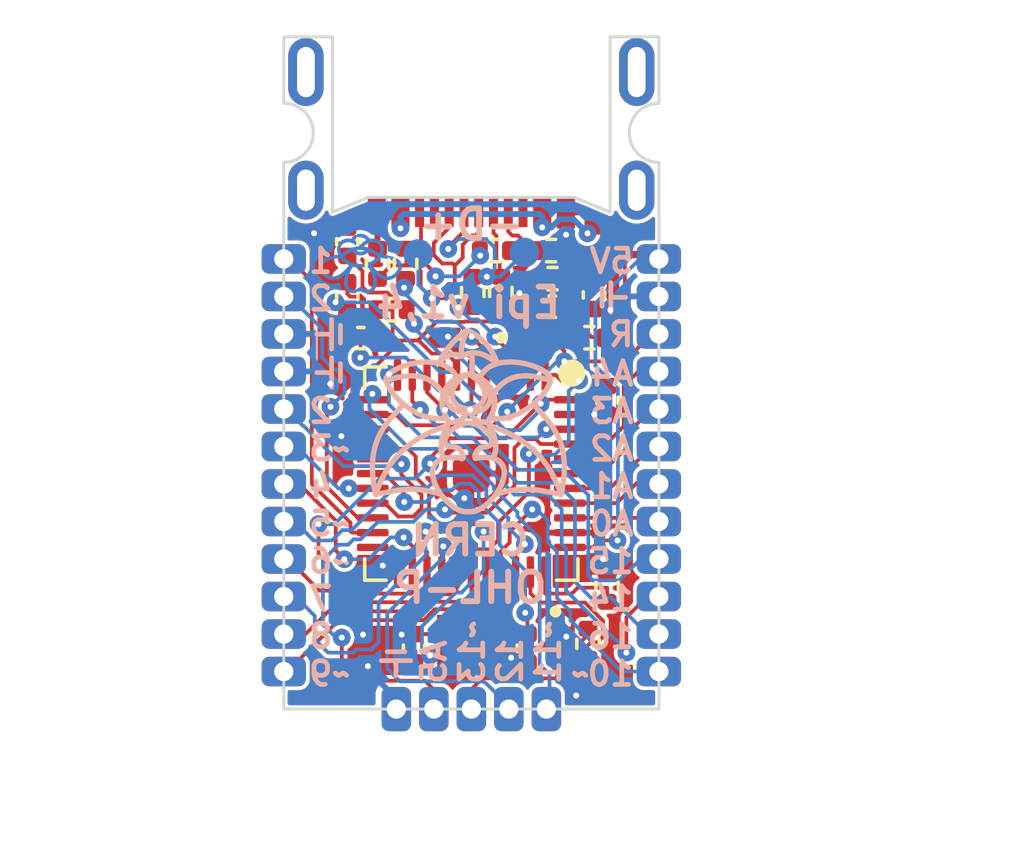
<source format=kicad_pcb>
(kicad_pcb (version 20211014) (generator pcbnew)
  (title_block (title "Epi") (date "2022-10-27") (rev "1,1") (company "Rasmus L."))
  (layers (0 "F.Cu" mixed) (31 "B.Cu" mixed) (34 "B.Paste" user) (35 "F.Paste" user) (36 "B.SilkS" user "B.Silkscreen") (37 "F.SilkS" user "F.Silkscreen") (38 "B.Mask" user) (39 "F.Mask" user) (44 "Edge.Cuts" user))
  (net 0 "")
  (net 1 "+5V")
  (net 2 "GND")
  (net 3 "Net-(C2-Pad2)")
  (net 4 "Net-(C5-Pad2)")
  (net 5 "Net-(C6-Pad2)")
  (net 6 "Net-(C7-Pad1)")
  (net 7 "Net-(C8-Pad2)")
  (net 8 "RST")
  (net 9 "D1{slash}TX")
  (net 10 "D0{slash}RX")
  (net 11 "A4")
  (net 12 "IO11")
  (net 13 "IO12")
  (net 14 "Net-(J4-PadA5)")
  (net 15 "Net-(J4-PadA6)")
  (net 16 "Net-(J4-PadA7)")
  (net 18 "Net-(J4-PadB5)")
  (net 21 "D+")
  (net 22 "D-")
  (net 23 "D7")
  (net 24 "Net-(D2-Pad2)")
  (net 25 "D15{slash}SCK")
  (net 26 "D16{slash}MOSI")
  (net 27 "D14{slash}MISO")
  (net 28 "D3{slash}SCL")
  (net 29 "D2{slash}SDA")
  (net 31 "D4")
  (net 32 "D6")
  (net 33 "IO8")
  (net 34 "IO9")
  (net 35 "IO10")
  (net 36 "D5")
  (net 37 "IO13")
  (net 38 "Net-(R7-Pad1)")
  (net 39 "A0")
  (net 40 "A1")
  (net 41 "A2")
  (net 42 "A3")
  (net 43 "A5")
  (net 44 "Net-(F1-Pad1)")
  (footprint "Capacitor_SMD:C_0402_1005Metric" (layer "F.Cu") (at 100.6 61.6 180)
    (fp_text reference "C8" hide)
    (fp_text value "1µf")
  )
  (footprint "Resistor_SMD:R_0402_1005Metric" (layer "F.Cu") (at 105.34 60.0365 -90)
    (fp_text reference "RV1" hide)
    (fp_text value "ESD protection varistor")
  )
  (footprint "Crystal:Crystal_SMD_2016-4Pin_2.0x1.6mm" (layer "F.Cu") (at 104.33 71.92)
    (fp_text reference "Y1" hide)
    (fp_text value "Crystal_GND24_Small")
  )
  (footprint "Resistor_SMD:R_0402_1005Metric" (layer "F.Cu") (at 105.14 58.6365 180)
    (fp_text reference "R4" hide)
    (fp_text value "5,1kΩ")
  )
  (footprint "Capacitor_SMD:C_0402_1005Metric" (layer "F.Cu") (at 107.08 60.5365)
    (fp_text reference "C1" hide)
    (fp_text value "100nf")
  )
  (footprint "Package_DFN_QFN:QFN-44-1EP_7x7mm_P0.5mm_EP5.2x5.2mm" (layer "F.Cu") (at 104.34 66.1865 -90)
    (fp_text reference "U1" hide)
    (fp_text value "ATmega32U4-M")
  )
  (footprint "LED_SMD:LED_0402_1005Metric" (layer "F.Cu") (at 107.19 71.95 -90)
    (fp_text reference "D2" hide)
    (fp_text value "LED")
  )
  (footprint "Resistor_SMD:R_0402_1005Metric" (layer "F.Cu") (at 104.39 60.0365 -90)
    (fp_text reference "R2" hide)
    (fp_text value "22Ω")
  )
  (footprint "Resistor_SMD:R_0402_1005Metric" (layer "F.Cu") (at 108.34 61.5865 180)
    (fp_text reference "R6" hide)
    (fp_text value "10kΩ")
  )
  (footprint "Resistor_SMD:R_0402_1005Metric" (layer "F.Cu") (at 108.94 70.02 90)
    (fp_text reference "R7" hide)
    (fp_text value "10kΩ")
  )
  (footprint "Resistor_SMD:R_0402_1005Metric" (layer "F.Cu") (at 102.115 59.0865 -90)
    (fp_text reference "R1" hide)
    (fp_text value "22Ω")
  )
  (footprint "Resistor_SMD:R_0402_1005Metric" (layer "F.Cu") (at 101.64 60.6365 180)
    (fp_text reference "FB1" hide)
    (fp_text value "Ferrite bead low-pass filter")
  )
  (footprint "" (layer "F.Cu") (at 104.34 66.1865)
    (fp_text reference "")
    (fp_text value "")
  )
  (footprint "Resistor_SMD:R_0402_1005Metric" (layer "F.Cu") (at 101.165 59.0865 90)
    (fp_text reference "RV2" hide)
    (fp_text value "ESD protection varistor")
  )
  (footprint "Resistor_SMD:R_0402_1005Metric" (layer "F.Cu") (at 107.09 59.5865 180)
    (fp_text reference "R3" hide)
    (fp_text value "10kΩ")
  )
  (footprint "Diode_SMD:D_0402_1005Metric" (layer "F.Cu") (at 106.44 61.5865)
    (fp_text reference "D1" hide)
    (fp_text value "Diode")
  )
  (footprint "Capacitor_SMD:C_0402_1005Metric" (layer "F.Cu") (at 102.4 72.1 -90)
    (fp_text reference "C6" hide)
    (fp_text value "22pf")
  )
  (footprint "Connector_PinHeader_1.27mm:PinHeader_1x12_P1.27mm_Vertical" (layer "F.Cu") (at 97.99 58.92)
    (fp_text reference "J1" hide)
    (fp_text value "Connector 1x12")
  )
  (footprint "Connector_PinHeader_1.27mm:PinHeader_1x05_P1.27mm_Vertical" (layer "F.Cu") (at 106.88 74.16 -90)
    (fp_text reference "J3" hide)
    (fp_text value "Conn_01x05")
  )
  (footprint "Capacitor_SMD:C_0402_1005Metric" (layer "F.Cu") (at 108.49 60.1365 -90)
    (fp_text reference "C4" hide)
    (fp_text value "22pf")
  )
  (footprint "Capacitor_SMD:C_0402_1005Metric" (layer "F.Cu") (at 108.95 63.7065 90)
    (fp_text reference "C2" hide)
    (fp_text value "1µf")
  )
  (footprint "Resistor_SMD:R_0402_1005Metric" (layer "F.Cu") (at 108.29 71.95 -90)
    (fp_text reference "R8" hide)
    (fp_text value "1kΩ")
  )
  (footprint "USB-C-Connectors-master:USB-C MC-314C-4P16" (layer "F.Cu") (at 104.34 53.3415 180)
    (fp_text reference "J4" hide)
    (fp_text value "USB-C 2.0 mid-mount female connector")
  )
  (footprint "Capacitor_SMD:C_0402_1005Metric" (layer "F.Cu") (at 100.14 58.3365 -90)
    (fp_text reference "C3" hide)
    (fp_text value "22pf")
  )
  (footprint "Capacitor_SMD:C_0402_1005Metric" (layer "F.Cu") (at 106.25 72.1 90)
    (fp_text reference "C5" hide)
    (fp_text value "22pf")
  )
  (footprint "Resistor_SMD:R_0402_1005Metric" (layer "F.Cu") (at 107.04 58.6365)
    (fp_text reference "R5" hide)
    (fp_text value "5,1kΩ")
  )
  (footprint "Capacitor_SMD:C_0402_1005Metric" (layer "F.Cu") (at 100.14 60.1865 90)
    (fp_text reference "C7" hide)
    (fp_text value "100nf")
  )
  (footprint "Fuse:Fuse_0402_1005Metric" (layer "F.Cu") (at 108.49 58.2865 -90)
    (fp_text reference "F1" hide)
    (fp_text value "Polyfuse 500mA HC")
  )
  (footprint "Connector_PinHeader_1.27mm:PinHeader_1x12_P1.27mm_Vertical" (layer "F.Cu") (at 110.69 58.92)
    (fp_text reference "J2" hide)
    (fp_text value "Connector 1x12")
  )
  (footprint "TestPoint:TestPoint_Pad_D1.0mm" (layer "B.Cu") (at 106.135 58.7 180)
    (fp_text reference "D-" hide)
    (fp_text value "TestPoint")
  )
  (footprint "TestPoint:TestPoint_Pad_D1.0mm" (layer "B.Cu") (at 102.545 58.75 180)
    (fp_text reference "D+" hide)
    (fp_text value "TestPoint")
  )
  (gr_line (start 100.716413 58.711954) (end 100.733195 58.704362) (layer "B.Cu") (width 0.12))
  (gr_line (start 101.14084 58.942868) (end 101.118558 58.963055) (layer "B.Cu") (width 0.12))
  (gr_line (start 101.848454 58.995691) (end 101.868083 59.01302) (layer "B.Cu") (width 0.12))
  (gr_line (start 101.320961 58.603655) (end 101.318003 58.632141) (layer "B.Cu") (width 0.12))
  (gr_line (start 99.928481 58.819601) (end 99.928481 58.819601) (layer "B.Cu") (width 0.12))
  (gr_line (start 101.056817 58.294314) (end 101.082034 58.298932) (layer "B.Cu") (width 0.12))
  (gr_line (start 100.146212 58.680471) (end 100.171009 58.667204) (layer "B.Cu") (width 0.12))
  (gr_line (start 100.83756 58.25584) (end 100.844464 58.266456) (layer "B.Cu") (width 0.12))
  (gr_line (start 101.279745 58.754284) (end 101.263061 58.786629) (layer "B.Cu") (width 0.12))
  (gr_line (start 100.323146 58.59977) (end 100.337961 58.594649) (layer "B.Cu") (width 0.12))
  (gr_line (start 101.263061 58.786629) (end 101.243324 58.819601) (layer "B.Cu") (width 0.12))
  (gr_line (start 101.048804 59.016342) (end 101.024705 59.031987) (layer "B.Cu") (width 0.12))
  (gr_line (start 100.365185 59.127814) (end 100.399683 59.135489) (layer "B.Cu") (width 0.12))
  (gr_line (start 100.489498 59.149921) (end 100.508192 59.151834) (layer "B.Cu") (width 0.12))
  (gr_line (start 101.848527 59.384123) (end 101.809442 59.427273) (layer "B.Cu") (width 0.12))
  (gr_line (start 100.431876 60.012204) (end 100.462835 60.002268) (layer "B.Cu") (width 0.12))
  (gr_line (start 100.873841 59.110066) (end 100.873841 59.110066) (layer "B.Cu") (width 0.12))
  (gr_line (start 99.24072 59.192671) (end 99.246033 59.220888) (layer "B.Cu") (width 0.12))
  (gr_line (start 100.851468 58.321636) (end 100.869505 58.314627) (layer "B.Cu") (width 0.12))
  (gr_line (start 100.799465 60.022396) (end 100.769066 60.018908) (layer "B.Cu") (width 0.12))
  (gr_line (start 99.988059 58.898304) (end 100.009212 58.921315) (layer "B.Cu") (width 0.12))
  (gr_line (start 100.220395 59.250911) (end 100.189111 59.31708) (layer "B.Cu") (width 0.12))
  (gr_line (start 100.896702 58.305748) (end 100.923923 58.298941) (layer "B.Cu") (width 0.12))
  (gr_line (start 101.717908 58.923196) (end 101.77622 58.949534) (layer "B.Cu") (width 0.12))
  (gr_line (start 100.089766 58.298932) (end 100.065242 58.305286) (layer "B.Cu") (width 0.12))
  (gr_line (start 100.585435 58.735772) (end 100.611482 58.734604) (layer "B.Cu") (width 0.12))
  (gr_line (start 100.830416 58.245769) (end 100.83756 58.25584) (layer "B.Cu") (width 0.12))
  (gr_line (start 100.950739 58.642302) (end 100.925478 58.63072) (layer "B.Cu") (width 0.12))
  (gr_line (start 100.314344 58.289399) (end 100.308202 58.301707) (layer "B.Cu") (width 0.12))
  (gr_line (start 100.584704 58.129954) (end 100.563613 58.132019) (layer "B.Cu") (width 0.12))
  (gr_line (start 100.334288 58.614099) (end 100.323176 58.59977) (layer "B.Cu") (width 0.12))
  (gr_line (start 100.900049 58.619753) (end 100.874443 58.609428) (layer "B.Cu") (width 0.12))
  (gr_line (start 100.471068 59.147657) (end 100.489498 59.149921) (layer "B.Cu") (width 0.12))
  (gr_line (start 100.923923 58.298941) (end 100.951067 58.294159) (layer "B.Cu") (width 0.12))
  (gr_line (start 101.428412 59.562931) (end 101.392479 59.553332) (layer "B.Cu") (width 0.12))
  (gr_line (start 101.224134 58.847539) (end 101.204259 58.873743) (layer "B.Cu") (width 0.12))
  (gr_line (start 101.078473 59.699404) (end 101.07686 59.742282) (layer "B.Cu") (width 0.12))
  (gr_line (start 100.807621 58.218679) (end 100.815439 58.227202) (layer "B.Cu") (width 0.12))
  (gr_line (start 99.98027 59.442013) (end 100.040332 59.391443) (layer "B.Cu") (width 0.12))
  (gr_line (start 100.308202 58.301707) (end 100.30233 58.314627) (layer "B.Cu") (width 0.12))
  (gr_line (start 100.689547 58.147407) (end 100.709376 58.154196) (layer "B.Cu") (width 0.12))
  (gr_line (start 99.814707 59.540688) (end 99.849364 59.525292) (layer "B.Cu") (width 0.12))
  (gr_line (start 100.962883 59.976659) (end 100.938858 59.99214) (layer "B.Cu") (width 0.12))
  (gr_line (start 100.698393 58.718582) (end 100.716413 58.711954) (layer "B.Cu") (width 0.12))
  (gr_line (start 100.802808 58.653454) (end 100.814728 58.640984) (layer "B.Cu") (width 0.12))
  (gr_line (start 100.627552 58.134074) (end 100.648576 58.137455) (layer "B.Cu") (width 0.12))
  (gr_line (start 99.51949 58.900011) (end 99.453954 58.923196) (layer "B.Cu") (width 0.12))
  (gr_line (start 101.223053 59.465503) (end 101.191593 59.442013) (layer "B.Cu") (width 0.12))
  (gr_line (start 99.243341 59.116123) (end 99.239471 59.140331) (layer "B.Cu") (width 0.12))
  (gr_line (start 100.341035 60.022683) (end 100.370787 60.022396) (layer "B.Cu") (width 0.12))
  (gr_line (start 101.28856 59.507434) (end 101.255393 59.487407) (layer "B.Cu") (width 0.12))
  (gr_line (start 101.039795 59.883824) (end 101.023826 59.911638) (layer "B.Cu") (width 0.12))
  (gr_line (start 99.266516 59.281625) (end 99.28188 59.31423) (layer "B.Cu") (width 0.12))
  (gr_line (start 100.131233 59.883824) (end 100.147116 59.911638) (layer "B.Cu") (width 0.12))
  (gr_line (start 101.023826 59.911638) (end 101.005558 59.936392) (layer "B.Cu") (width 0.12))
  (gr_line (start 100.74886 58.695849) (end 100.763532 58.686459) (layer "B.Cu") (width 0.12))
  (gr_line (start 101.250205 58.394308) (end 101.265491 58.412811) (layer "B.Cu") (width 0.12))
  (gr_line (start 100.434649 58.38526) (end 100.415424 58.37212) (layer "B.Cu") (width 0.12))
  (gr_line (start 100.453677 58.399401) (end 100.434649 58.38526) (layer "B.Cu") (width 0.12))
  (gr_line (start 100.040332 59.391443) (end 100.096225 59.338032) (layer "B.Cu") (width 0.12))
  (gr_line (start 100.257232 60.004498) (end 100.284068 60.013719) (layer "B.Cu") (width 0.12))
  (gr_line (start 100.662245 58.447756) (end 100.680122 58.430655) (layer "B.Cu") (width 0.12))
  (gr_line (start 100.869505 58.314627) (end 100.896702 58.305748) (layer "B.Cu") (width 0.12))
  (gr_line (start 100.950384 59.073857) (end 100.925057 59.086433) (layer "B.Cu") (width 0.12))
  (gr_line (start 100.542689 58.134787) (end 100.521994 58.138377) (layer "B.Cu") (width 0.12))
  (gr_line (start 100.886382 60.013719) (end 100.858313 60.019786) (layer "B.Cu") (width 0.12))
  (gr_line (start 100.584718 58.129954) (end 100.606246 58.13161) (layer "B.Cu") (width 0.12))
  (gr_line (start 99.928481 58.819601) (end 99.976155 58.786109) (layer "B.Cu") (width 0.12))
  (gr_line (start 101.652372 58.900011) (end 101.717908 58.923196) (layer "B.Cu") (width 0.12))
  (gr_line (start 100.765527 58.183127) (end 100.774322 58.189342) (layer "B.Cu") (width 0.12))
  (gr_line (start 100.782936 58.19599) (end 100.791362 58.203087) (layer "B.Cu") (width 0.12))
  (gr_line (start 101.07686 59.742282) (end 101.071996 59.782179) (layer "B.Cu") (width 0.12))
  (gr_line (start 99.921596 58.394308) (end 99.906311 58.412811) (layer "B.Cu") (width 0.12))
  (gr_line (start 101.005558 59.936392) (end 100.98518 59.958071) (layer "B.Cu") (width 0.12))
  (gr_line (start 100.272267 59.098472) (end 100.297984 59.110066) (layer "B.Cu") (width 0.12))
  (gr_line (start 101.501893 59.571829) (end 101.464901 59.569194) (layer "B.Cu") (width 0.12))
  (gr_line (start 100.065242 58.305286) (end 100.041513 58.313327) (layer "B.Cu") (width 0.12))
  (gr_line (start 99.996853 58.334278) (end 99.976127 58.347092) (layer "B.Cu") (width 0.12))
  (gr_line (start 101.02558 58.680471) (end 101.000783 58.667204) (layer "B.Cu") (width 0.12))
  (gr_line (start 100.353258 58.589763) (end 100.385067 58.580706) (layer "B.Cu") (width 0.12))
  (gr_line (start 99.892642 58.432616) (end 99.880692 58.453674) (layer "B.Cu") (width 0.12))
  (gr_line (start 100.840458 59.119287) (end 100.806599 59.127814) (layer "B.Cu") (width 0.12))
  (gr_line (start 100.815439 58.227202) (end 100.82304 58.236227) (layer "B.Cu") (width 0.12))
  (gr_line (start 100.851121 58.277628) (end 100.857524 58.289372) (layer "B.Cu") (width 0.12))
  (gr_line (start 100.418102 58.572624) (end 100.45189 58.565544) (layer "B.Cu") (width 0.12))
  (gr_line (start 100.617341 58.550572) (end 100.585185 58.547757) (layer "B.Cu") (width 0.12))
  (gr_line (start 100.837546 58.614099) (end 100.848687 58.59977) (layer "B.Cu") (width 0.12))
  (gr_line (start 100.786508 58.580706) (end 100.753241 58.572624) (layer "B.Cu") (width 0.12))
  (gr_line (start 101.215194 58.3614) (end 101.233405 58.377155) (layer "B.Cu") (width 0.12))
  (gr_line (start 100.585165 58.547757) (end 100.585164 58.547757) (layer "B.Cu") (width 0.12))
  (gr_line (start 99.63253 59.570543) (end 99.66997 59.571829) (layer "B.Cu") (width 0.12))
  (gr_line (start 99.870564 58.475938) (end 99.86236 58.49936) (layer "B.Cu") (width 0.12))
  (gr_line (start 100.858313 60.019786) (end 100.829277 60.022683) (layer "B.Cu") (width 0.12))
  (gr_line (start 100.585165 58.547757) (end 100.585165 58.547757) (layer "B.Cu") (width 0.12))
  (gr_line (start 100.380415 58.203665) (end 100.372207 58.211146) (layer "B.Cu") (width 0.12))
  (gr_line (start 101.577169 59.565046) (end 101.539334 59.570543) (layer "B.Cu") (width 0.12))
  (gr_line (start 101.539334 59.570543) (end 101.501893 59.571829) (layer "B.Cu") (width 0.12))
  (gr_line (start 101.130288 58.313327) (end 101.153119 58.323007) (layer "B.Cu") (width 0.12))
  (gr_line (start 100.380912 58.665219) (end 100.368664 58.653454) (layer "B.Cu") (width 0.12))
  (gr_line (start 99.345326 58.979363) (end 99.323409 58.995691) (layer "B.Cu") (width 0.12))
  (gr_line (start 100.635679 58.732259) (end 100.658149 58.728778) (layer "B.Cu") (width 0.12))
  (gr_line (start 100.356395 58.227551) (end 100.348806 58.236506) (layer "B.Cu") (width 0.12))
  (gr_line (start 99.250079 59.093167) (end 99.243341 59.116123) (layer "B.Cu") (width 0.12))
  (gr_line (start 100.833824 58.594649) (end 100.818481 58.589763) (layer "B.Cu") (width 0.12))
  (gr_line (start 100.415424 58.37212) (end 100.396116 58.359986) (layer "B.Cu") (width 0.12))
  (gr_line (start 100.147515 59.284115) (end 100.298022 59.110066) (layer "B.Cu") (width 0.12))
  (gr_line (start 100.874443 58.609428) (end 100.848653 58.59977) (layer "B.Cu") (width 0.12))
  (gr_line (start 100.832915 58.329683) (end 100.851468 58.321636) (layer "B.Cu") (width 0.12))
  (gr_line (start 100.519846 58.554493) (end 100.55307 58.550572) (layer "B.Cu") (width 0.12))
  (gr_line (start 100.185591 59.958071) (end 100.207804 59.976659) (layer "B.Cu") (width 0.12))
  (gr_line (start 100.863666 58.3017) (end 100.869538 58.314627) (layer "B.Cu") (width 0.12))
  (gr_line (start 101.00919 59.380393) (end 101.031089 59.440833) (layer "B.Cu") (width 0.12))
  (gr_line (start 100.719186 58.565544) (end 100.684847 58.559492) (layer "B.Cu") (width 0.12))
  (gr_line (start 100.559113 58.734604) (end 100.534745 58.732259) (layer "B.Cu") (width 0.12))
  (gr_line (start 100.348806 58.236506) (end 100.341439 58.245982) (layer "B.Cu") (width 0.12))
  (gr_line (start 100.777332 58.676235) (end 100.790383 58.665219) (layer "B.Cu") (width 0.12))
  (gr_line (start 101.905346 59.281625) (end 101.889982 59.31423) (layer "B.Cu") (width 0.12))
  (gr_line (start 101.464901 59.569194) (end 101.428412 59.562931) (layer "B.Cu") (width 0.12))
  (gr_line (start 100.571804 58.525845) (end 100.557338 58.504883) (layer "B.Cu") (width 0.12))
  (gr_line (start 100.368664 58.653454) (end 100.356899 58.640984) (layer "B.Cu") (width 0.12))
  (gr_line (start 100.663594 59.151834) (end 100.644623 59.153376) (layer "B.Cu") (width 0.12))
  (gr_line (start 99.36242 59.427273) (end 99.401489 59.464169) (layer "B.Cu") (width 0.12))
  (gr_line (start 101.420141 58.846012) (end 101.502716 58.861757) (layer "B.Cu") (width 0.12))
  (gr_line (start 99.850323 58.576086) (end 99.850843 58.603655) (layer "B.Cu") (width 0.12))
  (gr_line (start 99.594694 59.565046) (end 99.63253 59.570543) (layer "B.Cu") (width 0.12))
  (gr_line (start 101.92583 59.220888) (end 101.917263 59.250525) (layer "B.Cu") (width 0.12))
  (gr_line (start 100.096225 59.338032) (end 100.147515 59.284115) (layer "B.Cu") (width 0.12))
  (gr_line (start 100.171542 59.046726) (end 100.196327 59.060652) (layer "B.Cu") (width 0.12))
  (gr_line (start 99.28188 59.31423) (end 99.300787 59.348382) (layer "B.Cu") (width 0.12))
  (gr_line (start 100.799593 58.210645) (end 100.807621 58.218679) (layer "B.Cu") (width 0.12))
  (gr_line (start 100.527163 59.153376) (end 100.546428 59.154528) (layer "B.Cu") (width 0.12))
  (gr_line (start 99.254599 59.250525) (end 99.266516 59.281625) (layer "B.Cu") (width 0.12))
  (gr_line (start 101.90009 59.050842) (end 101.912274 59.07142) (layer "B.Cu") (width 0.12))
  (gr_line (start 101.000245 59.046726) (end 100.975458 59.060652) (layer "B.Cu") (width 0.12))
  (gr_line (start 100.094499 59.742282) (end 100.099284 59.782179) (layer "B.Cu") (width 0.12))
  (gr_line (start 100.873797 59.110066) (end 100.873797 59.110066) (layer "B.Cu") (width 0.12))
  (gr_line (start 100.806599 59.127814) (end 100.772101 59.135489) (layer "B.Cu") (width 0.12))
  (gr_line (start 99.300787 59.348382) (end 99.323335 59.384123) (layer "B.Cu") (width 0.12))
  (gr_line (start 100.747424 58.171946) (end 100.765527 58.183127) (layer "B.Cu") (width 0.12))
  (gr_line (start 101.06407 59.819079) (end 101.053273 59.852966) (layer "B.Cu") (width 0.12))
  (gr_line (start 100.442761 58.16337) (end 100.424152 58.172878) (layer "B.Cu") (width 0.12))
  (gr_line (start 101.580384 58.879644) (end 101.652372 58.900011) (layer "B.Cu") (width 0.12))
  (gr_line (start 99.976155 58.786109) (end 100.024186 58.753911) (layer "B.Cu") (width 0.12))
  (gr_line (start 100.122983 59.016342) (end 100.147081 59.031987) (layer "B.Cu") (width 0.12))
  (gr_line (start 101.031009 58.291479) (end 101.056817 58.294314) (layer "B.Cu") (width 0.12))
  (gr_line (start 101.770373 59.464169) (end 101.731375 59.495102) (layer "B.Cu") (width 0.12))
  (gr_line (start 100.256636 59.181901) (end 100.220395 59.250911) (layer "B.Cu") (width 0.12))
  (gr_line (start 100.521994 58.138377) (end 100.501592 58.14291) (layer "B.Cu") (width 0.12))
  (gr_line (start 100.147116 59.911638) (end 100.165298 59.936392) (layer "B.Cu") (width 0.12))
  (gr_line (start 100.684847 58.559492) (end 100.65073 58.554493) (layer "B.Cu") (width 0.12))
  (gr_line (start 100.490685 58.430655) (end 100.472393 58.414534) (layer "B.Cu") (width 0.12))
  (gr_line (start 101.050237 58.694247) (end 101.02558 58.680471) (layer "B.Cu") (width 0.12))
  (gr_line (start 100.512185 58.728778) (end 100.491302 58.724205) (layer "B.Cu") (width 0.12))
  (gr_line (start 100.167089 58.290477) (end 100.140792 58.291479) (layer "B.Cu") (width 0.12))
  (gr_line (start 100.982706 59.31708) (end 101.00919 59.380393) (layer "B.Cu") (width 0.12))
  (gr_line (start 99.369437 58.963991) (end 99.345326 58.979363) (layer "B.Cu") (width 0.12))
  (gr_line (start 99.859299 58.661495) (end 99.867439 58.691669) (layer "B.Cu") (width 0.12))
  (gr_line (start 100.605788 59.155271) (end 100.585895 59.155584) (layer "B.Cu") (width 0.12))
  (gr_line (start 100.857524 58.289372) (end 100.863666 58.3017) (layer "B.Cu") (width 0.12))
  (gr_line (start 100.396116 58.359986) (end 100.376838 58.348864) (layer "B.Cu") (width 0.12))
  (gr_line (start 100.736562 58.38526) (end 100.755918 58.37212) (layer "B.Cu") (width 0.12))
  (gr_line (start 100.370787 60.022396) (end 100.40113 60.018908) (layer "B.Cu") (width 0.12))
  (gr_line (start 101.204259 58.873743) (end 101.183727 58.898304) (layer "B.Cu") (width 0.12))
  (gr_line (start 99.246033 59.220888) (end 99.254599 59.250525) (layer "B.Cu") (width 0.12))
  (gr_line (start 100.698546 58.414534) (end 100.717398 58.399401) (layer "B.Cu") (width 0.12))
  (gr_line (start 101.243358 58.819601) (end 101.333431 58.832072) (layer "B.Cu") (width 0.12))
  (gr_line (start 101.131531 59.391443) (end 101.075639 59.338032) (layer "B.Cu") (width 0.12))
  (gr_line (start 101.183727 58.898304) (end 101.162575 58.921315) (layer "B.Cu") (width 0.12))
  (gr_line (start 99.852137 58.549482) (end 99.850323 58.576086) (layer "B.Cu") (width 0.12))
  (gr_line (start 101.322499 59.525292) (end 101.28856 59.507434) (layer "B.Cu") (width 0.12))
  (gr_line (start 100.873797 59.110066) (end 100.840458 59.119287) (layer "B.Cu") (width 0.12))
  (gr_line (start 100.024186 58.753911) (end 100.072634 58.72322) (layer "B.Cu") (width 0.12))
  (gr_line (start 100.121555 58.694247) (end 100.146212 58.680471) (layer "B.Cu") (width 0.12))
  (gr_line (start 100.899516 59.098472) (end 100.873797 59.110066) (layer "B.Cu") (width 0.12))
  (gr_line (start 100.406149 58.183929) (end 100.397393 58.190071) (layer "B.Cu") (width 0.12))
  (gr_line (start 100.951447 59.250911) (end 100.982706 59.31708) (layer "B.Cu") (width 0.12))
  (gr_line (start 100.813966 58.338761) (end 100.832915 58.329683) (layer "B.Cu") (width 0.12))
  (gr_line (start 99.323409 58.995691) (end 99.303779 59.01302) (layer "B.Cu") (width 0.12))
  (gr_line (start 100.772101 59.135489) (end 100.736847 59.142157) (layer "B.Cu") (width 0.12))
  (gr_line (start 100.755918 58.37212) (end 100.77535 58.359986) (layer "B.Cu") (width 0.12))
  (gr_line (start 100.707271 60.002268) (end 100.676257 59.989085) (layer "B.Cu") (width 0.12))
  (gr_line (start 99.86236 58.49936) (end 99.856184 58.52389) (layer "B.Cu") (width 0.12))
  (gr_line (start 101.004712 58.290477) (end 101.031009 58.291479) (layer "B.Cu") (width 0.12))
  (gr_line (start 100.925057 59.086433) (end 100.899516 59.098472) (layer "B.Cu") (width 0.12))
  (gr_line (start 100.2751 58.305748) (end 100.247878 58.298941) (layer "B.Cu") (width 0.12))
  (gr_line (start 100.676257 59.989085) (end 100.645417 59.972639) (layer "B.Cu") (width 0.12))
  (gr_line (start 100.030947 58.942868) (end 100.053229 58.963055) (layer "B.Cu") (width 0.12))
  (gr_line (start 99.743451 59.562931) (end 99.779384 59.553332) (layer "B.Cu") (width 0.12))
  (gr_line (start 101.77622 58.949534) (end 101.802426 58.963991) (layer "B.Cu") (width 0.12))
  (gr_line (start 100.709376 58.154196) (end 100.728688 58.162339) (layer "B.Cu") (width 0.12))
  (gr_line (start 100.195954 58.654472) (end 100.221054 58.642302) (layer "B.Cu") (width 0.12))
  (gr_line (start 99.556519 59.555045) (end 99.594694 59.565046) (layer "B.Cu") (width 0.12))
  (gr_line (start 100.117841 59.852966) (end 100.131233 59.883824) (layer "B.Cu") (width 0.12))
  (gr_line (start 100.869505 58.314627) (end 100.869505 58.314627) (layer "B.Cu") (width 0.12))
  (gr_line (start 100.717398 58.399401) (end 100.736562 58.38526) (layer "B.Cu") (width 0.12))
  (gr_line (start 101.195646 58.786109) (end 101.147611 58.753911) (layer "B.Cu") (width 0.12))
  (gr_line (start 101.243324 58.819601) (end 101.195646 58.786109) (layer "B.Cu") (width 0.12))
  (gr_line (start 100.915222 59.181901) (end 100.951447 59.250911) (layer "B.Cu") (width 0.12))
  (gr_line (start 100.614944 59.952914) (end 100.585027 59.929894) (layer "B.Cu") (width 0.12))
  (gr_line (start 100.481543 58.148507) (end 100.461912 58.155287) (layer "B.Cu") (width 0.12))
  (gr_line (start 101.118558 58.963055) (end 101.095767 58.981969) (layer "B.Cu") (width 0.12))
  (gr_line (start 101.076643 59.653559) (end 101.078473 59.699404) (layer "B.Cu") (width 0.12))
  (gr_line (start 100.356899 58.640984) (end 100.345485 58.627851) (layer "B.Cu") (width 0.12))
  (gr_line (start 100.524633 59.972639) (end 100.555091 59.952914) (layer "B.Cu") (width 0.12))
  (gr_line (start 100.679012 58.724205) (end 100.698393 58.718582) (layer "B.Cu") (width 0.12))
  (gr_line (start 100.680122 58.430655) (end 100.698546 58.414534) (layer "B.Cu") (width 0.12))
  (gr_line (start 100.099284 59.782179) (end 100.107128 59.819079) (layer "B.Cu") (width 0.12))
  (gr_line (start 100.645417 59.972639) (end 100.614944 59.952914) (layer "B.Cu") (width 0.12))
  (gr_line (start 101.048593 59.498385) (end 101.061893 59.553034) (layer "B.Cu") (width 0.12))
  (gr_line (start 100.814728 58.640984) (end 100.826267 58.627851) (layer "B.Cu") (width 0.12))
  (gr_line (start 100.951067 58.294159) (end 100.978031 58.291354) (layer "B.Cu") (width 0.12))
  (gr_line (start 100.461912 58.155287) (end 100.442761 58.16337) (layer "B.Cu") (width 0.12))
  (gr_line (start 99.91647 59.487407) (end 99.948811 59.465503) (layer "B.Cu") (width 0.12))
  (gr_line (start 101.885328 59.031389) (end 101.90009 59.050842) (layer "B.Cu") (width 0.12))
  (gr_line (start 101.031089 59.440833) (end 101.048593 59.498385) (layer "B.Cu") (width 0.12))
  (gr_line (start 100.40113 60.018908) (end 100.431876 60.012204) (layer "B.Cu") (width 0.12))
  (gr_line (start 100.585187 58.547757) (end 100.598562 58.525845) (layer "B.Cu") (width 0.12))
  (gr_line (start 99.591478 58.879644) (end 99.51949 58.900011) (layer "B.Cu") (width 0.12))
  (gr_line (start 101.147611 58.753911) (end 101.099161 58.72322) (layer "B.Cu") (width 0.12))
  (gr_line (start 101.615344 59.555045) (end 101.577169 59.565046) (layer "B.Cu") (width 0.12))
  (gr_line (start 101.243315 58.819601) (end 101.224134 58.847539) (layer "B.Cu") (width 0.12))
  (gr_line (start 100.566001 59.155271) (end 100.585896 59.155584) (layer "B.Cu") (width 0.12))
  (gr_line (start 100.147081 59.031987) (end 100.171542 59.046726) (layer "B.Cu") (width 0.12))
  (gr_line (start 100.471962 58.718582) (end 100.454033 58.711954) (layer "B.Cu") (width 0.12))
  (gr_line (start 100.462835 60.002268) (end 100.493817 59.989085) (layer "B.Cu") (width 0.12))
  (gr_line (start 100.19377 58.291354) (end 100.167089 58.290477) (layer "B.Cu") (width 0.12))
  (gr_line (start 99.928504 58.819601) (end 99.838431 58.832072) (layer "B.Cu") (width 0.12))
  (gr_line (start 101.912274 59.07142) (end 101.921783 59.093167) (layer "B.Cu") (width 0.12))
  (gr_line (start 100.297984 59.110066) (end 100.297984 59.110066) (layer "B.Cu") (width 0.12))
  (gr_line (start 100.189111 59.31708) (end 100.162593 59.380393) (layer "B.Cu") (width 0.12))
  (gr_line (start 100.388813 58.196645) (end 100.380415 58.203665) (layer "B.Cu") (width 0.12))
  (gr_line (start 101.802426 58.963991) (end 101.826536 58.979363) (layer "B.Cu") (width 0.12))
  (gr_line (start 100.196327 59.060652) (end 100.221401 59.073857) (layer "B.Cu") (width 0.12))
  (gr_line (start 99.395642 58.949534) (end 99.369437 58.963991) (layer "B.Cu") (width 0.12))
  (gr_line (start 101.392479 59.553332) (end 101.357157 59.540688) (layer "B.Cu") (width 0.12))
  (gr_line (start 100.925478 58.63072) (end 100.900049 58.619753) (layer "B.Cu") (width 0.12))
  (gr_line (start 100.644623 59.153376) (end 100.62536 59.154528) (layer "B.Cu") (width 0.12))
  (gr_line (start 99.323335 59.384123) (end 99.36242 59.427273) (layer "B.Cu") (width 0.12))
  (gr_line (start 100.77535 58.359986) (end 100.794738 58.348864) (layer "B.Cu") (width 0.12))
  (gr_line (start 100.018682 58.323007) (end 99.996853 58.334278) (layer "B.Cu") (width 0.12))
  (gr_line (start 100.54188 58.484877) (end 100.525542 58.465832) (layer "B.Cu") (width 0.12))
  (gr_line (start 100.848653 58.59977) (end 100.848653 58.59977) (layer "B.Cu") (width 0.12))
  (gr_line (start 101.848527 59.384123) (end 101.848527 59.384123) (layer "B.Cu") (width 0.12))
  (gr_line (start 99.853801 58.632141) (end 99.859299 58.661495) (layer "B.Cu") (width 0.12))
  (gr_line (start 100.472393 58.414534) (end 100.453677 58.399401) (layer "B.Cu") (width 0.12))
  (gr_line (start 99.867439 58.691669) (end 99.878325 58.722614) (layer "B.Cu") (width 0.12))
  (gr_line (start 101.293479 58.722614) (end 101.279745 58.754284) (layer "B.Cu") (width 0.12))
  (gr_line (start 101.174948 58.334278) (end 101.195674 58.347092) (layer "B.Cu") (width 0.12))
  (gr_line (start 99.238565 59.165833) (end 99.24072 59.192671) (layer "B.Cu") (width 0.12))
  (gr_line (start 100.98518 59.958071) (end 100.962883 59.976659) (layer "B.Cu") (width 0.12))
  (gr_line (start 101.053273 59.852966) (end 101.039795 59.883824) (layer "B.Cu") (width 0.12))
  (gr_line (start 101.301239 58.475938) (end 101.309442 58.49936) (layer "B.Cu") (width 0.12))
  (gr_line (start 101.099161 58.72322) (end 101.050237 58.694247) (layer "B.Cu") (width 0.12))
  (gr_line (start 99.878325 58.722614) (end 99.892059 58.754284) (layer "B.Cu") (width 0.12))
  (gr_line (start 100.938858 59.99214) (end 100.913294 60.004498) (layer "B.Cu") (width 0.12))
  (gr_line (start 101.191593 59.442013) (end 101.131531 59.391443) (layer "B.Cu") (width 0.12))
  (gr_line (start 100.873841 59.110066) (end 100.915222 59.181901) (layer "B.Cu") (width 0.12))
  (gr_line (start 100.337961 58.594649) (end 100.353258 58.589763) (layer "B.Cu") (width 0.12))
  (gr_line (start 99.948811 59.465503) (end 99.98027 59.442013) (layer "B.Cu") (width 0.12))
  (gr_line (start 100.393775 58.676235) (end 100.380912 58.665219) (layer "B.Cu") (width 0.12))
  (gr_line (start 100.844464 58.266456) (end 100.851121 58.277628) (layer "B.Cu") (width 0.12))
  (gr_line (start 100.331325 59.119287) (end 100.365185 59.127814) (layer "B.Cu") (width 0.12))
  (gr_line (start 100.247878 58.298941) (end 100.220734 58.294159) (layer "B.Cu") (width 0.12))
  (gr_line (start 100.140653 59.440833) (end 100.123099 59.498385) (layer "B.Cu") (width 0.12))
  (gr_line (start 100.302297 58.314627) (end 100.2751 58.305748) (layer "B.Cu") (width 0.12))
  (gr_line (start 100.297354 58.609428) (end 100.323146 58.59977) (layer "B.Cu") (width 0.12))
  (gr_line (start 99.669146 58.861757) (end 99.591478 58.879644) (layer "B.Cu") (width 0.12))
  (gr_line (start 100.407386 58.686459) (end 100.393775 58.676235) (layer "B.Cu") (width 0.12))
  (gr_line (start 99.906311 58.412811) (end 99.892642 58.432616) (layer "B.Cu") (width 0.12))
  (gr_line (start 101.243324 58.819601) (end 101.243324 58.819601) (layer "B.Cu") (width 0.12))
  (gr_line (start 100.364198 58.219103) (end 100.356395 58.227551) (layer "B.Cu") (width 0.12))
  (gr_line (start 100.606246 58.13161) (end 100.627552 58.134074) (layer "B.Cu") (width 0.12))
  (gr_line (start 100.312066 60.019786) (end 100.341035 60.022683) (layer "B.Cu") (width 0.12))
  (gr_line (start 100.100395 59.604764) (end 100.094865 59.653559) (layer "B.Cu") (width 0.12))
  (gr_line (start 100.376838 58.348864) (end 100.357703 58.338761) (layer "B.Cu") (width 0.12))
  (gr_line (start 100.534745 58.732259) (end 100.512185 58.728778) (layer "B.Cu") (width 0.12))
  (gr_line (start 100.107128 59.819079) (end 100.117841 59.852966) (layer "B.Cu") (width 0.12))
  (gr_line (start 101.072503 58.9997) (end 101.048804 59.016342) (layer "B.Cu") (width 0.12))
  (gr_line (start 100.323146 58.59977) (end 100.323146 58.59977) (layer "B.Cu") (width 0.12))
  (gr_line (start 101.809442 59.427273) (end 101.770373 59.464169) (layer "B.Cu") (width 0.12))
  (gr_line (start 100.072634 58.72322) (end 100.121555 58.694247) (layer "B.Cu") (width 0.12))
  (gr_line (start 100.298022 59.110066) (end 100.298022 59.110066) (layer "B.Cu") (width 0.12))
  (gr_line (start 100.165298 59.936392) (end 100.185591 59.958071) (layer "B.Cu") (width 0.12))
  (gr_line (start 101.871075 59.348382) (end 101.848527 59.384123) (layer "B.Cu") (width 0.12))
  (gr_line (start 101.889982 59.31423) (end 101.871075 59.348382) (layer "B.Cu") (width 0.12))
  (gr_line (start 100.826267 58.627851) (end 100.837546 58.614099) (layer "B.Cu") (width 0.12))
  (gr_line (start 100.094865 59.653559) (end 100.092963 59.699404) (layer "B.Cu") (width 0.12))
  (gr_line (start 100.221054 58.642302) (end 100.246315 58.63072) (layer "B.Cu") (width 0.12))
  (gr_line (start 101.868083 59.01302) (end 101.885328 59.031389) (layer "B.Cu") (width 0.12))
  (gr_line (start 100.207804 59.976659) (end 100.231747 59.99214) (layer "B.Cu") (width 0.12))
  (gr_line (start 100.585185 58.547757) (end 100.585187 58.547757) (layer "B.Cu") (width 0.12))
  (gr_line (start 100.555091 59.952914) (end 100.585004 59.929894) (layer "B.Cu") (width 0.12))
  (gr_line (start 100.345485 58.627851) (end 100.334288 58.614099) (layer "B.Cu") (width 0.12))
  (gr_line (start 100.297984 59.110066) (end 100.331325 59.119287) (layer "B.Cu") (width 0.12))
  (gr_line (start 99.518056 59.540249) (end 99.556519 59.555045) (layer "B.Cu") (width 0.12))
  (gr_line (start 100.669261 58.141863) (end 100.689547 58.147407) (layer "B.Cu") (width 0.12))
  (gr_line (start 100.82304 58.236227) (end 100.830416 58.245769) (layer "B.Cu") (width 0.12))
  (gr_line (start 101.826536 58.979363) (end 101.848454 58.995691) (layer "B.Cu") (width 0.12))
  (gr_line (start 100.220734 58.294159) (end 100.19377 58.291354) (layer "B.Cu") (width 0.12))
  (gr_line (start 100.162593 59.380393) (end 100.140653 59.440833) (layer "B.Cu") (width 0.12))
  (gr_line (start 100.385067 58.580706) (end 100.418102 58.572624) (layer "B.Cu") (width 0.12))
  (gr_line (start 99.440488 59.495102) (end 99.479361 59.520365) (layer "B.Cu") (width 0.12))
  (gr_line (start 101.932392 59.140331) (end 101.933297 59.165833) (layer "B.Cu") (width 0.12))
  (gr_line (start 99.286535 59.031389) (end 99.271773 59.050842) (layer "B.Cu") (width 0.12))
  (gr_line (start 100.611482 58.734604) (end 100.635679 58.732259) (layer "B.Cu") (width 0.12))
  (gr_line (start 101.265491 58.412811) (end 101.27916 58.432616) (layer "B.Cu") (width 0.12))
  (gr_line (start 101.255393 59.487407) (end 101.223053 59.465503) (layer "B.Cu") (width 0.12))
  (gr_line (start 101.29111 58.453674) (end 101.301239 58.475938) (layer "B.Cu") (width 0.12))
  (gr_line (start 99.401489 59.464169) (end 99.440488 59.495102) (layer "B.Cu") (width 0.12))
  (gr_line (start 100.493817 59.989085) (end 100.524633 59.972639) (layer "B.Cu") (width 0.12))
  (gr_line (start 101.000783 58.667204) (end 100.975838 58.654472) (layer "B.Cu") (width 0.12))
  (gr_line (start 100.485962 58.559492) (end 100.519846 58.554493) (layer "B.Cu") (width 0.12))
  (gr_line (start 101.07118 59.604764) (end 101.076643 59.653559) (layer "B.Cu") (width 0.12))
  (gr_line (start 100.491302 58.724205) (end 100.471962 58.718582) (layer "B.Cu") (width 0.12))
  (gr_line (start 100.794738 58.348864) (end 100.813966 58.338761) (layer "B.Cu") (width 0.12))
  (gr_line (start 100.092963 59.699404) (end 100.094499 59.742282) (layer "B.Cu") (width 0.12))
  (gr_line (start 101.106559 58.305286) (end 101.130288 58.313327) (layer "B.Cu") (width 0.12))
  (gr_line (start 101.024705 59.031987) (end 101.000245 59.046726) (layer "B.Cu") (width 0.12))
  (gr_line (start 100.320319 58.321636) (end 100.302297 58.314627) (layer "B.Cu") (width 0.12))
  (gr_line (start 99.271773 59.050842) (end 99.259589 59.07142) (layer "B.Cu") (width 0.12))
  (gr_line (start 99.66997 59.571829) (end 99.706962 59.569194) (layer "B.Cu") (width 0.12))
  (gr_line (start 101.357157 59.540688) (end 101.322499 59.525292) (layer "B.Cu") (width 0.12))
  (gr_line (start 99.850843 58.603655) (end 99.853801 58.632141) (layer "B.Cu") (width 0.12))
  (gr_line (start 100.009212 58.921315) (end 100.030947 58.942868) (layer "B.Cu") (width 0.12))
  (gr_line (start 100.109743 59.553034) (end 100.100395 59.604764) (layer "B.Cu") (width 0.12))
  (gr_line (start 100.818481 58.589763) (end 100.786508 58.580706) (layer "B.Cu") (width 0.12))
  (gr_line (start 100.338826 58.329683) (end 100.320319 58.321636) (layer "B.Cu") (width 0.12))
  (gr_line (start 100.913294 60.004498) (end 100.886382 60.013719) (layer "B.Cu") (width 0.12))
  (gr_line (start 100.557338 58.504883) (end 100.54188 58.484877) (layer "B.Cu") (width 0.12))
  (gr_line (start 100.975458 59.060652) (end 100.950384 59.073857) (layer "B.Cu") (width 0.12))
  (gr_line (start 100.648576 58.137455) (end 100.669261 58.141863) (layer "B.Cu") (width 0.12))
  (gr_line (start 100.454033 58.711954) (end 100.437382 58.704362) (layer "B.Cu") (width 0.12))
  (gr_line (start 99.259589 59.07142) (end 99.250079 59.093167) (layer "B.Cu") (width 0.12))
  (gr_line (start 101.333431 58.832072) (end 101.420141 58.846012) (layer "B.Cu") (width 0.12))
  (gr_line (start 100.763532 58.686459) (end 100.777332 58.676235) (layer "B.Cu") (width 0.12))
  (gr_line (start 100.585185 58.547757) (end 100.585185 58.547757) (layer "B.Cu") (width 0.12))
  (gr_line (start 101.27916 58.432616) (end 101.29111 58.453674) (layer "B.Cu") (width 0.12))
  (gr_line (start 100.041513 58.313327) (end 100.018682 58.323007) (layer "B.Cu") (width 0.12))
  (gr_line (start 100.07602 58.981969) (end 100.099283 58.9997) (layer "B.Cu") (width 0.12))
  (gr_line (start 101.933297 59.165833) (end 101.931142 59.192671) (layer "B.Cu") (width 0.12))
  (gr_line (start 101.082034 58.298932) (end 101.106559 58.305286) (layer "B.Cu") (width 0.12))
  (gr_line (start 100.848653 58.59977) (end 100.833824 58.594649) (layer "B.Cu") (width 0.12))
  (gr_line (start 100.334301 58.255994) (end 100.327401 58.266558) (layer "B.Cu") (width 0.12))
  (gr_line (start 100.372207 58.211146) (end 100.364198 58.219103) (layer "B.Cu") (width 0.12))
  (gr_line (start 101.917263 59.250525) (end 101.905346 59.281625) (layer "B.Cu") (width 0.12))
  (gr_line (start 100.753241 58.572624) (end 100.719186 58.565544) (layer "B.Cu") (width 0.12))
  (gr_line (start 100.598562 58.525845) (end 100.613073 58.504883) (layer "B.Cu") (width 0.12))
  (gr_line (start 100.421878 58.695849) (end 100.407386 58.686459) (layer "B.Cu") (width 0.12))
  (gr_line (start 100.585423 58.735772) (end 100.559113 58.734604) (layer "B.Cu") (width 0.12))
  (gr_line (start 99.479361 59.520365) (end 99.518056 59.540249) (layer "B.Cu") (width 0.12))
  (gr_line (start 101.024348 59.284115) (end 100.873841 59.110066) (layer "B.Cu") (width 0.12))
  (gr_line (start 100.728688 58.162339) (end 100.747424 58.171946) (layer "B.Cu") (width 0.12))
  (gr_line (start 99.967527 58.873743) (end 99.988059 58.898304) (layer "B.Cu") (width 0.12))
  (gr_line (start 100.45189 58.565544) (end 100.485962 58.559492) (layer "B.Cu") (width 0.12))
  (gr_line (start 101.502716 58.861757) (end 101.580384 58.879644) (layer "B.Cu") (width 0.12))
  (gr_line (start 100.62536 59.154528) (end 100.605788 59.155271) (layer "B.Cu") (width 0.12))
  (gr_line (start 100.327401 58.266558) (end 100.320746 58.277688) (layer "B.Cu") (width 0.12))
  (gr_line (start 99.706962 59.569194) (end 99.743451 59.562931) (layer "B.Cu") (width 0.12))
  (gr_line (start 100.55307 58.550572) (end 100.585165 58.547757) (layer "B.Cu") (width 0.12))
  (gr_line (start 100.774322 58.189342) (end 100.782936 58.19599) (layer "B.Cu") (width 0.12))
  (gr_line (start 100.341439 58.245982) (end 100.334301 58.255994) (layer "B.Cu") (width 0.12))
  (gr_line (start 100.563613 58.132019) (end 100.542689 58.134787) (layer "B.Cu") (width 0.12))
  (gr_line (start 100.399683 59.135489) (end 100.434938 59.142157) (layer "B.Cu") (width 0.12))
  (gr_line (start 101.692501 59.520365) (end 101.653807 59.540249) (layer "B.Cu") (width 0.12))
  (gr_line (start 99.849364 59.525292) (end 99.883304 59.507434) (layer "B.Cu") (width 0.12))
  (gr_line (start 99.976127 58.347092) (end 99.956607 58.3614) (layer "B.Cu") (width 0.12))
  (gr_line (start 100.645032 58.465832) (end 100.662245 58.447756) (layer "B.Cu") (width 0.12))
  (gr_line (start 100.736847 59.142157) (end 100.700717 59.147657) (layer "B.Cu") (width 0.12))
  (gr_line (start 100.397393 58.190071) (end 100.388813 58.196645) (layer "B.Cu") (width 0.12))
  (gr_line (start 100.053229 58.963055) (end 100.07602 58.981969) (layer "B.Cu") (width 0.12))
  (gr_line (start 100.700717 59.147657) (end 100.682287 59.149921) (layer "B.Cu") (width 0.12))
  (gr_line (start 100.738271 60.012204) (end 100.707271 60.002268) (layer "B.Cu") (width 0.12))
  (gr_line (start 100.508192 59.151834) (end 100.527163 59.153376) (layer "B.Cu") (width 0.12))
  (gr_line (start 101.195674 58.347092) (end 101.215194 58.3614) (layer "B.Cu") (width 0.12))
  (gr_line (start 99.938396 58.377155) (end 99.921596 58.394308) (layer "B.Cu") (width 0.12))
  (gr_line (start 100.501592 58.14291) (end 100.481543 58.148507) (layer "B.Cu") (width 0.12))
  (gr_line (start 100.140792 58.291479) (end 100.114984 58.294314) (layer "B.Cu") (width 0.12))
  (gr_line (start 100.50844 58.447756) (end 100.490685 58.430655) (layer "B.Cu") (width 0.12))
  (gr_line (start 100.829277 60.022683) (end 100.799465 60.022396) (layer "B.Cu") (width 0.12))
  (gr_line (start 99.303779 59.01302) (end 99.286535 59.031389) (layer "B.Cu") (width 0.12))
  (gr_line (start 100.437382 58.704362) (end 100.421878 58.695849) (layer "B.Cu") (width 0.12))
  (gr_line (start 101.304365 58.691669) (end 101.293479 58.722614) (layer "B.Cu") (width 0.12))
  (gr_line (start 100.790383 58.665219) (end 100.802808 58.653454) (layer "B.Cu") (width 0.12))
  (gr_line (start 101.319666 58.549482) (end 101.321481 58.576086) (layer "B.Cu") (width 0.12))
  (gr_line (start 99.956607 58.3614) (end 99.938396 58.377155) (layer "B.Cu") (width 0.12))
  (gr_line (start 101.931142 59.192671) (end 101.92583 59.220888) (layer "B.Cu") (width 0.12))
  (gr_line (start 100.298022 59.110066) (end 100.256636 59.181901) (layer "B.Cu") (width 0.12))
  (gr_line (start 100.975838 58.654472) (end 100.950739 58.642302) (layer "B.Cu") (width 0.12))
  (gr_line (start 99.947652 58.847539) (end 99.967527 58.873743) (layer "B.Cu") (width 0.12))
  (gr_line (start 100.284068 60.013719) (end 100.312066 60.019786) (layer "B.Cu") (width 0.12))
  (gr_line (start 100.099283 58.9997) (end 100.122983 59.016342) (layer "B.Cu") (width 0.12))
  (gr_line (start 101.653807 59.540249) (end 101.615344 59.555045) (layer "B.Cu") (width 0.12))
  (gr_line (start 100.271747 58.619753) (end 100.297354 58.609428) (layer "B.Cu") (width 0.12))
  (gr_line (start 100.658149 58.728778) (end 100.679012 58.724205) (layer "B.Cu") (width 0.12))
  (gr_line (start 100.613073 58.504883) (end 100.628602 58.484877) (layer "B.Cu") (width 0.12))
  (gr_line (start 101.928521 59.116123) (end 101.932392 59.140331) (layer "B.Cu") (width 0.12))
  (gr_line (start 99.883304 59.507434) (end 99.91647 59.487407) (layer "B.Cu") (width 0.12))
  (gr_line (start 100.302297 58.314627) (end 100.302297 58.314627) (layer "B.Cu") (width 0.12))
  (gr_line (start 100.978031 58.291354) (end 101.004712 58.290477) (layer "B.Cu") (width 0.12))
  (gr_line (start 99.751721 58.846012) (end 99.669146 58.861757) (layer "B.Cu") (width 0.12))
  (gr_line (start 99.453954 58.923196) (end 99.395642 58.949534) (layer "B.Cu") (width 0.12))
  (gr_line (start 101.153119 58.323007) (end 101.174948 58.334278) (layer "B.Cu") (width 0.12))
  (gr_line (start 101.731375 59.495102) (end 101.692501 59.520365) (layer "B.Cu") (width 0.12))
  (gr_line (start 100.320746 58.277688) (end 100.314344 58.289399) (layer "B.Cu") (width 0.12))
  (gr_line (start 100.114984 58.294314) (end 100.089766 58.298932) (layer "B.Cu") (width 0.12))
  (gr_line (start 100.791362 58.203087) (end 100.799593 58.210645) (layer "B.Cu") (width 0.12))
  (gr_line (start 101.318003 58.632141) (end 101.312505 58.661495) (layer "B.Cu") (width 0.12))
  (gr_line (start 101.309442 58.49936) (end 101.315619 58.52389) (layer "B.Cu") (width 0.12))
  (gr_line (start 100.424152 58.172878) (end 100.406149 58.183929) (layer "B.Cu") (width 0.12))
  (gr_line (start 100.246727 59.086433) (end 100.272267 59.098472) (layer "B.Cu") (width 0.12))
  (gr_line (start 100.769066 60.018908) (end 100.738271 60.012204) (layer "B.Cu") (width 0.12))
  (gr_line (start 100.628602 58.484877) (end 100.645032 58.465832) (layer "B.Cu") (width 0.12))
  (gr_line (start 100.546428 59.154528) (end 100.566001 59.155271) (layer "B.Cu") (width 0.12))
  (gr_line (start 101.075639 59.338032) (end 101.024348 59.284115) (layer "B.Cu") (width 0.12))
  (gr_line (start 99.880692 58.453674) (end 99.870564 58.475938) (layer "B.Cu") (width 0.12))
  (gr_line (start 99.92847 58.819601) (end 99.947652 58.847539) (layer "B.Cu") (width 0.12))
  (gr_line (start 100.221401 59.073857) (end 100.246727 59.086433) (layer "B.Cu") (width 0.12))
  (gr_line (start 100.246315 58.63072) (end 100.271747 58.619753) (layer "B.Cu") (width 0.12))
  (gr_line (start 100.65073 58.554493) (end 100.617341 58.550572) (layer "B.Cu") (width 0.12))
  (gr_line (start 99.838431 58.832072) (end 99.751721 58.846012) (layer "B.Cu") (width 0.12))
  (gr_line (start 100.231747 59.99214) (end 100.257232 60.004498) (layer "B.Cu") (width 0.12))
  (gr_line (start 100.585164 58.547757) (end 100.571804 58.525845) (layer "B.Cu") (width 0.12))
  (gr_line (start 99.239471 59.140331) (end 99.238565 59.165833) (layer "B.Cu") (width 0.12))
  (gr_line (start 101.315619 58.52389) (end 101.319666 58.549482) (layer "B.Cu") (width 0.12))
  (gr_line (start 99.856184 58.52389) (end 99.852137 58.549482) (layer "B.Cu") (width 0.12))
  (gr_line (start 100.434938 59.142157) (end 100.471068 59.147657) (layer "B.Cu") (width 0.12))
  (gr_line (start 99.323335 59.384123) (end 99.323335 59.384123) (layer "B.Cu") (width 0.12))
  (gr_line (start 100.682287 59.149921) (end 100.663594 59.151834) (layer "B.Cu") (width 0.12))
  (gr_line (start 99.908744 58.786629) (end 99.928481 58.819601) (layer "B.Cu") (width 0.12))
  (gr_line (start 101.921783 59.093167) (end 101.928521 59.116123) (layer "B.Cu") (width 0.12))
  (gr_line (start 101.312505 58.661495) (end 101.304365 58.691669) (layer "B.Cu") (width 0.12))
  (gr_line (start 99.892059 58.754284) (end 99.908744 58.786629) (layer "B.Cu") (width 0.12))
  (gr_line (start 101.071996 59.782179) (end 101.06407 59.819079) (layer "B.Cu") (width 0.12))
  (gr_line (start 100.733195 58.704362) (end 100.74886 58.695849) (layer "B.Cu") (width 0.12))
  (gr_line (start 101.233405 58.377155) (end 101.250205 58.394308) (layer "B.Cu") (width 0.12))
  (gr_line (start 101.095767 58.981969) (end 101.072503 58.9997) (layer "B.Cu") (width 0.12))
  (gr_line (start 100.171009 58.667204) (end 100.195954 58.654472) (layer "B.Cu") (width 0.12))
  (gr_line (start 99.779384 59.553332) (end 99.814707 59.540688) (layer "B.Cu") (width 0.12))
  (gr_line (start 100.357703 58.338761) (end 100.338826 58.329683) (layer "B.Cu") (width 0.12))
  (gr_line (start 100.123099 59.498385) (end 100.109743 59.553034) (layer "B.Cu") (width 0.12))
  (gr_line (start 101.321481 58.576086) (end 101.320961 58.603655) (layer "B.Cu") (width 0.12))
  (gr_line (start 100.525542 58.465832) (end 100.50844 58.447756) (layer "B.Cu") (width 0.12))
  (gr_line (start 101.162575 58.921315) (end 101.14084 58.942868) (layer "B.Cu") (width 0.12))
  (gr_line (start 101.061893 59.553034) (end 101.07118 59.604764) (layer "B.Cu") (width 0.12))
  (gr_line (start 104.009867 64.109203) (end 103.944286 64.095833) (layer "B.SilkS") (width 0.18))
  (gr_line (start 104.957738 64.326426) (end 104.953222 64.336999) (layer "B.SilkS") (width 0.18))
  (gr_line (start 103.369457 65.58944) (end 103.384657 65.629065) (layer "B.SilkS") (width 0.18))
  (gr_line (start 103.937252 65.660467) (end 103.971264 65.666583) (layer "B.SilkS") (width 0.18))
  (gr_line (start 103.634115 63.108429) (end 103.602116 63.140361) (layer "B.SilkS") (width 0.18))
  (gr_line (start 104.362713 62.264942) (end 104.365767 62.346034) (layer "B.SilkS") (width 0.18))
  (gr_line (start 103.080832 65.911171) (end 103.064803 65.944865) (layer "B.SilkS") (width 0.18))
  (gr_line (start 107.28822 64.963363) (end 107.325071 65.050554) (layer "B.SilkS") (width 0.18))
  (gr_line (start 103.808007 63.818822) (end 103.841414 63.850176) (layer "B.SilkS") (width 0.18))
  (gr_line (start 103.126517 66.833705) (end 103.306407 66.887564) (layer "B.SilkS") (width 0.18))
  (gr_line (start 104.026125 62.203047) (end 104.002648 62.214941) (layer "B.SilkS") (width 0.18))
  (gr_line (start 104.46498 65.636147) (end 104.466959 65.644197) (layer "B.SilkS") (width 0.18))
  (gr_line (start 103.027837 66.217823) (end 103.03283 66.261326) (layer "B.SilkS") (width 0.18))
  (gr_line (start 105.037252 65.092853) (end 105.034753 65.121721) (layer "B.SilkS") (width 0.18))
  (gr_line (start 104.646015 65.64426) (end 104.608249 65.647461) (layer "B.SilkS") (width 0.18))
  (gr_line (start 106.622763 62.928568) (end 106.489375 62.904527) (layer "B.SilkS") (width 0.18))
  (gr_line (start 107.488114 65.888928) (end 107.488936 66.014815) (layer "B.SilkS") (width 0.18))
  (gr_line (start 101.274571 64.798262) (end 101.231977 64.879408) (layer "B.SilkS") (width 0.18))
  (gr_line (start 103.969504 62.201645) (end 104.002648 62.214941) (layer "B.SilkS") (width 0.18))
  (gr_line (start 103.273776 65.721647) (end 103.237285 65.743297) (layer "B.SilkS") (width 0.18))
  (gr_line (start 105.095247 64.014922) (end 105.078557 64.067782) (layer "B.SilkS") (width 0.18))
  (gr_line (start 104.095185 62.171584) (end 104.07239 62.181379) (layer "B.SilkS") (width 0.18))
  (gr_line (start 104.470495 64.109084) (end 104.536077 64.095714) (layer "B.SilkS") (width 0.18))
  (gr_line (start 105.060934 64.792219) (end 105.08682 64.856758) (layer "B.SilkS") (width 0.18))
  (gr_line (start 103.099665 65.879) (end 103.080832 65.911171) (layer "B.SilkS") (width 0.18))
  (gr_line (start 101.468513 64.498096) (end 101.416904 64.56994) (layer "B.SilkS") (width 0.18))
  (gr_line (start 103.5127 64.30557) (end 103.517807 64.316024) (layer "B.SilkS") (width 0.18))
  (gr_line (start 103.306371 66.887472) (end 103.363711 66.959321) (layer "B.SilkS") (width 0.18))
  (gr_line (start 103.573036 63.854894) (end 103.5475 63.811587) (layer "B.SilkS") (width 0.18))
  (gr_line (start 101.447136 63.030923) (end 101.585522 62.992958) (layer "B.SilkS") (width 0.18))
  (gr_line (start 103.973386 65.402758) (end 103.985414 65.418458) (layer "B.SilkS") (width 0.18))
  (gr_line (start 103.466372 63.319044) (end 103.444617 63.35834) (layer "B.SilkS") (width 0.18))
  (gr_line (start 104.025888 61.831851) (end 104.016351 61.890036) (layer "B.SilkS") (width 0.18))
  (gr_line (start 101.099387 66.892965) (end 101.579951 66.799643) (layer "B.SilkS") (width 0.18))
  (gr_line (start 104.932861 63.811469) (end 104.953382 63.766022) (layer "B.SilkS") (width 0.18))
  (gr_line (start 104.943859 67.149014) (end 104.885999 67.203394) (layer "B.SilkS") (width 0.18))
  (gr_line (start 103.702339 63.048648) (end 103.667548 63.077846) (layer "B.SilkS") (width 0.18))
  (gr_line (start 106.905967 63.302804) (end 106.872893 63.355694) (layer "B.SilkS") (width 0.18))
  (gr_line (start 104.240222 62.811343) (end 104.255125 62.813804) (layer "B.SilkS") (width 0.18))
  (gr_line (start 101.099387 66.893039) (end 101.146916 66.759116) (layer "B.SilkS") (width 0.18))
  (gr_line (start 103.401892 65.668869) (end 103.35604 65.684367) (layer "B.SilkS") (width 0.18))
  (gr_line (start 103.341162 64.322814) (end 103.382732 64.316412) (layer "B.SilkS") (width 0.18))
  (gr_line (start 104.962555 64.315914) (end 104.957738 64.326426) (layer "B.SilkS") (width 0.18))
  (gr_line (start 103.636957 65.646975) (end 103.727875 65.646) (layer "B.SilkS") (width 0.18))
  (gr_line (start 101.819998 65.604341) (end 101.968125 65.448942) (layer "B.SilkS") (width 0.18))
  (gr_line (start 104.00889 61.950297) (end 104.003648 62.012777) (layer "B.SilkS") (width 0.18))
  (gr_line (start 104.135604 64.197895) (end 104.143135 64.174101) (layer "B.SilkS") (width 0.18))
  (gr_line (start 105.506996 63.057369) (end 105.451666 63.094978) (layer "B.SilkS") (width 0.18))
  (gr_line (start 104.352558 62.10375) (end 104.352558 62.10375) (layer "B.SilkS") (width 0.18))
  (gr_line (start 104.930978 64.412902) (end 104.929274 64.424042) (layer "B.SilkS") (width 0.18))
  (gr_line (start 104.045669 65.669666) (end 104.041805 65.67376) (layer "B.SilkS") (width 0.18))
  (gr_line (start 106.987305 62.892347) (end 107.013298 62.938602) (layer "B.SilkS") (width 0.18))
  (gr_line (start 104.354037 64.220176) (end 104.344759 64.197774) (layer "B.SilkS") (width 0.18))
  (gr_line (start 104.972134 64.611356) (end 105.003075 64.669402) (layer "B.SilkS") (width 0.18))
  (gr_line (start 104.828003 67.25318) (end 104.76987 67.298283) (layer "B.SilkS") (width 0.18))
  (gr_line (start 105.795445 62.926683) (end 105.736247 62.945648) (layer "B.SilkS") (width 0.18))
  (gr_line (start 103.385087 64.015018) (end 103.401777 64.067877) (layer "B.SilkS") (width 0.18))
  (gr_line (start 104.927091 64.481777) (end 104.92804 64.493836) (layer "B.SilkS") (width 0.18))
  (gr_line (start 104.031315 65.680756) (end 104.028844 65.68173) (layer "B.SilkS") (width 0.18))
  (gr_line (start 103.46304 64.297508) (end 103.501657 64.28493) (layer "B.SilkS") (width 0.18))
  (gr_line (start 103.356229 65.550008) (end 103.369457 65.58944) (layer "B.SilkS") (width 0.18))
  (gr_line (start 103.471536 64.229837) (end 103.501621 64.284829) (layer "B.SilkS") (width 0.18))
  (gr_line (start 104.240204 62.811343) (end 104.240204 62.811343) (layer "B.SilkS") (width 0.18))
  (gr_line (start 103.878626 63.879114) (end 103.919579 63.90547) (layer "B.SilkS") (width 0.18))
  (gr_line (start 104.672355 63.818712) (end 104.638949 63.850066) (layer "B.SilkS") (width 0.18))
  (gr_line (start 104.509591 65.468581) (end 104.499598 65.488832) (layer "B.SilkS") (width 0.18))
  (gr_line (start 104.577456 64.562477) (end 104.622486 64.586404) (layer "B.SilkS") (width 0.18))
  (gr_line (start 104.93839 64.379945) (end 104.935547 64.390855) (layer "B.SilkS") (width 0.18))
  (gr_line (start 104.926623 64.469817) (end 104.927091 64.481777) (layer "B.SilkS") (width 0.18))
  (gr_line (start 104.947129 63.407887) (end 104.923465 63.353857) (layer "B.SilkS") (width 0.18))
  (gr_line (start 107.389028 65.235278) (end 107.415722 65.333277) (layer "B.SilkS") (width 0.18))
  (gr_line (start 102.982542 64.305898) (end 103.075696 64.320947) (layer "B.SilkS") (width 0.18))
  (gr_line (start 105.440093 66.305663) (end 105.430239 66.35096) (layer "B.SilkS") (width 0.18))
  (gr_line (start 105.035415 64.175229) (end 105.008802 64.229744) (layer "B.SilkS") (width 0.18))
  (gr_line (start 104.973048 64.295063) (end 104.967663 64.30546) (layer "B.SilkS") (width 0.18))
  (gr_line (start 104.5414 65.41607) (end 104.530502 65.432256) (layer "B.SilkS") (width 0.18))
  (gr_line (start 104.926593 64.457956) (end 104.84685 64.452762) (layer "B.SilkS") (width 0.18))
  (gr_line (start 103.443121 65.092952) (end 103.445617 65.121821) (layer "B.SilkS") (width 0.18))
  (gr_line (start 106.894855 62.992857) (end 106.757976 62.958392) (layer "B.SilkS") (width 0.18))
  (gr_line (start 105.07847 65.668768) (end 105.07847 65.668768) (layer "B.SilkS") (width 0.18))
  (gr_line (start 105.40468 64.320855) (end 105.313537 64.328895) (layer "B.SilkS") (width 0.18))
  (gr_line (start 104.465983 65.583186) (end 104.464809 65.590554) (layer "B.SilkS") (width 0.18))
  (gr_line (start 104.302197 63.992613) (end 104.240172 64) (layer "B.SilkS") (width 0.18))
  (gr_line (start 103.033155 66.054424) (end 103.027953 66.093549) (layer "B.SilkS") (width 0.18))
  (gr_line (start 103.829502 63.037974) (end 103.897762 62.988886) (layer "B.SilkS") (width 0.18))
  (gr_line (start 101.319727 64.719791) (end 101.274571 64.798262) (layer "B.SilkS") (width 0.18))
  (gr_line (start 105.476992 62.415897) (end 105.579297 62.409012) (layer "B.SilkS") (width 0.18))
  (gr_line (start 104.641421 61.606991) (end 104.72473 61.678359) (layer "B.SilkS") (width 0.18))
  (gr_line (start 107.011859 64.498) (end 107.063468 64.569844) (layer "B.SilkS") (width 0.18))
  (gr_line (start 103.203836 65.766864) (end 103.173388 65.792284) (layer "B.SilkS") (width 0.18))
  (gr_line (start 104.708384 64.030903) (end 104.757297 64.001855) (layer "B.SilkS") (width 0.18))
  (gr_line (start 105.128448 63.664409) (end 105.132102 63.712139) (layer "B.SilkS") (width 0.18))
  (gr_line (start 105.45253 66.217726) (end 105.447537 66.26123) (layer "B.SilkS") (width 0.18))
  (gr_line (start 104.044266 64.504489) (end 103.996325 64.52136) (layer "B.SilkS") (width 0.18))
  (gr_line (start 104.937595 63.208043) (end 104.964821 63.243815) (layer "B.SilkS") (width 0.18))
  (gr_line (start 104.59766 64.078069) (end 104.655134 64.056386) (layer "B.SilkS") (width 0.18))
  (gr_line (start 105.059183 67.026837) (end 105.001587 67.090132) (layer "B.SilkS") (width 0.18))
  (gr_line (start 103.557588 62.192329) (end 103.580831 62.183541) (layer "B.SilkS") (width 0.18))
  (gr_line (start 103.89875 62.922201) (end 103.875991 62.934055) (layer "B.SilkS") (width 0.18))
  (gr_line (start 102.408338 64.085573) (end 102.503449 64.136242) (layer "B.SilkS") (width 0.18))
  (gr_line (start 104.091706 67.471155) (end 104.121299 67.47538) (layer "B.SilkS") (width 0.18))
  (gr_line (start 104.463619 65.626836) (end 104.46498 65.636147) (layer "B.SilkS") (width 0.18))
  (gr_line (start 106.936644 63.249326) (end 106.905967 63.302804) (layer "B.SilkS") (width 0.18))
  (gr_line (start 104.017619 65.473908) (end 104.026935 65.495382) (layer "B.SilkS") (width 0.18))
  (gr_line (start 105.017332 64.297417) (end 104.978714 64.284839) (layer "B.SilkS") (width 0.18))
  (gr_line (start 101.543731 63.249414) (end 101.574409 63.302891) (layer "B.SilkS") (width 0.18))
  (gr_line (start 103.825229 64.056505) (end 103.771979 64.031021) (layer "B.SilkS") (width 0.18))
  (gr_line (start 103.841414 63.850176) (end 103.878626 63.879114) (layer "B.SilkS") (width 0.18))
  (gr_line (start 103.503547 63.5151) (end 103.515487 63.461792) (layer "B.SilkS") (width 0.18))
  (gr_line (start 101.690284 64.225849) (end 101.576743 64.359412) (layer "B.SilkS") (width 0.18))
  (gr_line (start 102.222677 63.96995) (end 102.314587 64.03004) (layer "B.SilkS") (width 0.18))
  (gr_line (start 105.880936 64.181648) (end 105.784551 64.221669) (layer "B.SilkS") (width 0.18))
  (gr_line (start 104.476841 62.100778) (end 104.44638 62.099646) (layer "B.SilkS") (width 0.18))
  (gr_line (start 104.841662 63.934019) (end 104.876888 63.895705) (layer "B.SilkS") (width 0.18))
  (gr_line (start 104.671238 62.858095) (end 104.724205 62.778725) (layer "B.SilkS") (width 0.18))
  (gr_line (start 104.927084 64.446566) (end 104.926621 64.457956) (layer "B.SilkS") (width 0.18))
  (gr_line (start 106.133579 66.718982) (end 105.991209 66.724369) (layer "B.SilkS") (width 0.18))
  (gr_line (start 107.415722 65.333277) (end 107.438618 65.435343) (layer "B.SilkS") (width 0.18))
  (gr_line (start 104.983728 63.61921) (end 104.983061 63.567574) (layer "B.SilkS") (width 0.18))
  (gr_line (start 104.05716 64.31296) (end 104.073705 64.296864) (layer "B.SilkS") (width 0.18))
  (gr_line (start 104.290851 62.1126) (end 104.269911 62.116692) (layer "B.SilkS") (width 0.18))
  (gr_line (start 103.949171 64.540789) (end 103.902986 64.562569) (layer "B.SilkS") (width 0.18))
  (gr_line (start 104.471572 65.558621) (end 104.471572 65.558621) (layer "B.SilkS") (width 0.18))
  (gr_line (start 105.290756 63.233317) (end 105.238878 63.28841) (layer "B.SilkS") (width 0.18))
  (gr_line (start 102.74413 62.945748) (end 102.802593 62.968157) (layer "B.SilkS") (width 0.18))
  (gr_line (start 104.389371 61.43309) (end 104.445167 61.467234) (layer "B.SilkS") (width 0.18))
  (gr_line (start 104.336433 62.852388) (end 104.240204 62.811343) (layer "B.SilkS") (width 0.18))
  (gr_line (start 104.953222 64.336999) (end 104.949017 64.347636) (layer "B.SilkS") (width 0.18))
  (gr_line (start 105.124322 65.684267) (end 105.167015 65.701882) (layer "B.SilkS") (width 0.18))
  (gr_line (start 103.490029 63.280888) (end 103.466372 63.319044) (layer "B.SilkS") (width 0.18))
  (gr_line (start 103.859395 65.318261) (end 103.875015 65.32541) (layer "B.SilkS") (width 0.18))
  (gr_line (start 106.790088 64.225752) (end 106.903629 64.359315) (layer "B.SilkS") (width 0.18))
  (gr_line (start 103.173388 65.792284) (end 103.145904 65.819491) (layer "B.SilkS") (width 0.18))
  (gr_line (start 105.027814 65.149025) (end 105.016252 65.174558) (layer "B.SilkS") (width 0.18))
  (gr_line (start 104.933072 64.40184) (end 104.930978 64.412902) (layer "B.SilkS") (width 0.18))
  (gr_line (start 107.475278 66.283204) (end 107.460386 66.426171) (layer "B.SilkS") (width 0.18))
  (gr_line (start 104.240204 62.811343) (end 104.312343 62.852588) (layer "B.SilkS") (width 0.18))
  (gr_line (start 105.003075 64.669402) (end 105.032847 64.729728) (layer "B.SilkS") (width 0.18))
  (gr_line (start 104.463031 65.616186) (end 104.463218 65.621683) (layer "B.SilkS") (width 0.18))
  (gr_line (start 103.827358 65.306264) (end 103.859395 65.318261) (layer "B.SilkS") (width 0.18))
  (gr_line (start 106.964817 63.19533) (end 106.936644 63.249326) (layer "B.SilkS") (width 0.18))
  (gr_line (start 106.489375 62.904527) (end 106.35797 62.88741) (layer "B.SilkS") (width 0.18))
  (gr_line (start 107.413448 66.73081) (end 107.380989 66.892947) (layer "B.SilkS") (width 0.18))
  (gr_line (start 101.36724 64.643761) (end 101.319727 64.719791) (layer "B.SilkS") (width 0.18))
  (gr_line (start 103.622432 63.246132) (end 103.66453 63.192796) (layer "B.SilkS") (width 0.18))
  (gr_line (start 102.798436 64.861961) (end 102.978882 64.775043) (layer "B.SilkS") (width 0.18))
  (gr_line (start 104.447588 67.458598) (end 104.418068 67.465492) (layer "B.SilkS") (width 0.18))
  (gr_line (start 103.076911 66.443977) (end 103.093762 66.49147) (layer "B.SilkS") (width 0.18))
  (gr_line (start 103.401892 65.668869) (end 103.401892 65.668869) (layer "B.SilkS") (width 0.18))
  (gr_line (start 103.931879 63.029931) (end 103.885621 63.076475) (layer "B.SilkS") (width 0.18))
  (gr_line (start 104.931442 64.518262) (end 104.933927 64.530634) (layer "B.SilkS") (width 0.18))
  (gr_line (start 104.358914 67.475282) (end 104.329279 67.478156) (layer "B.SilkS") (width 0.18))
  (gr_line (start 104.415521 62.099736) (end 104.384252 62.10109) (layer "B.SilkS") (width 0.18))
  (gr_line (start 103.027953 66.093549) (end 103.025359 66.133869) (layer "B.SilkS") (width 0.18))
  (gr_line (start 103.444882 65.062725) (end 103.443121 65.092952) (layer "B.SilkS") (width 0.18))
  (gr_line (start 103.322353 65.133184) (end 103.315226 65.206228) (layer "B.SilkS") (width 0.18))
  (gr_line (start 105.855356 62.911019) (end 105.795445 62.926683) (layer "B.SilkS") (width 0.18))
  (gr_line (start 106.760372 63.510157) (end 106.718791 63.560013) (layer "B.SilkS") (width 0.18))
  (gr_line (start 106.198129 62.47374) (end 106.390583 62.528345) (layer "B.SilkS") (width 0.18))
  (gr_line (start 103.121342 65.848418) (end 103.099665 65.879) (layer "B.SilkS") (width 0.18))
  (gr_line (start 103.423379 64.30799) (end 103.46304 64.297508) (layer "B.SilkS") (width 0.18))
  (gr_line (start 104.248779 62.121375) (end 104.227451 62.126657) (layer "B.SilkS") (width 0.18))
  (gr_line (start 104.039455 64.327924) (end 104.05716 64.31296) (layer "B.SilkS") (width 0.18))
  (gr_line (start 105.977241 62.889022) (end 105.915961 62.898513) (layer "B.SilkS") (width 0.18))
  (gr_line (start 101.420616 66.16589) (end 101.482122 66.061582) (layer "B.SilkS") (width 0.18))
  (gr_line (start 105.116651 66.95922) (end 105.059183 67.026837) (layer "B.SilkS") (width 0.18))
  (gr_line (start 103.040273 66.30576) (end 103.050128 66.351056) (layer "B.SilkS") (width 0.18))
  (gr_line (start 100.997909 65.768365) (end 100.99226 65.889023) (layer "B.SilkS") (width 0.18))
  (gr_line (start 101.79 72.52) (end 102.29 72.52) (layer "B.SilkS") (width 0.16))
  (gr_line (start 105.119263 63.911112) (end 105.108788 63.962687) (layer "B.SilkS") (width 0.18))
  (gr_line (start 104.08959 62.845853) (end 104.065009 62.853543) (layer "B.SilkS") (width 0.18))
  (gr_line (start 105.056995 64.307898) (end 105.017332 64.297417) (layer "B.SilkS") (width 0.18))
  (gr_line (start 104.756015 64.442583) (end 104.70839 64.43476) (layer "B.SilkS") (width 0.18))
  (gr_line (start 103.996325 64.52136) (end 103.949171 64.540789) (layer "B.SilkS") (width 0.18))
  (gr_line (start 103.62724 62.645659) (end 103.552591 62.591258) (layer "B.SilkS") (width 0.18))
  (gr_line (start 101.679032 65.774915) (end 101.819998 65.604341) (layer "B.SilkS") (width 0.18))
  (gr_line (start 100.991438 66.01491) (end 100.995648 66.146258) (layer "B.SilkS") (width 0.18))
  (gr_line (start 104.812782 63.077754) (end 104.846216 63.108337) (layer "B.SilkS") (width 0.18))
  (gr_line (start 103.538772 64.369215) (end 103.541973 64.380053) (layer "B.SilkS") (width 0.18))
  (gr_line (start 104.72749 63.749415) (end 104.701891 63.785106) (layer "B.SilkS") (width 0.18))
  (gr_line (start 107.488936 66.014815) (end 107.484726 66.146163) (layer "B.SilkS") (width 0.18))
  (gr_line (start 105.078557 64.067782) (end 105.05864 64.12123) (layer "B.SilkS") (width 0.18))
  (gr_line (start 103.522625 64.326536) (end 103.527141 64.337109) (layer "B.SilkS") (width 0.18))
  (gr_line (start 107.113132 64.643664) (end 107.160645 64.719694) (layer "B.SilkS") (width 0.18))
  (gr_line (start 103.46071 62.06006) (end 103.513874 61.986319) (layer "B.SilkS") (width 0.18))
  (gr_line (start 105.095706 65.628964) (end 105.07847 65.668768) (layer "B.SilkS") (width 0.18))
  (gr_line (start 105.563138 63.023774) (end 105.506996 63.057369) (layer "B.SilkS") (width 0.18))
  (gr_line (start 103.539821 64.555807) (end 103.539821 64.555807) (layer "B.SilkS") (width 0.18))
  (gr_line (start 104.846216 63.108337) (end 104.878214 63.140269) (layer "B.SilkS") (width 0.18))
  (gr_line (start 104.07239 62.181379) (end 104.049371 62.191863) (layer "B.SilkS") (width 0.18))
  (gr_line (start 103.511585 63.71879) (end 103.501432 63.669773) (layer "B.SilkS") (width 0.18))
  (gr_line (start 101.574409 63.302891) (end 101.607483 63.355782) (layer "B.SilkS") (width 0.18))
  (gr_line (start 99.109048 62.767) (end 99.609048 62.767) (layer "B.SilkS") (width 0.16))
  (gr_line (start 104.65204 62.130829) (end 104.594989 62.116664) (layer "B.SilkS") (width 0.18))
  (gr_line (start 104.367363 62.430127) (end 104.367464 62.519221) (layer "B.SilkS") (width 0.18))
  (gr_line (start 101.585522 62.992958) (end 101.722401 62.958493) (layer "B.SilkS") (width 0.18))
  (gr_line (start 104.712409 63.088366) (end 104.650859 63.037861) (layer "B.SilkS") (width 0.18))
  (gr_line (start 103.94432 67.430151) (end 103.973721 67.440964) (layer "B.SilkS") (width 0.18))
  (gr_line (start 104.114339 62.838712) (end 104.08959 62.845853) (layer "B.SilkS") (width 0.18))
  (gr_line (start 101.611393 65.866229) (end 101.679032 65.774915) (layer "B.SilkS") (width 0.18))
  (gr_line (start 104.337227 64.173981) (end 104.331539 64.148754) (layer "B.SilkS") (width 0.18))
  (gr_line (start 102.503449 64.136242) (end 102.599438 64.18174) (layer "B.SilkS") (width 0.18))
  (gr_line (start 104.933927 64.530634) (end 104.936955 64.543115) (layer "B.SilkS") (width 0.18))
  (gr_line (start 104.00316 67.450483) (end 104.032637 67.458695) (layer "B.SilkS") (width 0.18))
  (gr_line (start 104.500012 64.36632) (end 104.47941 64.354495) (layer "B.SilkS") (width 0.18))
  (gr_line (start 106.872893 63.355694) (end 106.837531 63.407929) (layer "B.SilkS") (width 0.18))
  (gr_line (start 104.358399 62.836548) (end 104.358399 62.836548) (layer "B.SilkS") (width 0.18))
  (gr_line (start 105.68754 66.759597) (end 105.524808 66.79129) (layer "B.SilkS") (width 0.18))
  (gr_line (start 103.501829 65.219594) (end 103.528352 65.238581) (layer "B.SilkS") (width 0.18))
  (gr_line (start 105.019939 64.998924) (end 105.029663 65.031248) (layer "B.SilkS") (width 0.18))
  (gr_line (start 104.622486 64.586404) (end 104.666182 64.612269) (layer "B.SilkS") (width 0.18))
  (gr_line (start 103.211024 66.736613) (end 103.240803 66.786717) (layer "B.SilkS") (width 0.18))
  (gr_line (start 104.999886 65.198115) (end 104.978532 65.219489) (layer "B.SilkS") (width 0.18))
  (gr_line (start 104.499598 65.488832) (end 104.489924 65.510552) (layer "B.SilkS") (width 0.18))
  (gr_line (start 104.081968 61.617042) (end 104.065541 61.668338) (layer "B.SilkS") (width 0.18))
  (gr_line (start 103.66453 63.192796) (end 103.712999 63.140167) (layer "B.SilkS") (width 0.18))
  (gr_line (start 103.03283 66.261326) (end 103.040273 66.30576) (layer "B.SilkS") (width 0.18))
  (gr_line (start 102.503137 62.889123) (end 102.564417 62.898614) (layer "B.SilkS") (width 0.18))
  (gr_line (start 103.964207 63.929078) (end 104.012445 63.949773) (layer "B.SilkS") (width 0.18))
  (gr_line (start 105.497834 64.305806) (end 105.40468 64.320855) (layer "B.SilkS") (width 0.18))
  (gr_line (start 103.973721 67.440964) (end 104.00316 67.450483) (layer "B.SilkS") (width 0.18))
  (gr_line (start 103.99682 65.435508) (end 104.007568 65.45397) (layer "B.SilkS") (width 0.18))
  (gr_line (start 105.976924 64.13615) (end 105.880936 64.181648) (layer "B.SilkS") (width 0.18))
  (gr_line (start 103.54729 64.401947) (end 103.549385 64.413008) (layer "B.SilkS") (width 0.18))
  (gr_line (start 103.580831 62.183541) (end 103.604584 62.175889) (layer "B.SilkS") (width 0.18))
  (gr_line (start 103.028711 63.095078) (end 103.083207 63.136844) (layer "B.SilkS") (width 0.18))
  (gr_line (start 102.346795 66.719085) (end 102.489164 66.724471) (layer "B.SilkS") (width 0.18))
  (gr_line (start 104.587743 65.363185) (end 104.575763 65.37474) (layer "B.SilkS") (width 0.18))
  (gr_line (start 104.858246 64.763479) (end 104.890098 64.796654) (layer "B.SilkS") (width 0.18))
  (gr_line (start 103.515487 63.461792) (end 103.533232 63.408004) (layer "B.SilkS") (width 0.18))
  (gr_line (start 103.103702 62.428742) (end 103.003381 62.41599) (layer "B.SilkS") (width 0.18))
  (gr_line (start 104.143135 64.174101) (end 104.148823 64.148873) (layer "B.SilkS") (width 0.18))
  (gr_line (start 102.955564 66.791391) (end 103.126517 66.833705) (layer "B.SilkS") (width 0.18))
  (gr_line (start 103.13685 63.18291) (end 103.189621 63.233418) (layer "B.SilkS") (width 0.18))
  (gr_line (start 106.990379 63.140883) (end 106.964817 63.19533) (layer "B.SilkS") (width 0.18))
  (gr_line (start 103.310537 62.368874) (end 103.348417 62.332097) (layer "B.SilkS") (width 0.18))
  (gr_line (start 106.630163 63.656868) (end 106.583332 63.70373) (layer "B.SilkS") (width 0.18))
  (gr_line (start 106.072035 64.085482) (end 105.976924 64.13615) (layer "B.SilkS") (width 0.18))
  (gr_line (start 101.155301 65.05065) (end 101.12163 65.14121) (layer "B.SilkS") (width 0.18))
  (gr_line (start 102.046308 63.83732) (end 102.046308 63.83732) (layer "B.SilkS") (width 0.18))
  (gr_line (start 103.517807 64.316024) (end 103.522625 64.326536) (layer "B.SilkS") (width 0.18))
  (gr_line (start 103.306371 66.887472) (end 103.306371 66.887472) (layer "B.SilkS") (width 0.18))
  (gr_line (start 104.269892 67.479804) (end 104.24014 67.478555) (layer "B.SilkS") (width 0.18))
  (gr_line (start 103.550877 64.506101) (end 103.54892 64.518367) (layer "B.SilkS") (width 0.18))
  (gr_line (start 104.536077 64.095714) (end 104.59766 64.078069) (layer "B.SilkS") (width 0.18))
  (gr_line (start 101.607483 63.355782) (end 101.642845 63.408017) (layer "B.SilkS") (width 0.18))
  (gr_line (start 105.065306 62.11239) (end 105.102662 62.183472) (layer "B.SilkS") (width 0.18))
  (gr_line (start 109.06381 60.22) (end 109.06381 59.72) (layer "B.SilkS") (width 0.16))
  (gr_line (start 103.335428 65.471784) (end 103.344907 65.510785) (layer "B.SilkS") (width 0.18))
  (gr_line (start 104.463218 65.621683) (end 104.463619 65.626836) (layer "B.SilkS") (width 0.18))
  (gr_line (start 103.410391 62.135153) (end 103.46071 62.06006) (layer "B.SilkS") (width 0.18))
  (gr_line (start 107.438618 65.435343) (end 107.457511 65.541709) (layer "B.SilkS") (width 0.18))
  (gr_line (start 102.978882 64.775043) (end 103.162939 64.695776) (layer "B.SilkS") (width 0.18))
  (gr_line (start 105.073209 63.44012) (end 105.088793 63.482626) (layer "B.SilkS") (width 0.18))
  (gr_line (start 104.118783 61.518414) (end 104.099762 61.567115) (layer "B.SilkS") (width 0.18))
  (gr_line (start 103.685595 63.500855) (end 103.686206 63.545582) (layer "B.SilkS") (width 0.18))
  (gr_line (start 104.638051 65.326565) (end 104.625134 65.334393) (layer "B.SilkS") (width 0.18))
  (gr_line (start 103.820029 64.424797) (end 103.867735 64.412062) (layer "B.SilkS") (width 0.18))
  (gr_line (start 103.756167 62.778817) (end 103.695317 62.708077) (layer "B.SilkS") (width 0.18))
  (gr_line (start 104.189449 62.820639) (end 104.164282 62.826099) (layer "B.SilkS") (width 0.18))
  (gr_line (start 103.496633 63.619328) (end 103.4973 63.567691) (layer "B.SilkS") (width 0.18))
  (gr_line (start 103.526979 63.76614) (end 103.511585 63.71879) (layer "B.SilkS") (width 0.18))
  (gr_line (start 104.035478 65.518456) (end 104.043209 65.543192) (layer "B.SilkS") (width 0.18))
  (gr_line (start 102.08979 62.528435) (end 101.912984 62.595461) (layer "B.SilkS") (width 0.18))
  (gr_line (start 103.393543 64.856858) (end 103.370376 64.92333) (layer "B.SilkS") (width 0.18))
  (gr_line (start 104.650859 63.037861) (end 104.5826 62.988773) (layer "B.SilkS") (width 0.18))
  (gr_line (start 105.592519 64.284054) (end 105.497834 64.305806) (layer "B.SilkS") (width 0.18))
  (gr_line (start 104.000952 64.354628) (end 104.020686 64.341799) (layer "B.SilkS") (width 0.18))
  (gr_line (start 105.12221 63.617556) (end 105.128448 63.664409) (layer "B.SilkS") (width 0.18))
  (gr_line (start 103.371544 63.962782) (end 103.385087 64.015018) (layer "B.SilkS") (width 0.18))
  (gr_line (start 103.527141 64.337109) (end 103.531345 64.347745) (layer "B.SilkS") (width 0.18))
  (gr_line (start 104.148823 64.148873) (end 104.15257 64.122168) (layer "B.SilkS") (width 0.18))
  (gr_line (start 105.399533 65.911072) (end 105.415561 65.944766) (layer "B.SilkS") (width 0.18))
  (gr_line (start 103.958978 64.377323) (end 103.98035 64.366455) (layer "B.SilkS") (width 0.18))
  (gr_line (start 104.497181 62.984006) (end 104.548484 63.029821) (layer "B.SilkS") (width 0.18))
  (gr_line (start 104.506918 62.103088) (end 104.476841 62.100778) (layer "B.SilkS") (width 0.18))
  (gr_line (start 102.282245 62.473831) (end 102.08979 62.528435) (layer "B.SilkS") (width 0.18))
  (gr_line (start 103.237354 62.448172) (end 103.276398 62.368109) (layer "B.SilkS") (width 0.18))
  (gr_line (start 102.122408 62.887511) (end 102.251671 62.87846) (layer "B.SilkS") (width 0.18))
  (gr_line (start 103.551089 64.424147) (end 103.55239 64.435366) (layer "B.SilkS") (width 0.18))
  (gr_line (start 107.283441 66.630373) (end 107.230999 66.506858) (layer "B.SilkS") (width 0.18))
  (gr_line (start 104.40103 64.117941) (end 104.470495 64.109084) (layer "B.SilkS") (width 0.18))
  (gr_line (start 107.484726 66.146163) (end 107.475278 66.283204) (layer "B.SilkS") (width 0.18))
  (gr_line (start 99.609048 61.467) (end 99.609048 60.967) (layer "B.SilkS") (width 0.16))
  (gr_line (start 104.530502 65.432256) (end 104.519895 65.449741) (layer "B.SilkS") (width 0.18))
  (gr_line (start 107.230999 66.506858) (end 107.176195 66.388348) (layer "B.SilkS") (width 0.18))
  (gr_line (start 103.313402 65.280626) (end 103.31464 65.318297) (layer "B.SilkS") (width 0.18))
  (gr_line (start 105.787244 62.411619) (end 105.995268 62.434013) (layer "B.SilkS") (width 0.18))
  (gr_line (start 103.539821 64.555807) (end 103.508229 64.611457) (layer "B.SilkS") (width 0.18))
  (gr_line (start 101.722401 62.958493) (end 101.857615 62.928669) (layer "B.SilkS") (width 0.18))
  (gr_line (start 102.046308 63.837311) (end 101.80749 64.09555) (layer "B.SilkS") (width 0.18))
  (gr_line (start 104.882717 65.268454) (end 104.821979 65.276236) (layer "B.SilkS") (width 0.18))
  (gr_line (start 105.008346 62.54447) (end 105.094173 62.505179) (layer "B.SilkS") (width 0.18))
  (gr_line (start 105.035714 63.358249) (end 105.05549 63.39865) (layer "B.SilkS") (width 0.18))
  (gr_line (start 104.924559 61.895558) (end 104.97702 61.968195) (layer "B.SilkS") (width 0.18))
  (gr_line (start 104.711598 67.338612) (end 104.653184 67.374077) (layer "B.SilkS") (width 0.18))
  (gr_line (start 104.626808 62.946402) (end 104.671238 62.858095) (layer "B.SilkS") (width 0.18))
  (gr_line (start 104.802428 64.448468) (end 104.756015 64.442583) (layer "B.SilkS") (width 0.18))
  (gr_line (start 103.569893 61.913976) (end 103.628779 61.843073) (layer "B.SilkS") (width 0.18))
  (gr_line (start 104.459676 64.341667) (end 104.440908 64.327794) (layer "B.SilkS") (width 0.18))
  (gr_line (start 103.162939 64.695776) (end 103.3501 64.623087) (layer "B.SilkS") (width 0.18))
  (gr_line (start 104.03736 61.775601) (end 104.025888 61.831851) (layer "B.SilkS") (width 0.18))
  (gr_line (start 103.512543 62.213119) (end 103.534832 62.202204) (layer "B.SilkS") (width 0.18))
  (gr_line (start 104.952007 65.238474) (end 104.92013 65.254864) (layer "B.SilkS") (width 0.18))
  (gr_line (start 103.697618 63.408786) (end 103.689378 63.455201) (layer "B.SilkS") (width 0.18))
  (gr_line (start 106.347282 63.905516) (end 106.257695 63.969858) (layer "B.SilkS") (width 0.18))
  (gr_line (start 103.469191 65.65873) (end 103.549132 65.651327) (layer "B.SilkS") (width 0.18))
  (gr_line (start 106.390583 62.528345) (end 106.56739 62.595372) (layer "B.SilkS") (width 0.18))
  (gr_line (start 103.075696 64.320947) (end 103.166838 64.328987) (layer "B.SilkS") (width 0.18))
  (gr_line (start 104.882717 65.268454) (end 104.882717 65.268454) (layer "B.SilkS") (width 0.18))
  (gr_line (start 104.655134 64.056386) (end 104.708384 64.030903) (layer "B.SilkS") (width 0.18))
  (gr_line (start 105.306975 65.792185) (end 105.33446 65.819391) (layer "B.SilkS") (width 0.18))
  (gr_line (start 105.367501 66.539465) (end 105.346183 66.588091) (layer "B.SilkS") (width 0.18))
  (gr_line (start 103.351883 63.664501) (end 103.348229 63.712232) (layer "B.SilkS") (width 0.18))
  (gr_line (start 103.695317 62.708077) (end 103.62724 62.645659) (layer "B.SilkS") (width 0.18))
  (gr_line (start 104.741921 63.020778) (end 104.777991 63.048556) (layer "B.SilkS") (width 0.18))
  (gr_line (start 109.56381 60.22) (end 109.06381 60.22) (layer "B.SilkS") (width 0.16))
  (gr_line (start 101.493068 62.892437) (end 101.467074 62.938692) (layer "B.SilkS") (width 0.18))
  (gr_line (start 103.700346 63.631595) (end 103.713745 63.672549) (layer "B.SilkS") (width 0.18))
  (gr_line (start 104.653184 67.374077) (end 104.594626 67.404588) (layer "B.SilkS") (width 0.18))
  (gr_line (start 101.720005 63.510245) (end 101.761586 63.560102) (layer "B.SilkS") (width 0.18))
  (gr_line (start 107.063468 64.569844) (end 107.113132 64.643664) (layer "B.SilkS") (width 0.18))
  (gr_line (start 105.152637 65.43292) (end 105.144935 65.471683) (layer "B.SilkS") (width 0.18))
  (gr_line (start 105.023681 62.040551) (end 105.065306 62.11239) (layer "B.SilkS") (width 0.18))
  (gr_line (start 103.391538 63.482718) (end 103.378029 63.52672) (layer "B.SilkS") (width 0.18))
  (gr_line (start 101.80749 64.09555) (end 101.690284 64.225849) (layer "B.SilkS") (width 0.18))
  (gr_line (start 105.386604 66.491373) (end 105.367501 66.539465) (layer "B.SilkS") (width 0.18))
  (gr_line (start 103.358121 63.617648) (end 103.351883 63.664501) (layer "B.SilkS") (width 0.18))
  (gr_line (start 104.70789 62.148686) (end 104.65204 62.130829) (layer "B.SilkS") (width 0.18))
  (gr_line (start 105.088793 63.482626) (end 105.088793 63.482626) (layer "B.SilkS") (width 0.18))
  (gr_line (start 103.093762 66.49147) (end 103.112866 66.539562) (layer "B.SilkS") (width 0.18))
  (gr_line (start 102.625022 62.91112) (end 102.684933 62.926784) (layer "B.SilkS") (width 0.18))
  (gr_line (start 106.837531 63.407929) (end 106.799988 63.459439) (layer "B.SilkS") (width 0.18))
  (gr_line (start 104.054253 65.654436) (end 104.052758 65.658114) (layer "B.SilkS") (width 0.18))
  (gr_line (start 103.594329 67.203492) (end 103.652311 67.253278) (layer "B.SilkS") (width 0.18))
  (gr_line (start 105.102662 62.183472) (end 105.136512 62.253558) (layer "B.SilkS") (width 0.18))
  (gr_line (start 104.638949 63.850066) (end 104.601736 63.879004) (layer "B.SilkS") (width 0.18))
  (gr_line (start 104.792143 65.280245) (end 104.76276 65.284935) (layer "B.SilkS") (width 0.18))
  (gr_line (start 103.501432 63.669773) (end 103.496633 63.619328) (layer "B.SilkS") (width 0.18))
  (gr_line (start 103.817094 65.648726) (end 103.859568 65.651579) (layer "B.SilkS") (width 0.18))
  (gr_line (start 104.057678 65.641268) (end 104.056738 65.646028) (layer "B.SilkS") (width 0.18))
  (gr_line (start 103.590313 64.796747) (end 103.561069 64.83042) (layer "B.SilkS") (width 0.18))
  (gr_line (start 103.157675 66.637283) (end 103.183302 66.68678) (layer "B.SilkS") (width 0.18))
  (gr_line (start 104.311604 62.109086) (end 104.290851 62.1126) (layer "B.SilkS") (width 0.18))
  (gr_line (start 104.65118 65.319529) (end 104.638051 65.326565) (layer "B.SilkS") (width 0.18))
  (gr_line (start 104.240236 64.466708) (end 104.190977 64.471286) (layer "B.SilkS") (width 0.18))
  (gr_line (start 103.534622 64.864383) (end 103.511153 64.89843) (layer "B.SilkS") (width 0.18))
  (gr_line (start 104.000766 62.077616) (end 104.000385 62.144957) (layer "B.SilkS") (width 0.18))
  (gr_line (start 106.906547 62.801175) (end 106.951503 62.846436) (layer "B.SilkS") (width 0.18))
  (gr_line (start 104.227451 62.126657) (end 104.205925 62.132552) (layer "B.SilkS") (width 0.18))
  (gr_line (start 103.445617 65.121821) (end 103.452553 65.149126) (layer "B.SilkS") (width 0.18))
  (gr_line (start 104.519895 65.449741) (end 104.509591 65.468581) (layer "B.SilkS") (width 0.18))
  (gr_line (start 103.513874 61.986319) (end 103.569893 61.913976) (layer "B.SilkS") (width 0.18))
  (gr_line (start 102.283836 65.179372) (end 102.450406 65.06305) (layer "B.SilkS") (width 0.18))
  (gr_line (start 104.703892 63.218716) (end 104.730619 63.26652) (layer "B.SilkS") (width 0.18))
  (gr_line (start 104.052758 65.658114) (end 104.051128 65.66146) (layer "B.SilkS") (width 0.18))
  (gr_line (start 103.622169 64.763572) (end 103.590313 64.796747) (layer "B.SilkS") (width 0.18))
  (gr_line (start 104.967663 64.30546) (end 104.962555 64.315914) (layer "B.SilkS") (width 0.18))
  (gr_line (start 103.553739 64.469919) (end 103.553271 64.481879) (layer "B.SilkS") (width 0.18))
  (gr_line (start 104.785055 62.707984) (end 104.853132 62.645566) (layer "B.SilkS") (width 0.18))
  (gr_line (start 107.358742 65.141114) (end 107.389028 65.235278) (layer "B.SilkS") (width 0.18))
  (gr_line (start 104.9087 63.173517) (end 104.937595 63.208043) (layer "B.SilkS") (width 0.18))
  (gr_line (start 102.13309 63.905607) (end 102.222677 63.96995) (layer "B.SilkS") (width 0.18))
  (gr_line (start 103.899821 65.655479) (end 103.937252 65.660467) (layer "B.SilkS") (width 0.18))
  (gr_line (start 105.50149 64.774948) (end 105.317432 64.695682) (layer "B.SilkS") (width 0.18))
  (gr_line (start 104.560784 63.90536) (end 104.516156 63.928968) (layer "B.SilkS") (width 0.18))
  (gr_line (start 108.76381 59.92) (end 108.76381 60.52) (layer "B.SilkS") (width 0.16))
  (gr_line (start 104.7339 65.290757) (end 104.705635 65.298162) (layer "B.SilkS") (width 0.18))
  (gr_line (start 103.69299 64.699536) (end 103.656456 64.731099) (layer "B.SilkS") (width 0.18))
  (gr_line (start 104.92149 62.250237) (end 104.869338 62.221013) (layer "B.SilkS") (width 0.18))
  (gr_line (start 104.331539 64.148754) (end 104.327793 64.122049) (layer "B.SilkS") (width 0.18))
  (gr_line (start 103.553271 64.481879) (end 103.552323 64.493939) (layer "B.SilkS") (width 0.18))
  (gr_line (start 103.822736 61.639456) (end 103.893191 61.57476) (layer "B.SilkS") (width 0.18))
  (gr_line (start 103.98035 64.366455) (end 104.000952 64.354628) (layer "B.SilkS") (width 0.18))
  (gr_line (start 104.464809 65.590554) (end 104.463946 65.597528) (layer "B.SilkS") (width 0.18))
  (gr_line (start 103.705117 62.157601) (end 103.731738 62.15635) (layer "B.SilkS") (width 0.18))
  (gr_line (start 103.366863 63.571709) (end 103.358121 63.617648) (layer "B.SilkS") (width 0.18))
  (gr_line (start 100.99226 65.889023) (end 100.991438 66.01491) (layer "B.SilkS") (width 0.18))
  (gr_line (start 103.75519 61.705769) (end 103.822736 61.639456) (layer "B.SilkS") (width 0.18))
  (gr_line (start 104.469397 65.651066) (end 104.472138 65.656832) (layer "B.SilkS") (width 0.18))
  (gr_line (start 101.680389 63.459527) (end 101.720005 63.510245) (layer "B.SilkS") (width 0.18))
  (gr_line (start 103.571631 63.173608) (end 103.542736 63.208135) (layer "B.SilkS") (width 0.18))
  (gr_line (start 103.633513 64.452897) (end 103.677934 64.448608) (layer "B.SilkS") (width 0.18))
  (gr_line (start 106.900427 66.799539) (end 106.779437 66.777303) (layer "B.SilkS") (width 0.18))
  (gr_line (start 106.801341 65.774822) (end 106.660375 65.604247) (layer "B.SilkS") (width 0.18))
  (gr_line (start 102.901075 62.409105) (end 102.79744 62.407781) (layer "B.SilkS") (width 0.18))
  (gr_line (start 104.599971 65.352646) (end 104.587743 65.363185) (layer "B.SilkS") (width 0.18))
  (gr_line (start 103.541973 64.380053) (end 103.544816 64.390963) (layer "B.SilkS") (width 0.18))
  (gr_line (start 105.579297 62.409012) (end 105.682933 62.407689) (layer "B.SilkS") (width 0.18))
  (gr_line (start 104.463946 65.597528) (end 104.463376 65.604118) (layer "B.SilkS") (width 0.18))
  (gr_line (start 103.382732 64.316412) (end 103.423379 64.30799) (layer "B.SilkS") (width 0.18))
  (gr_line (start 104.949017 64.347636) (end 104.945136 64.358337) (layer "B.SilkS") (width 0.18))
  (gr_line (start 106.228707 62.878359) (end 106.101744 62.878516) (layer "B.SilkS") (width 0.18))
  (gr_line (start 107.013298 62.938602) (end 107.028827 62.984893) (layer "B.SilkS") (width 0.18))
  (gr_line (start 105.313537 64.328895) (end 105.224888 64.32962) (layer "B.SilkS") (width 0.18))
  (gr_line (start 104.041805 65.67376) (end 104.037993 65.676892) (layer "B.SilkS") (width 0.18))
  (gr_line (start 101.099387 66.893039) (end 101.099387 66.893039) (layer "B.SilkS") (width 0.18))
  (gr_line (start 106.86898 65.866136) (end 106.801341 65.774822) (layer "B.SilkS") (width 0.18))
  (gr_line (start 104.482977 65.670441) (end 104.48487 65.671873) (layer "B.SilkS") (width 0.18))
  (gr_line (start 103.378029 63.52672) (end 103.366863 63.571709) (layer "B.SilkS") (width 0.18))
  (gr_line (start 104.240158 62.811453) (end 104.168019 62.852698) (layer "B.SilkS") (width 0.18))
  (gr_line (start 105.135455 65.510684) (end 105.124134 65.549907) (layer "B.SilkS") (width 0.18))
  (gr_line (start 104.204297 61.333041) (end 104.269032 61.365963) (layer "B.SilkS") (width 0.18))
  (gr_line (start 103.112866 66.539562) (end 103.134183 66.588189) (layer "B.SilkS") (width 0.18))
  (gr_line (start 103.255488 64.329711) (end 103.341162 64.322814) (layer "B.SilkS") (width 0.18))
  (gr_line (start 103.511153 64.89843) (end 103.490846 64.932357) (layer "B.SilkS") (width 0.18))
  (gr_line (start 104.885999 67.203394) (end 104.828003 67.25318) (layer "B.SilkS") (width 0.18))
  (gr_line (start 104.752627 63.314225) (end 104.76998 63.361665) (layer "B.SilkS") (width 0.18))
  (gr_line (start 104.428054 62.857657) (end 104.462339 62.869839) (layer "B.SilkS") (width 0.18))
  (gr_line (start 103.552591 62.591258) (end 103.472026 62.544564) (layer "B.SilkS") (width 0.18))
  (gr_line (start 104.47707 67.450386) (end 104.447588 67.458598) (layer "B.SilkS") (width 0.18))
  (gr_line (start 104.180603 67.479766) (end 104.210315 67.479903) (layer "B.SilkS") (width 0.18))
  (gr_line (start 104.594742 63.076366) (end 104.636019 63.123473) (layer "B.SilkS") (width 0.18))
  (gr_line (start 104.360873 63.981651) (end 104.302197 63.992613) (layer "B.SilkS") (width 0.18))
  (gr_line (start 107.380989 66.892947) (end 107.333459 66.759024) (layer "B.SilkS") (width 0.18))
  (gr_line (start 105.166743 65.243165) (end 105.16696 65.280526) (layer "B.SilkS") (width 0.18))
  (gr_line (start 104.531274 64.540697) (end 104.577456 64.562477) (layer "B.SilkS") (width 0.18))
  (gr_line (start 104.445167 61.467234) (end 104.498174 61.501726) (layer "B.SilkS") (width 0.18))
  (gr_line (start 103.460445 64.99902) (end 103.450718 65.031346) (layer "B.SilkS") (width 0.18))
  (gr_line (start 105.078424 65.668722) (end 105.012573 65.658172) (layer "B.SilkS") (width 0.18))
  (gr_line (start 104.122106 61.390823) (end 104.204297 61.333041) (layer "B.SilkS") (width 0.18))
  (gr_line (start 102.20978 66.720617) (end 102.346795 66.719085) (layer "B.SilkS") (width 0.18))
  (gr_line (start 103.88563 67.404685) (end 103.94432 67.430151) (layer "B.SilkS") (width 0.18))
  (gr_line (start 104.054862 62.895911) (end 104.143929 62.852499) (layer "B.SilkS") (width 0.18))
  (gr_line (start 104.329107 62.829065) (end 104.343777 62.832708) (layer "B.SilkS") (width 0.18))
  (gr_line (start 103.424841 63.398741) (end 103.407122 63.440212) (layer "B.SilkS") (width 0.18))
  (gr_line (start 104.126326 64.220298) (end 104.135604 64.197895) (layer "B.SilkS") (width 0.18))
  (gr_line (start 105.238878 63.28841) (end 105.187912 63.348231) (layer "B.SilkS") (width 0.18))
  (gr_line (start 104.76987 67.298283) (end 104.711598 67.338612) (layer "B.SilkS") (width 0.18))
  (gr_line (start 103.809134 62.858187) (end 103.756167 62.778817) (layer "B.SilkS") (width 0.18))
  (gr_line (start 103.292464 63.348332) (end 103.342498 63.413023) (layer "B.SilkS") (width 0.18))
  (gr_line (start 105.006506 64.965859) (end 105.019939 64.998924) (layer "B.SilkS") (width 0.18))
  (gr_line (start 103.350444 64.991619) (end 103.334264 65.061609) (layer "B.SilkS") (width 0.18))
  (gr_line (start 103.875015 65.32541) (end 103.89032 65.333409) (layer "B.SilkS") (width 0.18))
  (gr_line (start 103.560229 65.254973) (end 103.597641 65.268564) (layer "B.SilkS") (width 0.18))
  (gr_line (start 101.912984 62.595461) (end 101.757067 62.672455) (layer "B.SilkS") (width 0.18))
  (gr_line (start 105.13309 63.76071) (end 105.131334 63.810087) (layer "B.SilkS") (width 0.18))
  (gr_line (start 104.626808 62.94631) (end 104.626808 62.94631) (layer "B.SilkS") (width 0.18))
  (gr_line (start 103.966563 61.511727) (end 104.042865 61.450399) (layer "B.SilkS") (width 0.18))
  (gr_line (start 103.919579 63.90547) (end 103.964207 63.929078) (layer "B.SilkS") (width 0.18))
  (gr_line (start 104.016351 61.890036) (end 104.00889 61.950297) (layer "B.SilkS") (width 0.18))
  (gr_line (start 104.240158 62.811453) (end 104.240158 62.811453) (layer "B.SilkS") (width 0.18))
  (gr_line (start 103.183302 66.68678) (end 103.211024 66.736613) (layer "B.SilkS") (width 0.18))
  (gr_line (start 101.68858 62.713922) (end 101.627282 62.756961) (layer "B.SilkS") (width 0.18))
  (gr_line (start 104.972994 62.281453) (end 104.92149 62.250237) (layer "B.SilkS") (width 0.18))
  (gr_line (start 104.384252 62.10109) (end 104.352558 62.10375) (layer "B.SilkS") (width 0.18))
  (gr_line (start 106.672882 64.095452) (end 106.790088 64.225752) (layer "B.SilkS") (width 0.18))
  (gr_line (start 103.444921 64.175323) (end 103.471536 64.229837) (layer "B.SilkS") (width 0.18))
  (gr_line (start 105.173992 66.887372) (end 105.116651 66.95922) (layer "B.SilkS") (width 0.18))
  (gr_line (start 105.129919 64.991518) (end 105.146098 65.061508) (layer "B.SilkS") (width 0.18))
  (gr_line (start 105.995268 62.434013) (end 106.198129 62.47374) (layer "B.SilkS") (width 0.18))
  (gr_line (start 107.033235 63.030914) (end 107.033235 63.030914) (layer "B.SilkS") (width 0.18))
  (gr_line (start 104.026935 65.495382) (end 104.035478 65.518456) (layer "B.SilkS") (width 0.18))
  (gr_line (start 104.865534 61.822881) (end 104.924559 61.895558) (layer "B.SilkS") (width 0.18))
  (gr_line (start 104.76276 65.284935) (end 104.7339 65.290757) (layer "B.SilkS") (width 0.18))
  (gr_line (start 104.393395 62.846554) (end 104.428054 62.857657) (layer "B.SilkS") (width 0.18))
  (gr_line (start 104.536627 62.106534) (end 104.506918 62.103088) (layer "B.SilkS") (width 0.18))
  (gr_line (start 104.299605 67.479667) (end 104.269892 67.479804) (layer "B.SilkS") (width 0.18))
  (gr_line (start 105.455033 66.175218) (end 105.45253 66.217726) (layer "B.SilkS") (width 0.18))
  (gr_line (start 103.507315 64.295173) (end 103.5127 64.30557) (layer "B.SilkS") (width 0.18))
  (gr_line (start 104.058843 65.618162) (end 104.05899 65.624578) (layer "B.SilkS") (width 0.18))
  (gr_line (start 103.752873 63.749525) (end 103.778472 63.785216) (layer "B.SilkS") (width 0.18))
  (gr_line (start 104.664512 65.313226) (end 104.65118 65.319529) (layer "B.SilkS") (width 0.18))
  (gr_line (start 104.964874 63.461675) (end 104.947129 63.407887) (layer "B.SilkS") (width 0.18))
  (gr_line (start 104.055588 65.650413) (end 104.054253 65.654436) (layer "B.SilkS") (width 0.18))
  (gr_line (start 103.628867 62.169421) (end 103.653703 62.164185) (layer "B.SilkS") (width 0.18))
  (gr_line (start 105.681936 64.861865) (end 105.50149 64.774948) (layer "B.SilkS") (width 0.18))
  (gr_line (start 104.666252 62.96962) (end 104.704648 62.994454) (layer "B.SilkS") (width 0.18))
  (gr_line (start 106.485175 63.793978) (end 106.434064 63.837228) (layer "B.SilkS") (width 0.18))
  (gr_line (start 103.025333 66.175315) (end 103.027837 66.217823) (layer "B.SilkS") (width 0.18))
  (gr_line (start 105.784551 64.221669) (end 105.688251 64.255907) (layer "B.SilkS") (width 0.18))
  (gr_line (start 103.544816 64.390963) (end 103.54729 64.401947) (layer "B.SilkS") (width 0.18))
  (gr_line (start 103.689378 63.455201) (end 103.685595 63.500855) (layer "B.SilkS") (width 0.18))
  (gr_line (start 104.064227 63.967389) (end 104.119489 63.981761) (layer "B.SilkS") (width 0.18))
  (gr_line (start 104.065009 62.853543) (end 104.040608 62.861774) (layer "B.SilkS") (width 0.18))
  (gr_line (start 104.467918 63.949663) (end 104.416135 63.967279) (layer "B.SilkS") (width 0.18))
  (gr_line (start 104.535922 67.430054) (end 104.506515 67.440868) (layer "B.SilkS") (width 0.18))
  (gr_line (start 104.15257 64.122168) (end 104.15257 64.122168) (layer "B.SilkS") (width 0.18))
  (gr_line (start 102.973381 63.057469) (end 103.028711 63.095078) (layer "B.SilkS") (width 0.18))
  (gr_line (start 103.273574 62.407693) (end 103.310537 62.368874) (layer "B.SilkS") (width 0.18))
  (gr_line (start 105.428824 65.979917) (end 105.439361 66.016459) (layer "B.SilkS") (width 0.18))
  (gr_line (start 103.321737 65.394509) (end 103.327726 65.433021) (layer "B.SilkS") (width 0.18))
  (gr_line (start 104.927972 64.435263) (end 104.927084 64.446566) (layer "B.SilkS") (width 0.18))
  (gr_line (start 104.329279 67.478156) (end 104.299605 67.479667) (layer "B.SilkS") (width 0.18))
  (gr_line (start 105.276527 65.766764) (end 105.306975 65.792185) (layer "B.SilkS") (width 0.18))
  (gr_line (start 104.05261 65.579005) (end 104.054672 65.58783) (layer "B.SilkS") (width 0.18))
  (gr_line (start 101.52887 62.846525) (end 101.493068 62.892437) (layer "B.SilkS") (width 0.18))
  (gr_line (start 104.552583 65.401127) (end 104.5414 65.41607) (layer "B.SilkS") (width 0.18))
  (gr_line (start 103.691145 63.589217) (end 103.700346 63.631595) (layer "B.SilkS") (width 0.18))
  (gr_line (start 105.167622 62.322411) (end 105.22468 62.455459) (layer "B.SilkS") (width 0.18))
  (gr_line (start 103.478763 67.090232) (end 103.53648 67.149114) (layer "B.SilkS") (width 0.18))
  (gr_line (start 105.353855 66.833604) (end 105.173964 66.887463) (layer "B.SilkS") (width 0.18))
  (gr_line (start 103.875991 62.934055) (end 103.853522 62.946402) (layer "B.SilkS") (width 0.18))
  (gr_line (start 99.609048 62.767) (end 99.609048 62.267) (layer "B.SilkS") (width 0.16))
  (gr_line (start 104.463376 65.604118) (end 104.463077 65.610334) (layer "B.SilkS") (width 0.18))
  (gr_line (start 104.594989 62.116664) (end 104.565979 62.111074) (layer "B.SilkS") (width 0.18))
  (gr_line (start 104.56404 65.387369) (end 104.552583 65.401127) (layer "B.SilkS") (width 0.18))
  (gr_line (start 103.531345 64.347745) (end 103.535226 64.358446) (layer "B.SilkS") (width 0.18))
  (gr_line (start 104.507518 62.94134) (end 104.4255 62.895799) (layer "B.SilkS") (width 0.18))
  (gr_line (start 105.109987 64.923229) (end 105.129919 64.991518) (layer "B.SilkS") (width 0.18))
  (gr_line (start 103.597641 65.268564) (end 103.597641 65.268564) (layer "B.SilkS") (width 0.18))
  (gr_line (start 103.853563 62.946493) (end 103.809134 62.858187) (layer "B.SilkS") (width 0.18))
  (gr_line (start 104.472138 65.656832) (end 104.475024 65.661574) (layer "B.SilkS") (width 0.18))
  (gr_line (start 109.06381 60.22) (end 109.06381 60.72) (layer "B.SilkS") (width 0.16))
  (gr_line (start 103.452553 65.149126) (end 103.464112 65.17466) (layer "B.SilkS") (width 0.18))
  (gr_line (start 103.4973 63.567691) (end 103.503547 63.5151) (layer "B.SilkS") (width 0.18))
  (gr_line (start 104.150931 67.478254) (end 104.180603 67.479766) (layer "B.SilkS") (width 0.18))
  (gr_line (start 105.013959 63.318953) (end 105.035714 63.358249) (layer "B.SilkS") (width 0.18))
  (gr_line (start 105.682933 62.407689) (end 105.787244 62.411619) (layer "B.SilkS") (width 0.18))
  (gr_line (start 104.028844 65.68173) (end 104.02663 65.682364) (layer "B.SilkS") (width 0.18))
  (gr_line (start 103.313348 65.701982) (end 103.273776 65.721647) (layer "B.SilkS") (width 0.18))
  (gr_line (start 104.363019 62.720425) (end 104.358394 62.836538) (layer "B.SilkS") (width 0.18))
  (gr_line (start 105.736247 62.945648) (end 105.677784 62.968056) (layer "B.SilkS") (width 0.18))
  (gr_line (start 101.489995 63.140972) (end 101.515557 63.195418) (layer "B.SilkS") (width 0.18))
  (gr_line (start 101.991003 62.904627) (end 102.122408 62.887511) (layer "B.SilkS") (width 0.18))
  (gr_line (start 104.099762 61.567115) (end 104.081968 61.617042) (layer "B.SilkS") (width 0.18))
  (gr_line (start 105.297063 66.686682) (end 105.26934 66.736515) (layer "B.SilkS") (width 0.18))
  (gr_line (start 100.995648 66.146258) (end 101.005097 66.283299) (layer "B.SilkS") (width 0.18))
  (gr_line (start 104.057524 65.60396) (end 104.058363 65.611294) (layer "B.SilkS") (width 0.18))
  (gr_line (start 102.79744 62.407781) (end 102.693129 62.411711) (layer "B.SilkS") (width 0.18))
  (gr_line (start 105.110905 65.589339) (end 105.095706 65.628964) (layer "B.SilkS") (width 0.18))
  (gr_line (start 105.008802 64.229744) (end 104.978719 64.284738) (layer "B.SilkS") (width 0.18))
  (gr_line (start 104.466959 65.644197) (end 104.469397 65.651066) (layer "B.SilkS") (width 0.18))
  (gr_line (start 107.028827 62.984893) (end 107.033235 63.030914) (layer "B.SilkS") (width 0.18))
  (gr_line (start 104.72473 61.678359) (end 104.799179 61.750402) (layer "B.SilkS") (width 0.18))
  (gr_line (start 103.543408 64.543218) (end 103.541685 64.549499) (layer "B.SilkS") (width 0.18))
  (gr_line (start 106.660375 65.604247) (end 106.512248 65.448848) (layer "B.SilkS") (width 0.18))
  (gr_line (start 104.140117 62.154015) (end 104.117759 62.162466) (layer "B.SilkS") (width 0.18))
  (gr_line (start 102.378634 62.878617) (end 102.503137 62.889123) (layer "B.SilkS") (width 0.18))
  (gr_line (start 105.33446 65.819391) (end 105.359022 65.848319) (layer "B.SilkS") (width 0.18))
  (gr_line (start 103.971264 65.666583) (end 104.001256 65.673869) (layer "B.SilkS") (width 0.18))
  (gr_line (start 101.945408 63.749547) (end 101.995198 63.79407) (layer "B.SilkS") (width 0.18))
  (gr_line (start 105.22468 62.455468) (end 105.12473 62.383637) (layer "B.SilkS") (width 0.18))
  (gr_line (start 104.101187 62.895333) (end 104.039596 62.939195) (layer "B.SilkS") (width 0.18))
  (gr_line (start 105.991209 66.724369) (end 105.842769 66.737598) (layer "B.SilkS") (width 0.18))
  (gr_line (start 104.436184 64.504398) (end 104.484123 64.521268) (layer "B.SilkS") (width 0.18))
  (gr_line (start 104.007568 65.45397) (end 104.017619 65.473908) (layer "B.SilkS") (width 0.18))
  (gr_line (start 101.79 72.52) (end 101.29 72.52) (layer "B.SilkS") (width 0.16))
  (gr_line (start 104.47941 64.354495) (end 104.459676 64.341667) (layer "B.SilkS") (width 0.18))
  (gr_line (start 102.489164 66.724471) (end 102.637604 66.7377) (layer "B.SilkS") (width 0.18))
  (gr_line (start 103.362906 62.211555) (end 103.410391 62.135153) (layer "B.SilkS") (width 0.18))
  (gr_line (start 104.521385 64.377186) (end 104.500012 64.36632) (layer "B.SilkS") (width 0.18))
  (gr_line (start 103.93396 65.363133) (end 103.947621 65.375158) (layer "B.SilkS") (width 0.18))
  (gr_line (start 103.857953 64.586495) (end 103.814254 64.612361) (layer "B.SilkS") (width 0.18))
  (gr_line (start 102.485105 62.434105) (end 102.282245 62.473831) (layer "B.SilkS") (width 0.18))
  (gr_line (start 103.334264 65.061609) (end 103.322353 65.133184) (layer "B.SilkS") (width 0.18))
  (gr_line (start 104.058383 65.636116) (end 104.057678 65.641268) (layer "B.SilkS") (width 0.18))
  (gr_line (start 101.576743 64.359412) (end 101.468513 64.498096) (layer "B.SilkS") (width 0.18))
  (gr_line (start 105.094173 62.505179) (end 105.184607 62.472983) (layer "B.SilkS") (width 0.18))
  (gr_line (start 106.656676 66.757357) (end 106.531426 66.740626) (layer "B.SilkS") (width 0.18))
  (gr_line (start 105.102302 63.526629) (end 105.113468 63.571617) (layer "B.SilkS") (width 0.18))
  (gr_line (start 105.032847 64.729728) (end 105.060934 64.792219) (layer "B.SilkS") (width 0.18))
  (gr_line (start 104.184196 62.139069) (end 104.162261 62.14622) (layer "B.SilkS") (width 0.18))
  (gr_line (start 105.677784 62.968056) (end 105.620074 62.994051) (layer "B.SilkS") (width 0.18))
  (gr_line (start 104.757297 64.001855) (end 104.801761 63.969482) (layer "B.SilkS") (width 0.18))
  (gr_line (start 104.92013 65.254864) (end 104.882717 65.268454) (layer "B.SilkS") (width 0.18))
  (gr_line (start 104.768903 65.641167) (end 104.726845 65.641181) (layer "B.SilkS") (width 0.18))
  (gr_line (start 101.805025 63.60903) (end 101.850213 63.656959) (layer "B.SilkS") (width 0.18))
  (gr_line (start 106.853092 62.756872) (end 106.906547 62.801175) (layer "B.SilkS") (width 0.18))
  (gr_line (start 101.545736 65.96174) (end 101.611393 65.866229) (layer "B.SilkS") (width 0.18))
  (gr_line (start 103.315226 65.206228) (end 103.313619 65.243265) (layer "B.SilkS") (width 0.18))
  (gr_line (start 103.597641 65.268564) (end 103.727639 65.284187) (layer "B.SilkS") (width 0.18))
  (gr_line (start 103.603474 63.895824) (end 103.573036 63.854894) (layer "B.SilkS") (width 0.18))
  (gr_line (start 103.874853 62.172415) (end 103.905629 62.18043) (layer "B.SilkS") (width 0.18))
  (gr_line (start 104.423202 64.312832) (end 104.406658 64.296737) (layer "B.SilkS") (width 0.18))
  (gr_line (start 105.343527 63.182809) (end 105.290756 63.233317) (layer "B.SilkS") (width 0.18))
  (gr_line (start 103.419428 64.792319) (end 103.393543 64.856858) (layer "B.SilkS") (width 0.18))
  (gr_line (start 104.000385 62.144957) (end 104.002648 62.214941) (layer "B.SilkS") (width 0.18))
  (gr_line (start 104.67238 63.170978) (end 104.703892 63.218716) (layer "B.SilkS") (width 0.18))
  (gr_line (start 105.44721 66.054326) (end 105.452413 66.093452) (layer "B.SilkS") (width 0.18))
  (gr_line (start 105.206587 65.721547) (end 105.243078 65.743196) (layer "B.SilkS") (width 0.18))
  (gr_line (start 103.844344 63.123583) (end 103.807982 63.171088) (layer "B.SilkS") (width 0.18))
  (gr_line (start 103.384657 65.629065) (end 103.401892 65.668869) (layer "B.SilkS") (width 0.18))
  (gr_line (start 105.380699 65.878901) (end 105.399533 65.911072) (layer "B.SilkS") (width 0.18))
  (gr_line (start 101.79 73.02) (end 101.79 72.52) (layer "B.SilkS") (width 0.16))
  (gr_line (start 105.187912 63.348231) (end 105.137879 63.412922) (layer "B.SilkS") (width 0.18))
  (gr_line (start 107.472196 65.652607) (end 107.482465 65.768269) (layer "B.SilkS") (width 0.18))
  (gr_line (start 103.775682 62.994546) (end 103.73841 63.020869) (layer "B.SilkS") (width 0.18))
  (gr_line (start 103.480476 65.198218) (end 103.501829 65.219594) (layer "B.SilkS") (width 0.18))
  (gr_line (start 103.145904 65.819491) (end 103.121342 65.848418) (layer "B.SilkS") (width 0.18))
  (gr_line (start 105.126752 63.860233) (end 105.119263 63.911112) (layer "B.SilkS") (width 0.18))
  (gr_line (start 104.240218 64.466617) (end 104.289476 64.471194) (layer "B.SilkS") (width 0.18))
  (gr_line (start 104.529633 62.897369) (end 104.562566 62.912682) (layer "B.SilkS") (width 0.18))
  (gr_line (start 102.860303 62.994151) (end 102.917239 63.023875) (layer "B.SilkS") (width 0.18))
  (gr_line (start 104.344759 64.197774) (end 104.337227 64.173981) (layer "B.SilkS") (width 0.18))
  (gr_line (start 104.312343 62.852588) (end 104.379176 62.895224) (layer "B.SilkS") (width 0.18))
  (gr_line (start 104.919337 64.830326) (end 104.945779 64.864288) (layer "B.SilkS") (width 0.18))
  (gr_line (start 101.447136 63.031006) (end 101.447136 63.031006) (layer "B.SilkS") (width 0.18))
  (gr_line (start 103.348997 63.810182) (end 103.35358 63.860328) (layer "B.SilkS") (width 0.18))
  (gr_line (start 104.801761 63.969482) (end 104.841662 63.934019) (layer "B.SilkS") (width 0.18))
  (gr_line (start 103.786918 62.158167) (end 103.815519 62.161332) (layer "B.SilkS") (width 0.18))
  (gr_line (start 103.914312 64.396352) (end 103.958978 64.377323) (layer "B.SilkS") (width 0.18))
  (gr_line (start 104.964821 63.243815) (end 104.990302 63.280796) (layer "B.SilkS") (width 0.18))
  (gr_line (start 104.119489 63.981761) (end 104.178165 63.992723) (layer "B.SilkS") (width 0.18))
  (gr_line (start 105.108788 63.962687) (end 105.095247 64.014922) (layer "B.SilkS") (width 0.18))
  (gr_line (start 104.358399 62.836548) (end 104.393395 62.846554) (layer "B.SilkS") (width 0.18))
  (gr_line (start 103.727639 65.284187) (end 103.761176 65.289727) (layer "B.SilkS") (width 0.18))
  (gr_line (start 105.207765 66.836926) (end 105.173992 66.887372) (layer "B.SilkS") (width 0.18))
  (gr_line (start 103.772072 64.639961) (end 103.73159 64.669088) (layer "B.SilkS") (width 0.18))
  (gr_line (start 105.415561 65.944766) (end 105.428824 65.979917) (layer "B.SilkS") (width 0.18))
  (gr_line (start 105.05549 63.39865) (end 105.073209 63.44012) (layer "B.SilkS") (width 0.18))
  (gr_line (start 101.94895 66.740731) (end 102.077404 66.728141) (layer "B.SilkS") (width 0.18))
  (gr_line (start 101.064651 65.333373) (end 101.041755 65.435439) (layer "B.SilkS") (width 0.18))
  (gr_line (start 104.969244 64.898336) (end 104.989547 64.932261) (layer "B.SilkS") (width 0.18))
  (gr_line (start 103.549385 64.413008) (end 103.551089 64.424147) (layer "B.SilkS") (width 0.18))
  (gr_line (start 103.776471 63.218826) (end 103.749744 63.26663) (layer "B.SilkS") (width 0.18))
  (gr_line (start 104.685715 65.642189) (end 104.646015 65.64426) (layer "B.SilkS") (width 0.18))
  (gr_line (start 101.451545 62.984984) (end 101.447136 63.031006) (layer "B.SilkS") (width 0.18))
  (gr_line (start 103.893191 61.57476) (end 103.966563 61.511727) (layer "B.SilkS") (width 0.18))
  (gr_line (start 103.401929 65.66886) (end 103.433676 65.663474) (layer "B.SilkS") (width 0.18))
  (gr_line (start 103.604584 62.175889) (end 103.628867 62.169421) (layer "B.SilkS") (width 0.18))
  (gr_line (start 101.146916 66.759116) (end 101.196934 66.630464) (layer "B.SilkS") (width 0.18))
  (gr_line (start 106.029966 65.062955) (end 105.858264 64.957509) (layer "B.SilkS") (width 0.18))
  (gr_line (start 103.003381 62.41599) (end 102.901075 62.409105) (layer "B.SilkS") (width 0.18))
  (gr_line (start 102.917239 63.023875) (end 102.973381 63.057469) (layer "B.SilkS") (width 0.18))
  (gr_line (start 105.439361 66.016459) (end 105.44721 66.054326) (layer "B.SilkS") (width 0.18))
  (gr_line (start 103.348229 63.712232) (end 103.347241 63.760804) (layer "B.SilkS") (width 0.18))
  (gr_line (start 106.40297 66.728037) (end 106.270594 66.720513) (layer "B.SilkS") (width 0.18))
  (gr_line (start 103.897762 62.988886) (end 103.972844 62.941452) (layer "B.SilkS") (width 0.18))
  (gr_line (start 104.566051 64.396213) (end 104.521385 64.377186) (layer "B.SilkS") (width 0.18))
  (gr_line (start 103.653703 62.164185) (end 103.679112 62.160229) (layer "B.SilkS") (width 0.18))
  (gr_line (start 103.815519 62.161332) (end 103.844824 62.166065) (layer "B.SilkS") (width 0.18))
  (gr_line (start 101.467152 63.086145) (end 101.489995 63.140972) (layer "B.SilkS") (width 0.18))
  (gr_line (start 103.710383 63.361775) (end 103.697618 63.408786) (layer "B.SilkS") (width 0.18))
  (gr_line (start 101.005097 66.283299) (end 101.019989 66.426265) (layer "B.SilkS") (width 0.18))
  (gr_line (start 104.496212 62.883083) (end 104.529633 62.897369) (layer "B.SilkS") (width 0.18))
  (gr_line (start 103.421174 67.026938) (end 103.478763 67.090232) (layer "B.SilkS") (width 0.18))
  (gr_line (start 105.165136 65.206128) (end 105.166743 65.243165) (layer "B.SilkS") (width 0.18))
  (gr_line (start 105.016252 65.174558) (end 104.999886 65.198115) (layer "B.SilkS") (width 0.18))
  (gr_line (start 101.573827 62.801264) (end 101.52887 62.846525) (layer "B.SilkS") (width 0.18))
  (gr_line (start 103.025359 66.133869) (end 103.025333 66.175315) (layer "B.SilkS") (width 0.18))
  (gr_line (start 103.53648 67.149114) (end 103.594329 67.203492) (layer "B.SilkS") (width 0.18))
  (gr_line (start 107.03324 63.030822) (end 106.894855 62.992857) (layer "B.SilkS") (width 0.18))
  (gr_line (start 105.278991 62.447575) (end 105.376671 62.428649) (layer "B.SilkS") (width 0.18))
  (gr_line (start 101.019989 66.426265) (end 101.040531 66.575389) (layer "B.SilkS") (width 0.18))
  (gr_line (start 104.056302 65.596143) (end 104.057524 65.60396) (layer "B.SilkS") (width 0.18))
  (gr_line (start 104.040608 62.861774) (end 104.016401 62.870541) (layer "B.SilkS") (width 0.18))
  (gr_line (start 104.141774 64.479246) (end 104.092809 64.490382) (layer "B.SilkS") (width 0.18))
  (gr_line (start 104.704648 62.994454) (end 104.741921 63.020778) (layer "B.SilkS") (width 0.18))
  (gr_line (start 104.594626 67.404588) (end 104.535922 67.430054) (layer "B.SilkS") (width 0.18))
  (gr_line (start 104.968776 63.718671) (end 104.978929 63.669655) (layer "B.SilkS") (width 0.18))
  (gr_line (start 107.160645 64.719694) (end 107.205801 64.798166) (layer "B.SilkS") (width 0.18))
  (gr_line (start 103.041005 66.016557) (end 103.033155 66.054424) (layer "B.SilkS") (width 0.18))
  (gr_line (start 103.859568 65.651579) (end 103.899821 65.655479) (layer "B.SilkS") (width 0.18))
  (gr_line (start 104.5826 62.988773) (end 104.507518 62.94134) (layer "B.SilkS") (width 0.18))
  (gr_line (start 107.439845 66.575296) (end 107.413448 66.73081) (layer "B.SilkS") (width 0.18))
  (gr_line (start 103.867735 64.412062) (end 103.914312 64.396352) (layer "B.SilkS") (width 0.18))
  (gr_line (start 104.190977 64.471286) (end 104.141774 64.479246) (layer "B.SilkS") (width 0.18))
  (gr_line (start 104.782744 63.408676) (end 104.790985 63.455091) (layer "B.SilkS") (width 0.18))
  (gr_line (start 103.342498 63.413023) (end 103.391579 63.482727) (layer "B.SilkS") (width 0.18))
  (gr_line (start 106.56739 62.595372) (end 106.723307 62.672366) (layer "B.SilkS") (width 0.18))
  (gr_line (start 103.686206 63.545582) (end 103.691145 63.589217) (layer "B.SilkS") (width 0.18))
  (gr_line (start 104.387642 64.490291) (end 104.436184 64.504398) (layer "B.SilkS") (width 0.18))
  (gr_line (start 103.501662 64.284829) (end 103.507315 64.295173) (layer "B.SilkS") (width 0.18))
  (gr_line (start 103.327726 65.433021) (end 103.335428 65.471784) (layer "B.SilkS") (width 0.18))
  (gr_line (start 104.4255 62.895799) (end 104.336433 62.852388) (layer "B.SilkS") (width 0.18))
  (gr_line (start 105.16696 65.280526) (end 105.165723 65.318196) (layer "B.SilkS") (width 0.18))
  (gr_line (start 105.26934 66.736515) (end 105.239561 66.786618) (layer "B.SilkS") (width 0.18))
  (gr_line (start 103.450718 65.031346) (end 103.444882 65.062725) (layer "B.SilkS") (width 0.18))
  (gr_line (start 104.878214 63.140269) (end 104.9087 63.173517) (layer "B.SilkS") (width 0.18))
  (gr_line (start 105.376671 62.428649) (end 105.476992 62.415897) (layer "B.SilkS") (width 0.18))
  (gr_line (start 104.012445 63.949773) (end 104.064227 63.967389) (layer "B.SilkS") (width 0.18))
  (gr_line (start 104.406658 64.296737) (end 104.391371 64.279468) (layer "B.SilkS") (width 0.18))
  (gr_line (start 103.469275 62.237876) (end 103.490697 62.225026) (layer "B.SilkS") (width 0.18))
  (gr_line (start 104.062152 67.465589) (end 104.091706 67.471155) (layer "B.SilkS") (width 0.18))
  (gr_line (start 103.363711 66.959321) (end 103.421174 67.026938) (layer "B.SilkS") (width 0.18))
  (gr_line (start 103.690541 61.773656) (end 103.75519 61.705769) (layer "B.SilkS") (width 0.18))
  (gr_line (start 105.146098 65.061508) (end 105.15801 65.133083) (layer "B.SilkS") (width 0.18))
  (gr_line (start 101.968125 65.448942) (end 102.122907 65.307644) (layer "B.SilkS") (width 0.18))
  (gr_line (start 102.802593 62.968157) (end 102.860303 62.994151) (layer "B.SilkS") (width 0.18))
  (gr_line (start 103.241499 63.288511) (end 103.292464 63.348332) (layer "B.SilkS") (width 0.18))
  (gr_line (start 103.533232 63.408004) (end 103.556896 63.353973) (layer "B.SilkS") (width 0.18))
  (gr_line (start 105.137879 63.412922) (end 105.088797 63.482626) (layer "B.SilkS") (width 0.18))
  (gr_line (start 103.960776 65.388346) (end 103.973386 65.402758) (layer "B.SilkS") (width 0.18))
  (gr_line (start 106.357465 65.307549) (end 106.196536 65.179276) (layer "B.SilkS") (width 0.18))
  (gr_line (start 105.07847 65.668768) (end 105.124322 65.684267) (layer "B.SilkS") (width 0.18))
  (gr_line (start 105.167015 65.701882) (end 105.206587 65.721547) (layer "B.SilkS") (width 0.18))
  (gr_line (start 107.482465 65.768269) (end 107.488114 65.888928) (layer "B.SilkS") (width 0.18))
  (gr_line (start 103.050128 66.351056) (end 103.062354 66.397151) (layer "B.SilkS") (width 0.18))
  (gr_line (start 103.54892 64.518367) (end 103.546435 64.530739) (layer "B.SilkS") (width 0.18))
  (gr_line (start 103.921783 62.910846) (end 103.89875 62.922201) (layer "B.SilkS") (width 0.18))
  (gr_line (start 105.915961 62.898513) (end 105.855356 62.911019) (layer "B.SilkS") (width 0.18))
  (gr_line (start 104.214729 62.815752) (end 104.189449 62.820639) (layer "B.SilkS") (width 0.18))
  (gr_line (start 102.122907 65.307644) (end 102.283836 65.179372) (layer "B.SilkS") (width 0.18))
  (gr_line (start 104.749087 63.711804) (end 104.72749 63.749415) (layer "B.SilkS") (width 0.18))
  (gr_line (start 101.857615 62.928669) (end 101.991003 62.904627) (layer "B.SilkS") (width 0.18))
  (gr_line (start 103.628779 61.843073) (end 103.690541 61.773656) (layer "B.SilkS") (width 0.18))
  (gr_line (start 104.102922 64.261104) (end 104.115399 64.241353) (layer "B.SilkS") (width 0.18))
  (gr_line (start 103.727875 65.646) (end 103.817094 65.648726) (layer "B.SilkS") (width 0.18))
  (gr_line (start 106.791794 62.713833) (end 106.853092 62.756872) (layer "B.SilkS") (width 0.18))
  (gr_line (start 104.890098 64.796654) (end 104.919337 64.830326) (layer "B.SilkS") (width 0.18))
  (gr_line (start 104.079333 64.11806) (end 104.009867 64.109203) (layer "B.SilkS") (width 0.18))
  (gr_line (start 106.675352 63.60894) (end 106.630163 63.656868) (layer "B.SilkS") (width 0.18))
  (gr_line (start 104.989547 64.932261) (end 105.006506 64.965859) (layer "B.SilkS") (width 0.18))
  (gr_line (start 103.344907 65.510785) (end 103.356229 65.550008) (layer "B.SilkS") (width 0.18))
  (gr_line (start 104.823964 64.731007) (end 104.858246 64.763479) (layer "B.SilkS") (width 0.18))
  (gr_line (start 101.231977 64.879408) (end 101.192152 64.96346) (layer "B.SilkS") (width 0.18))
  (gr_line (start 99.109048 61.467) (end 99.609048 61.467) (layer "B.SilkS") (width 0.16))
  (gr_line (start 105.184607 62.472983) (end 105.278991 62.447575) (layer "B.SilkS") (width 0.18))
  (gr_line (start 103.201382 62.447669) (end 103.103702 62.428742) (layer "B.SilkS") (width 0.18))
  (gr_line (start 104.70839 64.43476) (end 104.660334 64.424654) (layer "B.SilkS") (width 0.18))
  (gr_line (start 104.84685 64.452762) (end 104.802428 64.448468) (layer "B.SilkS") (width 0.18))
  (gr_line (start 106.434064 63.837228) (end 106.347282 63.905516) (layer "B.SilkS") (width 0.18))
  (gr_line (start 102.887857 64.284146) (end 102.982542 64.305898) (layer "B.SilkS") (width 0.18))
  (gr_line (start 104.138889 61.470797) (end 104.118783 61.518414) (layer "B.SilkS") (width 0.18))
  (gr_line (start 103.35604 65.684367) (end 103.313348 65.701982) (layer "B.SilkS") (width 0.18))
  (gr_line (start 102.695824 64.221761) (end 102.792124 64.255998) (layer "B.SilkS") (width 0.18))
  (gr_line (start 103.723065 64.001974) (end 103.678601 63.969601) (layer "B.SilkS") (width 0.18))
  (gr_line (start 104.498174 61.501726) (end 104.548488 61.536536) (layer "B.SilkS") (width 0.18))
  (gr_line (start 104.748838 64.668995) (end 104.787433 64.699443) (layer "B.SilkS") (width 0.18))
  (gr_line (start 107.248395 64.879312) (end 107.28822 64.963363) (layer "B.SilkS") (width 0.18))
  (gr_line (start 105.224888 64.32962) (end 105.139213 64.322723) (layer "B.SilkS") (width 0.18))
  (gr_line (start 103.407122 63.440212) (end 103.391538 63.482718) (layer "B.SilkS") (width 0.18))
  (gr_line (start 103.064803 65.944865) (end 103.051541 65.980015) (layer "B.SilkS") (width 0.18))
  (gr_line (start 103.553278 64.446669) (end 103.553742 64.458056) (layer "B.SilkS") (width 0.18))
  (gr_line (start 104.327793 64.122049) (end 104.327793 64.122049) (layer "B.SilkS") (width 0.18))
  (gr_line (start 104.92804 64.493836) (end 104.929485 64.505997) (layer "B.SilkS") (width 0.18))
  (gr_line (start 104.701891 63.785106) (end 104.672355 63.818712) (layer "B.SilkS") (width 0.18))
  (gr_line (start 104.926621 64.457956) (end 104.926623 64.469817) (layer "B.SilkS") (width 0.18))
  (gr_line (start 107.460386 66.426171) (end 107.439845 66.575296) (layer "B.SilkS") (width 0.18))
  (gr_line (start 105.418013 66.397054) (end 105.403455 66.443881) (layer "B.SilkS") (width 0.18))
  (gr_line (start 104.816428 62.194119) (end 104.762649 62.169896) (layer "B.SilkS") (width 0.18))
  (gr_line (start 105.447537 66.26123) (end 105.440093 66.305663) (layer "B.SilkS") (width 0.18))
  (gr_line (start 104.05009 65.569653) (end 104.05261 65.579005) (layer "B.SilkS") (width 0.18))
  (gr_line (start 102.251671 62.87846) (end 102.378634 62.878617) (layer "B.SilkS") (width 0.18))
  (gr_line (start 107.119094 66.274705) (end 107.059759 66.165797) (layer "B.SilkS") (width 0.18))
  (gr_line (start 103.473882 64.965955) (end 103.460445 64.99902) (layer "B.SilkS") (width 0.18))
  (gr_line (start 104.730619 63.26652) (end 104.752627 63.314225) (layer "B.SilkS") (width 0.18))
  (gr_line (start 103.89032 65.333409) (end 103.905272 65.342321) (layer "B.SilkS") (width 0.18))
  (gr_line (start 104.938677 64.549397) (end 104.940541 64.555707) (layer "B.SilkS") (width 0.18))
  (gr_line (start 104.81583 63.192681) (end 104.767361 63.140052) (layer "B.SilkS") (width 0.18))
  (gr_line (start 103.561069 64.83042) (end 103.534622 64.864383) (layer "B.SilkS") (width 0.18))
  (gr_line (start 104.162261 62.14622) (end 104.140117 62.154015) (layer "B.SilkS") (width 0.18))
  (gr_line (start 103.534832 62.202204) (end 103.557588 62.192329) (layer "B.SilkS") (width 0.18))
  (gr_line (start 101.482122 66.061582) (end 101.545736 65.96174) (layer "B.SilkS") (width 0.18))
  (gr_line (start 105.001587 67.090132) (end 104.943859 67.149014) (layer "B.SilkS") (width 0.18))
  (gr_line (start 104.051128 65.66146) (end 104.049386 65.664491) (layer "B.SilkS") (width 0.18))
  (gr_line (start 104.940541 64.555707) (end 104.940541 64.555707) (layer "B.SilkS") (width 0.18))
  (gr_line (start 103.515509 63.243907) (end 103.490029 63.280888) (layer "B.SilkS") (width 0.18))
  (gr_line (start 106.998252 66.061489) (end 106.934638 65.961647) (layer "B.SilkS") (width 0.18))
  (gr_line (start 103.712999 63.140167) (end 103.767952 63.08848) (layer "B.SilkS") (width 0.18))
  (gr_line (start 105.173992 66.887372) (end 105.173992 66.887372) (layer "B.SilkS") (width 0.18))
  (gr_line (start 104.489924 65.510552) (end 104.480579 65.533796) (layer "B.SilkS") (width 0.18))
  (gr_line (start 103.771979 64.031021) (end 103.723065 64.001974) (layer "B.SilkS") (width 0.18))
  (gr_line (start 105.39717 63.136744) (end 105.343527 63.182809) (layer "B.SilkS") (width 0.18))
  (gr_line (start 103.724348 64.442725) (end 103.771973 64.434903) (layer "B.SilkS") (width 0.18))
  (gr_line (start 103.710429 67.298381) (end 103.768687 67.338709) (layer "B.SilkS") (width 0.18))
  (gr_line (start 101.066928 66.730903) (end 101.099387 66.893039) (layer "B.SilkS") (width 0.18))
  (gr_line (start 104.117759 62.162466) (end 104.095185 62.171584) (layer "B.SilkS") (width 0.18))
  (gr_line (start 104.056738 65.646028) (end 104.055588 65.650413) (layer "B.SilkS") (width 0.18))
  (gr_line (start 101.515557 63.195418) (end 101.543731 63.249414) (layer "B.SilkS") (width 0.18))
  (gr_line (start 104.039596 62.939195) (end 103.983182 62.984116) (layer "B.SilkS") (width 0.18))
  (gr_line (start 101.70094 66.777408) (end 101.8237 66.757462) (layer "B.SilkS") (width 0.18))
  (gr_line (start 104.608249 65.647461) (end 104.572919 65.65186) (layer "B.SilkS") (width 0.18))
  (gr_line (start 101.416904 64.56994) (end 101.36724 64.643761) (layer "B.SilkS") (width 0.18))
  (gr_line (start 104.926621 64.457956) (end 104.926621 64.457956) (layer "B.SilkS") (width 0.18))
  (gr_line (start 104.869338 62.221013) (end 104.816428 62.194119) (layer "B.SilkS") (width 0.18))
  (gr_line (start 103.853522 62.946402) (end 103.814079 62.969711) (layer "B.SilkS") (width 0.18))
  (gr_line (start 103.051541 65.980015) (end 103.041005 66.016557) (layer "B.SilkS") (width 0.18))
  (gr_line (start 104.907325 63.854775) (end 104.932861 63.811469) (layer "B.SilkS") (width 0.18))
  (gr_line (start 104.15257 64.122168) (end 104.079333 64.11806) (layer "B.SilkS") (width 0.18))
  (gr_line (start 103.853522 62.946402) (end 103.853522 62.946402) (layer "B.SilkS") (width 0.18))
  (gr_line (start 106.779437 66.777303) (end 106.656676 66.757357) (layer "B.SilkS") (width 0.18))
  (gr_line (start 101.642845 63.408017) (end 101.680389 63.459527) (layer "B.SilkS") (width 0.18))
  (gr_line (start 105.403455 66.443881) (end 105.386604 66.491373) (layer "B.SilkS") (width 0.18))
  (gr_line (start 104.314391 62.825619) (end 104.329107 62.829065) (layer "B.SilkS") (width 0.18))
  (gr_line (start 104.065541 61.668338) (end 104.050625 61.721143) (layer "B.SilkS") (width 0.18))
  (gr_line (start 103.552323 64.493939) (end 103.550877 64.506101) (layer "B.SilkS") (width 0.18))
  (gr_line (start 102.077404 66.728141) (end 102.20978 66.720617) (layer "B.SilkS") (width 0.18))
  (gr_line (start 104.032637 67.458695) (end 104.062152 67.465589) (layer "B.SilkS") (width 0.18))
  (gr_line (start 104.978929 63.669655) (end 104.983728 63.61921) (layer "B.SilkS") (width 0.18))
  (gr_line (start 104.462339 62.869839) (end 104.496212 62.883083) (layer "B.SilkS") (width 0.18))
  (gr_line (start 104.978532 65.219489) (end 104.952007 65.238474) (layer "B.SilkS") (width 0.18))
  (gr_line (start 104.853132 62.645566) (end 104.927781 62.591163) (layer "B.SilkS") (width 0.18))
  (gr_line (start 102.693129 62.411711) (end 102.485105 62.434105) (layer "B.SilkS") (width 0.18))
  (gr_line (start 105.243078 65.743196) (end 105.276527 65.766764) (layer "B.SilkS") (width 0.18))
  (gr_line (start 106.196536 65.179276) (end 106.029966 65.062955) (layer "B.SilkS") (width 0.18))
  (gr_line (start 104.636019 63.123473) (end 104.67238 63.170978) (layer "B.SilkS") (width 0.18))
  (gr_line (start 99.909048 61.767) (end 99.909048 61.167) (layer "B.SilkS") (width 0.16))
  (gr_line (start 103.31464 65.318297) (end 103.317396 65.356263) (layer "B.SilkS") (width 0.18))
  (gr_line (start 103.937172 62.190157) (end 103.969504 62.201645) (layer "B.SilkS") (width 0.18))
  (gr_line (start 103.652311 67.253278) (end 103.710429 67.298381) (layer "B.SilkS") (width 0.18))
  (gr_line (start 104.365767 62.346034) (end 104.367363 62.430127) (layer "B.SilkS") (width 0.18))
  (gr_line (start 104.204297 61.333041) (end 104.159937 61.424124) (layer "B.SilkS") (width 0.18))
  (gr_line (start 101.36128 66.274797) (end 101.420616 66.16589) (layer "B.SilkS") (width 0.18))
  (gr_line (start 104.511578 65.664524) (end 104.486573 65.672925) (layer "B.SilkS") (width 0.18))
  (gr_line (start 104.152355 64.122049) (end 104.327632 64.122058) (layer "B.SilkS") (width 0.18))
  (gr_line (start 105.144935 65.471683) (end 105.135455 65.510684) (layer "B.SilkS") (width 0.18))
  (gr_line (start 103.387385 62.297749) (end 103.427613 62.266214) (layer "B.SilkS") (width 0.18))
  (gr_line (start 104.626808 62.94631) (end 104.666252 62.96962) (layer "B.SilkS") (width 0.18))
  (gr_line (start 103.586592 63.299937) (end 103.622432 63.246132) (layer "B.SilkS") (width 0.18))
  (gr_line (start 103.508229 64.611457) (end 103.477288 64.669503) (layer "B.SilkS") (width 0.18))
  (gr_line (start 106.434064 63.837228) (end 106.434064 63.837228) (layer "B.SilkS") (width 0.18))
  (gr_line (start 104.976814 63.514983) (end 104.964874 63.461675) (layer "B.SilkS") (width 0.18))
  (gr_line (start 104.789218 63.589108) (end 104.780017 63.631485) (layer "B.SilkS") (width 0.18))
  (gr_line (start 104.612627 64.41192) (end 104.566051 64.396213) (layer "B.SilkS") (width 0.18))
  (gr_line (start 106.799988 63.459439) (end 106.760372 63.510157) (layer "B.SilkS") (width 0.18))
  (gr_line (start 104.548484 63.029821) (end 104.594742 63.076366) (layer "B.SilkS") (width 0.18))
  (gr_line (start 104.945136 64.358337) (end 104.94159 64.369106) (layer "B.SilkS") (width 0.18))
  (gr_line (start 103.5475 63.811587) (end 103.526979 63.76614) (layer "B.SilkS") (width 0.18))
  (gr_line (start 105.858264 64.957509) (end 105.681936 64.861865) (layer "B.SilkS") (width 0.18))
  (gr_line (start 104.660334 64.424654) (end 104.612627 64.41192) (layer "B.SilkS") (width 0.18))
  (gr_line (start 106.270594 66.720513) (end 106.133579 66.718982) (layer "B.SilkS") (width 0.18))
  (gr_line (start 103.713745 63.672549) (end 103.731275 63.711914) (layer "B.SilkS") (width 0.18))
  (gr_line (start 103.945079 62.899997) (end 103.921783 62.910846) (layer "B.SilkS") (width 0.18))
  (gr_line (start 104.516156 63.928968) (end 104.467918 63.949663) (layer "B.SilkS") (width 0.18))
  (gr_line (start 104.269032 61.365963) (end 104.330691 61.399323) (layer "B.SilkS") (width 0.18))
  (gr_line (start 103.237354 62.448172) (end 103.273574 62.407693) (layer "B.SilkS") (width 0.18))
  (gr_line (start 103.553769 64.458075) (end 103.633513 64.452897) (layer "B.SilkS") (width 0.18))
  (gr_line (start 103.276398 62.368109) (end 103.318245 62.289222) (layer "B.SilkS") (width 0.18))
  (gr_line (start 101.192152 64.96346) (end 101.155301 65.05065) (layer "B.SilkS") (width 0.18))
  (gr_line (start 103.768687 67.338709) (end 103.827086 67.374174) (layer "B.SilkS") (width 0.18))
  (gr_line (start 104.678038 65.307602) (end 104.664512 65.313226) (layer "B.SilkS") (width 0.18))
  (gr_line (start 104.168019 62.852698) (end 104.101187 62.895333) (layer "B.SilkS") (width 0.18))
  (gr_line (start 103.542736 63.208135) (end 103.515509 63.243907) (layer "B.SilkS") (width 0.18))
  (gr_line (start 104.97702 61.968195) (end 105.023681 62.040551) (layer "B.SilkS") (width 0.18))
  (gr_line (start 104.042865 61.450399) (end 104.122106 61.390823) (layer "B.SilkS") (width 0.18))
  (gr_line (start 105.023962 62.314318) (end 104.972994 62.281453) (layer "B.SilkS") (width 0.18))
  (gr_line (start 101.995198 63.79407) (end 102.046308 63.83732) (layer "B.SilkS") (width 0.18))
  (gr_line (start 104.332171 62.10614) (end 104.311604 62.109086) (layer "B.SilkS") (width 0.18))
  (gr_line (start 107.380989 66.892947) (end 107.380989 66.892947) (layer "B.SilkS") (width 0.18))
  (gr_line (start 103.827086 67.374174) (end 103.88563 67.404685) (layer "B.SilkS") (width 0.18))
  (gr_line (start 103.55239 64.435366) (end 103.553278 64.446669) (layer "B.SilkS") (width 0.18))
  (gr_line (start 103.189621 63.233418) (end 103.241499 63.288511) (layer "B.SilkS") (width 0.18))
  (gr_line (start 103.444617 63.35834) (end 103.424841 63.398741) (layer "B.SilkS") (width 0.18))
  (gr_line (start 104.794157 63.545472) (end 104.789218 63.589108) (layer "B.SilkS") (width 0.18))
  (gr_line (start 107.013221 63.086055) (end 106.990379 63.140883) (layer "B.SilkS") (width 0.18))
  (gr_line (start 104.484123 64.521268) (end 104.531274 64.540697) (layer "B.SilkS") (width 0.18))
  (gr_line (start 101.12163 65.14121) (end 101.091345 65.235374) (layer "B.SilkS") (width 0.18))
  (gr_line (start 105.05864 64.12123) (end 105.035415 64.175229) (layer "B.SilkS") (width 0.18))
  (gr_line (start 104.705635 65.298162) (end 104.678038 65.307602) (layer "B.SilkS") (width 0.18))
  (gr_line (start 104.338679 64.479154) (end 104.387642 64.490291) (layer "B.SilkS") (width 0.18))
  (gr_line (start 104.001256 65.673869) (end 104.02663 65.682364) (layer "B.SilkS") (width 0.18))
  (gr_line (start 104.666182 64.612269) (end 104.70836 64.639869) (layer "B.SilkS") (width 0.18))
  (gr_line (start 104.59497 62.929001) (end 104.626808 62.94631) (layer "B.SilkS") (width 0.18))
  (gr_line (start 102.622108 64.957605) (end 102.798436 64.861961) (layer "B.SilkS") (width 0.18))
  (gr_line (start 106.723307 62.672366) (end 106.791794 62.713833) (layer "B.SilkS") (width 0.18))
  (gr_line (start 104.471572 65.558621) (end 104.469345 65.567229) (layer "B.SilkS") (width 0.18))
  (gr_line (start 103.767952 63.08848) (end 103.829502 63.037974) (layer "B.SilkS") (width 0.18))
  (gr_line (start 103.727736 63.314335) (end 103.710383 63.361775) (layer "B.SilkS") (width 0.18))
  (gr_line (start 103.73159 64.669088) (end 103.69299 64.699536) (layer "B.SilkS") (width 0.18))
  (gr_line (start 106.757976 62.958392) (end 106.622763 62.928568) (layer "B.SilkS") (width 0.18))
  (gr_line (start 102.684933 62.926784) (end 102.74413 62.945748) (layer "B.SilkS") (width 0.18))
  (gr_line (start 105.359022 65.848319) (end 105.380699 65.878901) (layer "B.SilkS") (width 0.18))
  (gr_line (start 105.455007 66.133771) (end 105.455033 66.175218) (layer "B.SilkS") (width 0.18))
  (gr_line (start 104.945779 64.864288) (end 104.969244 64.898336) (layer "B.SilkS") (width 0.18))
  (gr_line (start 101.897043 63.703821) (end 101.945408 63.749547) (layer "B.SilkS") (width 0.18))
  (gr_line (start 104.85379 65.643852) (end 104.768903 65.641167) (layer "B.SilkS") (width 0.18))
  (gr_line (start 104.475024 65.661574) (end 104.477897 65.66537) (layer "B.SilkS") (width 0.18))
  (gr_line (start 104.204297 61.333041) (end 104.204297 61.333041) (layer "B.SilkS") (width 0.18))
  (gr_line (start 104.299632 62.82237) (end 104.314391 62.825619) (layer "B.SilkS") (width 0.18))
  (gr_line (start 103.3501 64.623087) (end 103.539858 64.555899) (layer "B.SilkS") (width 0.18))
  (gr_line (start 103.656456 64.731099) (end 103.622169 64.763572) (layer "B.SilkS") (width 0.18))
  (gr_line (start 103.814079 62.969711) (end 103.775682 62.994546) (layer "B.SilkS") (width 0.18))
  (gr_line (start 105.239561 66.786618) (end 105.207765 66.836926) (layer "B.SilkS") (width 0.18))
  (gr_line (start 103.490697 62.225026) (end 103.512543 62.213119) (layer "B.SilkS") (width 0.18))
  (gr_line (start 104.777991 63.048556) (end 104.812782 63.077754) (layer "B.SilkS") (width 0.18))
  (gr_line (start 104.050625 61.721143) (end 104.03736 61.775601) (layer "B.SilkS") (width 0.18))
  (gr_line (start 105.088793 63.482626) (end 105.102302 63.526629) (layer "B.SilkS") (width 0.18))
  (gr_line (start 104.480601 65.6683) (end 104.482977 65.670441) (layer "B.SilkS") (width 0.18))
  (gr_line (start 103.35358 63.860328) (end 103.361069 63.911207) (layer "B.SilkS") (width 0.18))
  (gr_line (start 103.968623 62.889659) (end 103.945079 62.899997) (layer "B.SilkS") (width 0.18))
  (gr_line (start 103.313619 65.243265) (end 103.313402 65.280626) (layer "B.SilkS") (width 0.18))
  (gr_line (start 103.749744 63.26663) (end 103.727736 63.314335) (layer "B.SilkS") (width 0.18))
  (gr_line (start 105.346183 66.588091) (end 105.322691 66.637186) (layer "B.SilkS") (width 0.18))
  (gr_line (start 102.314587 64.03004) (end 102.408338 64.085573) (layer "B.SilkS") (width 0.18))
  (gr_line (start 103.166838 64.328987) (end 103.255488 64.329711) (layer "B.SilkS") (width 0.18))
  (gr_line (start 101.249376 66.50695) (end 101.304179 66.388439) (layer "B.SilkS") (width 0.18))
  (gr_line (start 104.506515 67.440868) (end 104.47707 67.450386) (layer "B.SilkS") (width 0.18))
  (gr_line (start 106.534967 63.749456) (end 106.485175 63.793978) (layer "B.SilkS") (width 0.18))
  (gr_line (start 103.549132 65.651327) (end 103.636957 65.646975) (layer "B.SilkS") (width 0.18))
  (gr_line (start 105.130271 64.622994) (end 104.940514 64.555807) (layer "B.SilkS") (width 0.18))
  (gr_line (start 104.927781 62.591163) (end 105.008346 62.54447) (layer "B.SilkS") (width 0.18))
  (gr_line (start 103.361069 63.911207) (end 103.371544 63.962782) (layer "B.SilkS") (width 0.18))
  (gr_line (start 105.097642 64.316321) (end 105.056995 64.307898) (layer "B.SilkS") (width 0.18))
  (gr_line (start 101.196934 66.630464) (end 101.249376 66.50695) (layer "B.SilkS") (width 0.18))
  (gr_line (start 105.124134 65.549907) (end 105.110905 65.589339) (layer "B.SilkS") (width 0.18))
  (gr_line (start 104.790985 63.455091) (end 104.794767 63.500745) (layer "B.SilkS") (width 0.18))
  (gr_line (start 103.546435 64.530739) (end 103.543408 64.543218) (layer "B.SilkS") (width 0.18))
  (gr_line (start 104.210315 67.479903) (end 104.240067 67.478656) (layer "B.SilkS") (width 0.18))
  (gr_line (start 104.787433 64.699443) (end 104.823964 64.731007) (layer "B.SilkS") (width 0.18))
  (gr_line (start 103.272598 66.837025) (end 103.306371 66.887472) (layer "B.SilkS") (width 0.18))
  (gr_line (start 102.792832 66.759699) (end 102.955564 66.791391) (layer "B.SilkS") (width 0.18))
  (gr_line (start 104.767361 63.140052) (end 104.712409 63.088366) (layer "B.SilkS") (width 0.18))
  (gr_line (start 104.766618 63.672439) (end 104.749087 63.711804) (layer "B.SilkS") (width 0.18))
  (gr_line (start 104.562566 62.912682) (end 104.59497 62.929001) (layer "B.SilkS") (width 0.18))
  (gr_line (start 101.757067 62.672455) (end 101.68858 62.713922) (layer "B.SilkS") (width 0.18))
  (gr_line (start 104.876888 63.895705) (end 104.907325 63.854775) (layer "B.SilkS") (width 0.18))
  (gr_line (start 103.678601 63.969601) (end 103.6387 63.934138) (layer "B.SilkS") (width 0.18))
  (gr_line (start 104.05899 65.624578) (end 104.058829 65.630558) (layer "B.SilkS") (width 0.18))
  (gr_line (start 105.12473 62.383637) (end 105.023962 62.314318) (layer "B.SilkS") (width 0.18))
  (gr_line (start 103.667548 63.077846) (end 103.634115 63.108429) (layer "B.SilkS") (width 0.18))
  (gr_line (start 104.178165 63.992723) (end 104.24019 64.00011) (layer "B.SilkS") (width 0.18))
  (gr_line (start 104.575763 65.37474) (end 104.56404 65.387369) (layer "B.SilkS") (width 0.18))
  (gr_line (start 104.440908 64.327794) (end 104.423202 64.312832) (layer "B.SilkS") (width 0.18))
  (gr_line (start 104.043209 65.543192) (end 104.05009 65.569653) (layer "B.SilkS") (width 0.18))
  (gr_line (start 101.850213 63.656959) (end 101.897043 63.703821) (layer "B.SilkS") (width 0.18))
  (gr_line (start 106.512248 65.448848) (end 106.357465 65.307549) (layer "B.SilkS") (width 0.18))
  (gr_line (start 103.401777 64.067877) (end 103.421695 64.121325) (layer "B.SilkS") (width 0.18))
  (gr_line (start 106.934638 65.961647) (end 106.86898 65.866136) (layer "B.SilkS") (width 0.18))
  (gr_line (start 104.343777 62.832708) (end 104.358399 62.836548) (layer "B.SilkS") (width 0.18))
  (gr_line (start 103.972844 62.941452) (end 104.054862 62.895911) (layer "B.SilkS") (width 0.18))
  (gr_line (start 104.978701 64.28472) (end 104.973048 64.295063) (layer "B.SilkS") (width 0.18))
  (gr_line (start 104.269911 62.116692) (end 104.248779 62.121375) (layer "B.SilkS") (width 0.18))
  (gr_line (start 104.255125 62.813804) (end 104.269996 62.816462) (layer "B.SilkS") (width 0.18))
  (gr_line (start 103.807982 63.171088) (end 103.776471 63.218826) (layer "B.SilkS") (width 0.18))
  (gr_line (start 104.780017 63.631485) (end 104.766618 63.672439) (layer "B.SilkS") (width 0.18))
  (gr_line (start 104.601736 63.879004) (end 104.560784 63.90536) (layer "B.SilkS") (width 0.18))
  (gr_line (start 107.059759 66.165797) (end 106.998252 66.061489) (layer "B.SilkS") (width 0.18))
  (gr_line (start 107.205801 64.798166) (end 107.248395 64.879312) (layer "B.SilkS") (width 0.18))
  (gr_line (start 105.131334 63.810087) (end 105.126752 63.860233) (layer "B.SilkS") (width 0.18))
  (gr_line (start 104.76998 63.361665) (end 104.782744 63.408676) (layer "B.SilkS") (width 0.18))
  (gr_line (start 105.430239 66.35096) (end 105.418013 66.397054) (layer "B.SilkS") (width 0.18))
  (gr_line (start 103.553742 64.458056) (end 103.553742 64.458056) (layer "B.SilkS") (width 0.18))
  (gr_line (start 105.158626 65.394408) (end 105.152637 65.43292) (layer "B.SilkS") (width 0.18))
  (gr_line (start 103.985414 65.418458) (end 103.99682 65.435508) (layer "B.SilkS") (width 0.18))
  (gr_line (start 105.15801 65.133083) (end 105.165136 65.206128) (layer "B.SilkS") (width 0.18))
  (gr_line (start 104.94159 64.369106) (end 104.93839 64.379945) (layer "B.SilkS") (width 0.18))
  (gr_line (start 103.318245 62.289222) (end 103.362906 62.211555) (layer "B.SilkS") (width 0.18))
  (gr_line (start 104.929485 64.505997) (end 104.931442 64.518262) (layer "B.SilkS") (width 0.18))
  (gr_line (start 103.814254 64.612361) (end 103.772072 64.639961) (layer "B.SilkS") (width 0.18))
  (gr_line (start 104.936355 65.649701) (end 104.85379 65.643852) (layer "B.SilkS") (width 0.18))
  (gr_line (start 104.565979 62.111074) (end 104.536627 62.106534) (layer "B.SilkS") (width 0.18))
  (gr_line (start 104.164282 62.826099) (end 104.13924 62.832125) (layer "B.SilkS") (width 0.18))
  (gr_line (start 103.947621 65.375158) (end 103.960776 65.388346) (layer "B.SilkS") (width 0.18))
  (gr_line (start 104.440766 62.939085) (end 104.497181 62.984006) (layer "B.SilkS") (width 0.18))
  (gr_line (start 104.821979 65.276236) (end 104.792143 65.280245) (layer "B.SilkS") (width 0.18))
  (gr_line (start 104.020686 64.341799) (end 104.039455 64.327924) (layer "B.SilkS") (width 0.18))
  (gr_line (start 105.620074 62.994051) (end 105.563138 63.023774) (layer "B.SilkS") (width 0.18))
  (gr_line (start 104.352558 62.10375) (end 104.332171 62.10614) (layer "B.SilkS") (width 0.18))
  (gr_line (start 104.364963 64.241231) (end 104.354037 64.220176) (layer "B.SilkS") (width 0.18))
  (gr_line (start 101.304179 66.388439) (end 101.36128 66.274797) (layer "B.SilkS") (width 0.18))
  (gr_line (start 104.327793 64.122049) (end 104.40103 64.117941) (layer "B.SilkS") (width 0.18))
  (gr_line (start 103.237285 65.743297) (end 103.203836 65.766864) (layer "B.SilkS") (width 0.18))
  (gr_line (start 106.101744 62.878516) (end 105.977241 62.889022) (layer "B.SilkS") (width 0.18))
  (gr_line (start 102.637604 66.7377) (end 102.792832 66.759699) (layer "B.SilkS") (width 0.18))
  (gr_line (start 101.467074 62.938692) (end 101.451545 62.984984) (layer "B.SilkS") (width 0.18))
  (gr_line (start 104.548488 61.536536) (end 104.641421 61.606991) (layer "B.SilkS") (width 0.18))
  (gr_line (start 102.792124 64.255998) (end 102.887857 64.284146) (layer "B.SilkS") (width 0.18))
  (gr_line (start 103.602116 63.140361) (end 103.571631 63.173608) (layer "B.SilkS") (width 0.18))
  (gr_line (start 104.269996 62.816462) (end 104.284832 62.819317) (layer "B.SilkS") (width 0.18))
  (gr_line (start 106.434064 63.83721) (end 106.672882 64.095452) (layer "B.SilkS") (width 0.18))
  (gr_line (start 104.923465 63.353857) (end 104.893769 63.299821) (layer "B.SilkS") (width 0.18))
  (gr_line (start 104.049386 65.664491) (end 104.045669 65.669666) (layer "B.SilkS") (width 0.18))
  (gr_line (start 104.762649 62.169896) (end 104.70789 62.148686) (layer "B.SilkS") (width 0.18))
  (gr_line (start 104.159937 61.424124) (end 104.138889 61.470797) (layer "B.SilkS") (width 0.18))
  (gr_line (start 103.528352 65.238581) (end 103.560229 65.254973) (layer "B.SilkS") (width 0.18))
  (gr_line (start 104.121299 67.47538) (end 104.150931 67.478254) (layer "B.SilkS") (width 0.18))
  (gr_line (start 106.35797 62.88741) (end 106.228707 62.878359) (layer "B.SilkS") (width 0.18))
  (gr_line (start 103.421695 64.121325) (end 103.444921 64.175323) (layer "B.SilkS") (width 0.18))
  (gr_line (start 103.477288 64.669503) (end 103.447515 64.729829) (layer "B.SilkS") (width 0.18))
  (gr_line (start 103.240803 66.786717) (end 103.272598 66.837025) (layer "B.SilkS") (width 0.18))
  (gr_line (start 104.391371 64.279468) (end 104.37744 64.26098) (layer "B.SilkS") (width 0.18))
  (gr_line (start 105.842769 66.737598) (end 105.68754 66.759597) (layer "B.SilkS") (width 0.18))
  (gr_line (start 104.540527 65.657525) (end 104.511578 65.664524) (layer "B.SilkS") (width 0.18))
  (gr_line (start 103.677934 64.448608) (end 103.724348 64.442725) (layer "B.SilkS") (width 0.18))
  (gr_line (start 104.724205 62.778725) (end 104.785055 62.707984) (layer "B.SilkS") (width 0.18))
  (gr_line (start 105.035495 65.062626) (end 105.037252 65.092853) (layer "B.SilkS") (width 0.18))
  (gr_line (start 99.609048 62.767) (end 99.609048 63.267) (layer "B.SilkS") (width 0.16))
  (gr_line (start 104.205925 62.132552) (end 104.184196 62.139069) (layer "B.SilkS") (width 0.18))
  (gr_line (start 106.531426 66.740626) (end 106.40297 66.728037) (layer "B.SilkS") (width 0.18))
  (gr_line (start 101.040531 66.575389) (end 101.066928 66.730903) (layer "B.SilkS") (width 0.18))
  (gr_line (start 107.333459 66.759024) (end 107.283441 66.630373) (layer "B.SilkS") (width 0.18))
  (gr_line (start 104.330691 61.399323) (end 104.389371 61.43309) (layer "B.SilkS") (width 0.18))
  (gr_line (start 103.448254 62.251621) (end 103.469275 62.237876) (layer "B.SilkS") (width 0.18))
  (gr_line (start 104.799179 61.750402) (end 104.865534 61.822881) (layer "B.SilkS") (width 0.18))
  (gr_line (start 107.176195 66.388348) (end 107.119094 66.274705) (layer "B.SilkS") (width 0.18))
  (gr_line (start 103.944286 64.095833) (end 103.882702 64.078188) (layer "B.SilkS") (width 0.18))
  (gr_line (start 101.761586 63.560102) (end 101.805025 63.60903) (layer "B.SilkS") (width 0.18))
  (gr_line (start 104.092809 64.490382) (end 104.044266 64.504489) (layer "B.SilkS") (width 0.18))
  (gr_line (start 104.088991 64.279593) (end 104.102922 64.261104) (layer "B.SilkS") (width 0.18))
  (gr_line (start 103.758998 62.156522) (end 103.786918 62.158167) (layer "B.SilkS") (width 0.18))
  (gr_line (start 104.48487 65.671873) (end 104.486573 65.672925) (layer "B.SilkS") (width 0.18))
  (gr_line (start 101.447136 63.031006) (end 101.467152 63.086145) (layer "B.SilkS") (width 0.18))
  (gr_line (start 105.034753 65.121721) (end 105.027814 65.149025) (layer "B.SilkS") (width 0.18))
  (gr_line (start 104.289476 64.471194) (end 104.338679 64.479154) (layer "B.SilkS") (width 0.18))
  (gr_line (start 103.062354 66.397151) (end 103.076911 66.443977) (layer "B.SilkS") (width 0.18))
  (gr_line (start 104.03443 65.679184) (end 104.031315 65.680756) (layer "B.SilkS") (width 0.18))
  (gr_line (start 103.553742 64.458056) (end 103.553739 64.469919) (layer "B.SilkS") (width 0.18))
  (gr_line (start 102.450406 65.06305) (end 102.622108 64.957605) (layer "B.SilkS") (width 0.18))
  (gr_line (start 104.143929 62.852499) (end 104.240158 62.811453) (layer "B.SilkS") (width 0.18))
  (gr_line (start 104.058363 65.611294) (end 104.058843 65.618162) (layer "B.SilkS") (width 0.18))
  (gr_line (start 106.951503 62.846436) (end 106.987305 62.892347) (layer "B.SilkS") (width 0.18))
  (gr_line (start 106.165785 64.029949) (end 106.072035 64.085482) (layer "B.SilkS") (width 0.18))
  (gr_line (start 103.761176 65.289727) (end 103.794517 65.296919) (layer "B.SilkS") (width 0.18))
  (gr_line (start 104.983061 63.567574) (end 104.976814 63.514983) (layer "B.SilkS") (width 0.18))
  (gr_line (start 107.325071 65.050554) (end 107.358742 65.141114) (layer "B.SilkS") (width 0.18))
  (gr_line (start 107.033235 63.030914) (end 107.013221 63.086055) (layer "B.SilkS") (width 0.18))
  (gr_line (start 104.418068 67.465492) (end 104.38851 67.471057) (layer "B.SilkS") (width 0.18))
  (gr_line (start 103.433676 65.663474) (end 103.469191 65.65873) (layer "B.SilkS") (width 0.18))
  (gr_line (start 105.136512 62.253558) (end 105.167622 62.322411) (layer "B.SilkS") (width 0.18))
  (gr_line (start 104.480579 65.533796) (end 104.471572 65.558621) (layer "B.SilkS") (width 0.18))
  (gr_line (start 104.003648 62.012777) (end 104.000766 62.077616) (layer "B.SilkS") (width 0.18))
  (gr_line (start 101.091345 65.235374) (end 101.064651 65.333373) (layer "B.SilkS") (width 0.18))
  (gr_line (start 101.008178 65.652703) (end 100.997909 65.768365) (layer "B.SilkS") (width 0.18))
  (gr_line (start 102.09 72.22) (end 101.49 72.22) (layer "B.SilkS") (width 0.16))
  (gr_line (start 103.447515 64.729829) (end 103.419428 64.792319) (layer "B.SilkS") (width 0.18))
  (gr_line (start 103.427613 62.266214) (end 103.448254 62.251621) (layer "B.SilkS") (width 0.18))
  (gr_line (start 103.771973 64.434903) (end 103.820029 64.424797) (layer "B.SilkS") (width 0.18))
  (gr_line (start 104.463077 65.610334) (end 104.463031 65.616186) (layer "B.SilkS") (width 0.18))
  (gr_line (start 103.134183 66.588189) (end 103.157675 66.637283) (layer "B.SilkS") (width 0.18))
  (gr_line (start 104.054672 65.58783) (end 104.056302 65.596143) (layer "B.SilkS") (width 0.18))
  (gr_line (start 103.317396 65.356263) (end 103.321737 65.394509) (layer "B.SilkS") (width 0.18))
  (gr_line (start 103.6387 63.934138) (end 103.603474 63.895824) (layer "B.SilkS") (width 0.18))
  (gr_line (start 105.139213 64.322723) (end 105.097642 64.316321) (layer "B.SilkS") (width 0.18))
  (gr_line (start 103.535226 64.358446) (end 103.538772 64.369215) (layer "B.SilkS") (width 0.18))
  (gr_line (start 104.38851 67.471057) (end 104.358914 67.475282) (layer "B.SilkS") (width 0.18))
  (gr_line (start 103.348417 62.332097) (end 103.387385 62.297749) (layer "B.SilkS") (width 0.18))
  (gr_line (start 103.73841 63.020869) (end 103.702339 63.048648) (layer "B.SilkS") (width 0.18))
  (gr_line (start 105.451666 63.094978) (end 105.39717 63.136744) (layer "B.SilkS") (width 0.18))
  (gr_line (start 103.731275 63.711914) (end 103.752873 63.749525) (layer "B.SilkS") (width 0.18))
  (gr_line (start 104.572919 65.65186) (end 104.540527 65.657525) (layer "B.SilkS") (width 0.18))
  (gr_line (start 103.731738 62.15635) (end 103.758998 62.156522) (layer "B.SilkS") (width 0.18))
  (gr_line (start 104.625134 65.334393) (end 104.612438 65.343068) (layer "B.SilkS") (width 0.18))
  (gr_line (start 104.893769 63.299821) (end 104.857928 63.246017) (layer "B.SilkS") (width 0.18))
  (gr_line (start 105.688251 64.255907) (end 105.592519 64.284054) (layer "B.SilkS") (width 0.18))
  (gr_line (start 101.022862 65.541805) (end 101.008178 65.652703) (layer "B.SilkS") (width 0.18))
  (gr_line (start 103.490846 64.932357) (end 103.473882 64.965955) (layer "B.SilkS") (width 0.18))
  (gr_line (start 106.903629 64.359315) (end 107.011859 64.498) (layer "B.SilkS") (width 0.18))
  (gr_line (start 103.556896 63.353973) (end 103.586592 63.299937) (layer "B.SilkS") (width 0.18))
  (gr_line (start 103.083207 63.136844) (end 103.13685 63.18291) (layer "B.SilkS") (width 0.18))
  (gr_line (start 102.564417 62.898614) (end 102.625022 62.91112) (layer "B.SilkS") (width 0.18))
  (gr_line (start 104.416135 63.967279) (end 104.360873 63.981651) (layer "B.SilkS") (width 0.18))
  (gr_line (start 105.165723 65.318196) (end 105.162966 65.356162) (layer "B.SilkS") (width 0.18))
  (gr_line (start 102.599438 64.18174) (end 102.695824 64.221761) (layer "B.SilkS") (width 0.18))
  (gr_line (start 105.012573 65.658172) (end 104.936355 65.649701) (layer "B.SilkS") (width 0.18))
  (gr_line (start 104.940541 64.555707) (end 104.972134 64.611356) (layer "B.SilkS") (width 0.18))
  (gr_line (start 103.295766 62.473077) (end 103.201382 62.447669) (layer "B.SilkS") (width 0.18))
  (gr_line (start 104.469345 65.567229) (end 104.467489 65.575415) (layer "B.SilkS") (width 0.18))
  (gr_line (start 103.778472 63.785216) (end 103.808007 63.818822) (layer "B.SilkS") (width 0.18))
  (gr_line (start 104.990302 63.280796) (end 105.013959 63.318953) (layer "B.SilkS") (width 0.18))
  (gr_line (start 103.794517 65.296919) (end 103.827358 65.306264) (layer "B.SilkS") (width 0.18))
  (gr_line (start 103.905272 65.342321) (end 103.919831 65.352208) (layer "B.SilkS") (width 0.18))
  (gr_line (start 104.115399 64.241353) (end 104.126326 64.220298) (layer "B.SilkS") (width 0.18))
  (gr_line (start 103.992401 62.879838) (end 103.968623 62.889659) (layer "B.SilkS") (width 0.18))
  (gr_line (start 103.541685 64.549499) (end 103.539821 64.555807) (layer "B.SilkS") (width 0.18))
  (gr_line (start 103.844824 62.166065) (end 103.874853 62.172415) (layer "B.SilkS") (width 0.18))
  (gr_line (start 103.472026 62.544564) (end 103.386199 62.505273) (layer "B.SilkS") (width 0.18))
  (gr_line (start 104.366029 62.61532) (end 104.363019 62.720425) (layer "B.SilkS") (width 0.18))
  (gr_line (start 103.464112 65.17466) (end 103.480476 65.198218) (layer "B.SilkS") (width 0.18))
  (gr_line (start 104.284832 62.819317) (end 104.299632 62.82237) (layer "B.SilkS") (width 0.18))
  (gr_line (start 105.113468 63.571617) (end 105.12221 63.617556) (layer "B.SilkS") (width 0.18))
  (gr_line (start 104.936955 64.543115) (end 104.938677 64.549397) (layer "B.SilkS") (width 0.18))
  (gr_line (start 104.058829 65.630558) (end 104.058383 65.636116) (layer "B.SilkS") (width 0.18))
  (gr_line (start 104.44638 62.099646) (end 104.415521 62.099736) (layer "B.SilkS") (width 0.18))
  (gr_line (start 105.132102 63.712139) (end 105.13309 63.76071) (layer "B.SilkS") (width 0.18))
  (gr_line (start 103.882702 64.078188) (end 103.825229 64.056505) (layer "B.SilkS") (width 0.18))
  (gr_line (start 101.8237 66.757462) (end 101.94895 66.740731) (layer "B.SilkS") (width 0.18))
  (gr_line (start 107.380994 66.892865) (end 106.900427 66.799539) (layer "B.SilkS") (width 0.18))
  (gr_line (start 104.049371 62.191863) (end 104.026125 62.203047) (layer "B.SilkS") (width 0.18))
  (gr_line (start 104.358242 62.184848) (end 104.362713 62.264942) (layer "B.SilkS") (width 0.18))
  (gr_line (start 101.041755 65.435439) (end 101.022862 65.541805) (layer "B.SilkS") (width 0.18))
  (gr_line (start 104.953382 63.766022) (end 104.968776 63.718671) (layer "B.SilkS") (width 0.18))
  (gr_line (start 104.794767 63.500745) (end 104.794157 63.545472) (layer "B.SilkS") (width 0.18))
  (gr_line (start 104.929274 64.424042) (end 104.927972 64.435263) (layer "B.SilkS") (width 0.18))
  (gr_line (start 101.627282 62.756961) (end 101.573827 62.801264) (layer "B.SilkS") (width 0.18))
  (gr_line (start 103.386199 62.505273) (end 103.295766 62.473077) (layer "B.SilkS") (width 0.18))
  (gr_line (start 103.370376 64.92333) (end 103.350444 64.991619) (layer "B.SilkS") (width 0.18))
  (gr_line (start 105.452413 66.093452) (end 105.455007 66.133771) (layer "B.SilkS") (width 0.18))
  (gr_line (start 105.029663 65.031248) (end 105.035495 65.062626) (layer "B.SilkS") (width 0.18))
  (gr_line (start 103.885621 63.076475) (end 103.844344 63.123583) (layer "B.SilkS") (width 0.18))
  (gr_line (start 104.240108 62.811444) (end 104.214729 62.815752) (layer "B.SilkS") (width 0.18))
  (gr_line (start 104.70836 64.639869) (end 104.748838 64.668995) (layer "B.SilkS") (width 0.18))
  (gr_line (start 103.919831 65.352208) (end 103.93396 65.363133) (layer "B.SilkS") (width 0.18))
  (gr_line (start 105.524808 66.79129) (end 105.353855 66.833604) (layer "B.SilkS") (width 0.18))
  (gr_line (start 104.379176 62.895224) (end 104.440766 62.939085) (layer "B.SilkS") (width 0.18))
  (gr_line (start 104.726845 65.641181) (end 104.685715 65.642189) (layer "B.SilkS") (width 0.18))
  (gr_line (start 99.909048 63.067) (end 99.909048 62.467) (layer "B.SilkS") (width 0.16))
  (gr_line (start 105.162966 65.356162) (end 105.158626 65.394408) (layer "B.SilkS") (width 0.18))
  (gr_line (start 103.902986 64.562569) (end 103.857953 64.586495) (layer "B.SilkS") (width 0.18))
  (gr_line (start 103.905629 62.18043) (end 103.937172 62.190157) (layer "B.SilkS") (width 0.18))
  (gr_line (start 106.718791 63.560013) (end 106.675352 63.60894) (layer "B.SilkS") (width 0.18))
  (gr_line (start 105.08682 64.856758) (end 105.109987 64.923229) (layer "B.SilkS") (width 0.18))
  (gr_line (start 104.612438 65.343068) (end 104.599971 65.352646) (layer "B.SilkS") (width 0.18))
  (gr_line (start 103.347241 63.760804) (end 103.348997 63.810182) (layer "B.SilkS") (width 0.18))
  (gr_line (start 104.05009 65.569653) (end 104.05009 65.569653) (layer "B.SilkS") (width 0.18))
  (gr_line (start 104.13924 62.832125) (end 104.114339 62.838712) (layer "B.SilkS") (width 0.18))
  (gr_line (start 104.367464 62.519221) (end 104.366029 62.61532) (layer "B.SilkS") (width 0.18))
  (gr_line (start 104.857928 63.246017) (end 104.81583 63.192681) (layer "B.SilkS") (width 0.18))
  (gr_line (start 107.457511 65.541709) (end 107.472196 65.652607) (layer "B.SilkS") (width 0.18))
  (gr_line (start 99.609048 61.467) (end 99.609048 61.967) (layer "B.SilkS") (width 0.16))
  (gr_line (start 104.037993 65.676892) (end 104.03443 65.679184) (layer "B.SilkS") (width 0.18))
  (gr_line (start 101.579951 66.799643) (end 101.70094 66.777408) (layer "B.SilkS") (width 0.18))
  (gr_line (start 104.37744 64.26098) (end 104.364963 64.241231) (layer "B.SilkS") (width 0.18))
  (gr_line (start 106.583332 63.70373) (end 106.534967 63.749456) (layer "B.SilkS") (width 0.18))
  (gr_line (start 106.257695 63.969858) (end 106.165785 64.029949) (layer "B.SilkS") (width 0.18))
  (gr_line (start 102.046308 63.83732) (end 102.13309 63.905607) (layer "B.SilkS") (width 0.18))
  (gr_line (start 104.467489 65.575415) (end 104.465983 65.583186) (layer "B.SilkS") (width 0.18))
  (gr_line (start 103.983182 62.984116) (end 103.931879 63.029931) (layer "B.SilkS") (width 0.18))
  (gr_line (start 104.935547 64.390855) (end 104.933072 64.40184) (layer "B.SilkS") (width 0.18))
  (gr_line (start 103.391538 63.482718) (end 103.391538 63.482718) (layer "B.SilkS") (width 0.18))
  (gr_line (start 104.016401 62.870541) (end 103.992401 62.879838) (layer "B.SilkS") (width 0.18))
  (gr_line (start 105.317432 64.695682) (end 105.130271 64.622994) (layer "B.SilkS") (width 0.18))
  (gr_line (start 104.352393 62.10375) (end 104.358242 62.184848) (layer "B.SilkS") (width 0.18))
  (gr_line (start 105.322691 66.637186) (end 105.297063 66.686682) (layer "B.SilkS") (width 0.18))
  (gr_line (start 103.679112 62.160229) (end 103.705117 62.157601) (layer "B.SilkS") (width 0.18))
  (gr_line (start 104.073705 64.296864) (end 104.088991 64.279593) (layer "B.SilkS") (width 0.18))
  (gr_line (start 104.477897 65.66537) (end 104.480601 65.6683) (layer "B.SilkS") (width 0.18))
  (gr_line (start 110.69 51.4) (end 110.69 53.65) (layer "Edge.Cuts") (width 0.1))
  (gr_line (start 97.99 51.4) (end 97.99 53.65) (layer "Edge.Cuts") (width 0.1))
  (gr_line (start 99.64 57.3365) (end 100.84 56.8365) (layer "Edge.Cuts") (width 0.1))
  (gr_line (start 100.84 56.8365) (end 107.84 56.8365) (layer "Edge.Cuts") (width 0.1))
  (gr_arc (start 110.69 55.65) (mid 109.69 54.65) (end 110.69 53.65) (layer "Edge.Cuts") (width 0.1))
  (gr_arc (start 97.99 53.65) (mid 98.99 54.65) (end 97.99 55.65) (layer "Edge.Cuts") (width 0.1))
  (gr_line (start 109.04 51.4) (end 110.69 51.4) (layer "Edge.Cuts") (width 0.1))
  (gr_line (start 109.04 57.3365) (end 109.04 51.4) (layer "Edge.Cuts") (width 0.1))
  (gr_line (start 110.69 74.16) (end 110.69 55.65) (layer "Edge.Cuts") (width 0.1))
  (gr_line (start 97.99 74.16) (end 110.69 74.16) (layer "Edge.Cuts") (width 0.1))
  (gr_line (start 97.99 55.65) (end 97.99 74.16) (layer "Edge.Cuts") (width 0.1))
  (gr_line (start 97.99 51.4) (end 99.64 51.4) (layer "Edge.Cuts") (width 0.1))
  (gr_line (start 99.64 51.4) (end 99.64 57.3365) (layer "Edge.Cuts") (width 0.1))
  (gr_line (start 107.84 56.8365) (end 109.04 57.3365) (layer "Edge.Cuts") (width 0.1))
  (gr_text "A1" (at 109.09 66.613) (layer "B.SilkS") (effects (font (size 0.8 0.8) (thickness 0.16)) (justify mirror)))
  (gr_text "Epi v1,4" (at 104.240187 60.404121) (layer "B.SilkS") (effects (font (size 1 1) (thickness 0.2)) (justify mirror)))
  (gr_text "5V" (at 109.09 58.993) (layer "B.SilkS") (effects (font (size 0.8 0.8) (thickness 0.16)) (justify mirror)))
  (gr_text "~13" (at 104.365 72.24619 90) (layer "B.SilkS") (effects (font (size 0.8 0.8) (thickness 0.16)) (justify mirror)))
  (gr_text "A0" (at 109.09 67.883) (layer "B.SilkS") (effects (font (size 0.8 0.8) (thickness 0.16)) (justify mirror)))
  (gr_text "12" (at 105.6525 72.531904 90) (layer "B.SilkS") (effects (font (size 0.8 0.8) (thickness 0.16)) (justify mirror)))
  (gr_text "~3" (at 99.525714 65.34) (layer "B.SilkS") (effects (font (size 0.8 0.8) (thickness 0.16)) (justify mirror)))
  (gr_text "7" (at 99.24 70.42) (layer "B.SilkS") (effects (font (size 0.8 0.8) (thickness 0.16)) (justify mirror)))
  (gr_text "1" (at 99.24 58.99) (layer "B.SilkS") (effects (font (size 0.8 0.8) (thickness 0.16)) (justify mirror)))
  (gr_text "8" (at 99.24 71.69) (layer "B.SilkS") (effects (font (size 0.8 0.8) (thickness 0.16)) (justify mirror)))
  (gr_text "16" (at 109.051905 71.693) (layer "B.SilkS") (effects (font (size 0.8 0.8) (thickness 0.16)) (justify mirror)))
  (gr_text "-D+" (at 104.34 57.75) (layer "B.SilkS") (effects (font (size 1 1) (thickness 0.2)) (justify mirror)))
  (gr_text "15" (at 109.051905 69.153) (layer "B.SilkS") (effects (font (size 0.8 0.8) (thickness 0.16)) (justify mirror)))
  (gr_text "~11" (at 106.94 72.24619 90) (layer "B.SilkS") (effects (font (size 0.8 0.8) (thickness 0.16)) (justify mirror)))
  (gr_text "~6" (at 99.525714 69.15) (layer "B.SilkS") (effects (font (size 0.8 0.8) (thickness 0.16)) (justify mirror)))
  (gr_text "2" (at 99.24 60.26) (layer "B.SilkS") (effects (font (size 0.8 0.8) (thickness 0.16)) (justify mirror)))
  (gr_text "R" (at 109.41381 61.47) (layer "B.SilkS") (effects (font (size 0.8 0.8) (thickness 0.16)) (justify mirror)))
  (gr_text "10~" (at 108.766191 72.963) (layer "B.SilkS") (effects (font (size 0.8 0.8) (thickness 0.16)) (justify mirror)))
  (gr_text "~5" (at 99.525714 67.88) (layer "B.SilkS") (effects (font (size 0.8 0.8) (thickness 0.16)) (justify mirror)))
  (gr_text "A2" (at 109.09 65.343) (layer "B.SilkS") (effects (font (size 0.8 0.8) (thickness 0.16)) (justify mirror)))
  (gr_text "4" (at 99.24 66.61) (layer "B.SilkS") (effects (font (size 0.8 0.8) (thickness 0.16)) (justify mirror)))
  (gr_text "2" (at 99.24 64.07) (layer "B.SilkS") (effects (font (size 0.8 0.8) (thickness 0.16)) (justify mirror)))
  (gr_text "CERN\nOHL-P" (at 104.3 69.25) (layer "B.SilkS") (effects (font (size 1 1) (thickness 0.2)) (justify mirror)))
  (gr_text "A4" (at 109.09 62.803) (layer "B.SilkS") (effects (font (size 0.8 0.8) (thickness 0.16)) (justify mirror)))
  (gr_text "A5" (at 103.0775 72.57 90) (layer "B.SilkS") (effects (font (size 0.8 0.8) (thickness 0.16)) (justify mirror)))
  (gr_text "A3" (at 109.09 64.073) (layer "B.SilkS") (effects (font (size 0.8 0.8) (thickness 0.16)) (justify mirror)))
  (gr_text "~9" (at 99.525714 72.96) (layer "B.SilkS") (effects (font (size 0.8 0.8) (thickness 0.16)) (justify mirror)))
  (gr_text "14" (at 109.051905 70.423) (layer "B.SilkS") (effects (font (size 0.8 0.8) (thickness 0.16)) (justify mirror)))
  (segment (start 106.9865 59.5865) (end 106.58 59.5865) (width 0.127) (layer "F.Cu") (net 1))
  (segment (start 109.2735 61.5865) (end 109.54 61.32) (width 0.127) (layer "F.Cu") (net 1))
  (segment (start 108.49 58.7715) (end 108.49 59.6565) (width 0.127) (layer "F.Cu") (net 1))
  (segment (start 108.713207 61.586025) (end 108.741301 61.5865) (width 0.127) (layer "F.Cu") (net 1))
  (segment (start 108.49 58.7715) (end 108.820686 58.7715) (width 0.25) (layer "F.Cu") (net 1))
  (segment (start 100.6545 59.331) (end 100.6545 59.866327) (width 0.127) (layer "F.Cu") (net 1))
  (segment (start 106.44 61.57) (end 106.44 61.07) (width 0.127) (layer "F.Cu") (net 1))
  (segment (start 108.2905 61.266673) (end 108.2905 61.4405) (width 0.127) (layer "F.Cu") (net 1))
  (segment (start 105.955 61.5865) (end 106.4235 61.5865) (width 0.127) (layer "F.Cu") (net 1))
  (segment (start 108.414522 61.564522) (end 108.661297 61.564522) (width 0.127) (layer "F.Cu") (net 1))
  (segment (start 103.000976 62.120976) (end 102.55 61.67) (width 0.127) (layer "F.Cu") (net 1))
  (segment (start 107.08662 61.03662) (end 107.0895 61.03374) (width 0.127) (layer "F.Cu") (net 1))
  (segment (start 100.24 63.542828) (end 101.0595 62.723328) (width 0.127) (layer "F.Cu") (net 1))
  (segment (start 108.741301 61.5865) (end 108.8 61.5865) (width 0.127) (layer "F.Cu") (net 1))
  (segment (start 101.0595 62.723328) (end 101.0595 62.5905) (width 0.127) (layer "F.Cu") (net 1))
  (segment (start 104.103871 61.052778) (end 104.120029 61.03662) (width 0.127) (layer "F.Cu") (net 1))
  (segment (start 108.4535 68.6865) (end 107.6775 68.6865) (width 0.127) (layer "F.Cu") (net 1))
  (segment (start 101.67412 61.52062) (end 101.833516 61.68) (width 0.127) (layer "F.Cu") (net 1))
  (segment (start 107.08662 61.03662) (end 108.060447 61.03662) (width 0.127) (layer "F.Cu") (net 1))
  (segment (start 106.34 62.12) (end 106.44 62.02) (width 0.127) (layer "F.Cu") (net 1))
  (segment (start 103.507272 62.120976) (end 103.000976 62.120976) (width 0.127) (layer "F.Cu") (net 1))
  (segment (start 109.29 68.45) (end 108.69 68.45) (width 0.127) (layer "F.Cu") (net 1))
  (segment (start 100.244605 63.924604) (end 100.24 63.919999) (width 0.127) (layer "F.Cu") (net 1))
  (segment (start 106.4235 61.5865) (end 106.44 61.57) (width 0.127) (layer "F.Cu") (net 1))
  (segment (start 109.289314 58.7715) (end 108.820686 58.7715) (width 0.25) (layer "F.Cu") (net 1))
  (segment (start 109.54 61.32) (end 109.54 58.783) (width 0.127) (layer "F.Cu") (net 1))
  (segment (start 101.67412 60.6365) (end 101.13 60.6365) (width 0.127) (layer "F.Cu") (net 1))
  (segment (start 107.0895 60.6) (end 107.0895 59.6895) (width 0.127) (layer "F.Cu") (net 1))
  (segment (start 101.833516 61.68) (end 102.530172 61.68) (width 0.127) (layer "F.Cu") (net 1))
  (segment (start 100.24 63.919999) (end 100.24 63.542828) (width 0.127) (layer "F.Cu") (net 1))
  (segment (start 100.24 63.929209) (end 100.244605 63.924604) (width 0.127) (layer "F.Cu") (net 1))
  (segment (start 101.80175 61.84825) (end 101.80175 61.69825) (width 0.127) (layer "F.Cu") (net 1))
  (segment (start 104.120029 61.03662) (end 107.08662 61.03662) (width 0.127) (layer "F.Cu") (net 1))
  (segment (start 100.6545 59.866327) (end 100.845173 60.057) (width 0.127) (layer "F.Cu") (net 1))
  (segment (start 107.0895 61.03374) (end 107.0895 60.6) (width 0.127) (layer "F.Cu") (net 1))
  (segment (start 100.5065 64.6865) (end 100.24 64.42) (width 0.127) (layer "F.Cu") (net 1))
  (segment (start 101.67412 60.23412) (end 101.67412 61.52062) (width 0.127) (layer "F.Cu") (net 1))
  (segment (start 100.845173 60.057) (end 101.497 60.057) (width 0.127) (layer "F.Cu") (net 1))
  (segment (start 108.2905 61.4405) (end 108.414522 61.564522) (width 0.127) (layer "F.Cu") (net 1))
  (segment (start 103.697527 61.052778) (end 104.103871 61.052778) (width 0.127) (layer "F.Cu") (net 1))
  (segment (start 101.0595 62.5905) (end 101.80175 61.84825) (width 0.127) (layer "F.Cu") (net 1))
  (segment (start 108.69 68.45) (end 108.4535 68.6865) (width 0.127) (layer "F.Cu") (net 1))
  (segment (start 108.85 61.5865) (end 108.8 61.5365) (width 0.127) (layer "F.Cu") (net 1))
  (segment (start 108.85 61.5865) (end 109.2735 61.5865) (width 0.127) (layer "F.Cu") (net 1))
  (segment (start 108.661297 61.564522) (end 108.713207 61.586025) (width 0.127) (layer "F.Cu") (net 1))
  (segment (start 100.24 64.42) (end 100.24 63.929209) (width 0.127) (layer "F.Cu") (net 1))
  (segment (start 109.5285 58.7715) (end 110.464393 58.7715) (width 0.25) (layer "F.Cu") (net 1))
  (segment (start 101.497 60.057) (end 101.67412 60.23412) (width 0.127) (layer "F.Cu") (net 1))
  (segment (start 106.34 62.12) (end 106.34 62.849) (width 0.127) (layer "F.Cu") (net 1))
  (segment (start 103.700241 62.313945) (end 103.507272 62.120976) (width 0.127) (layer "F.Cu") (net 1))
  (segment (start 106.44 62.02) (end 106.44 61.57) (width 0.127) (layer "F.Cu") (net 1))
  (segment (start 107.0895 59.6895) (end 106.9865 59.5865) (width 0.127) (layer "F.Cu") (net 1))
  (segment (start 110.4825 58.779) (end 110.49 58.7865) (width 0.2) (layer "F.Cu") (net 1))
  (segment (start 103.681369 61.03662) (end 103.697527 61.052778) (width 0.127) (layer "F.Cu") (net 1))
  (segment (start 102.530172 61.68) (end 103.173552 61.03662) (width 0.127) (layer "F.Cu") (net 1))
  (segment (start 100.14 58.8165) (end 100.6545 59.331) (width 0.127) (layer "F.Cu") (net 1))
  (segment (start 109.289314 58.7715) (end 109.5285 58.7715) (width 0.25) (layer "F.Cu") (net 1))
  (segment (start 103.173552 61.03662) (end 103.681369 61.03662) (width 0.127) (layer "F.Cu") (net 1))
  (segment (start 108.060447 61.03662) (end 108.2905 61.266673) (width 0.127) (layer "F.Cu") (net 1))
  (segment (start 107.0895 60.5365) (end 106.6 60.5365) (width 0.127) (layer "F.Cu") (net 1))
  (segment (start 103.84 62.849) (end 103.84 62.651352) (width 0.127) (layer "F.Cu") (net 1))
  (segment (start 101.0025 64.6865) (end 100.5065 64.6865) (width 0.127) (layer "F.Cu") (net 1))
  (via (at 109.29 68.45) (size 0.6) (drill 0.2) (layers "F.Cu" "B.Cu") (net 1))
  (arc (start 103.84 62.651352) (mid 103.803677 62.468748) (end 103.700241 62.313945) (width 0.127) (layer "F.Cu") (net 1))
  (arc (start 110.4825 58.779) (mid 110.474192 58.773449) (end 110.464393 58.7715) (width 0.2) (layer "F.Cu") (net 1))
  (segment (start 108.54 60.421) (end 110.041 58.92) (width 0.127) (layer "B.Cu") (net 1))
  (segment (start 108.54 62.54) (end 108.54 60.421) (width 0.127) (layer "B.Cu") (net 1))
  (segment (start 109.29 68.45) (end 109.3035 68.4365) (width 0.127) (layer "B.Cu") (net 1))
  (segment (start 110.041 58.92) (end 110.6265 58.92) (width 0.127) (layer "B.Cu") (net 1))
  (segment (start 109.3035 68.4365) (end 109.3035 63.3035) (width 0.127) (layer "B.Cu") (net 1))
  (segment (start 109.3035 63.3035) (end 108.54 62.54) (width 0.127) (layer "B.Cu") (net 1))
  (segment (start 101.08 61.65) (end 100.94 61.65) (width 0.127) (layer "F.Cu") (net 2))
  (segment (start 100.14 59.7065) (end 100.14 59.8) (width 0.127) (layer "F.Cu") (net 2))
  (segment (start 106.24 72.21) (end 106.24 72.4) (width 0.127) (layer "F.Cu") (net 2))
  (segment (start 106.877496 71.9195) (end 106.706496 72.0905) (width 0.127) (layer "F.Cu") (net 2))
  (segment (start 100.14 59.7065) (end 100.14 60.1) (width 0.127) (layer "F.Cu") (net 2))
  (segment (start 107.244514 71.720881) (end 107.045895 71.9195) (width 0.127) (layer "F.Cu") (net 2))
  (segment (start 105.65 58.6365) (end 105.917 58.6365) (width 0.127) (layer "F.Cu") (net 2))
  (segment (start 100.39 60.196) (end 100.446898 60.196) (width 0.127) (layer "F.Cu") (net 2))
  (segment (start 104.84 62.42) (end 104.49 62.07) (width 0.127) (layer "F.Cu") (net 2))
  (segment (start 108.450367 64.1865) (end 107.6775 64.1865) (width 0.127) (layer "F.Cu") (net 2))
  (segment (start 100.94 61.65) (end 100.59 61.3) (width 0.127) (layer "F.Cu") (net 2))
  (segment (start 104.84 62.849) (end 104.84 62.42) (width 0.127) (layer "F.Cu") (net 2))
  (segment (start 105.917 58.6365) (end 106.0695 58.789) (width 0.127) (layer "F.Cu") (net 2))
  (segment (start 107.045895 71.9195) (end 106.877496 71.9195) (width 0.127) (layer "F.Cu") (net 2))
  (segment (start 108.503867 64.24) (end 108.450367 64.1865) (width 0.127) (layer "F.Cu") (net 2))
  (segment (start 100.446898 60.196) (end 100.495449 60.244551) (width 0.127) (layer "F.Cu") (net 2))
  (segment (start 100.236 60.196) (end 100.39 60.196) (width 0.127) (layer "F.Cu") (net 2))
  (segment (start 108.347071 60.623571) (end 108.41 60.6865) (width 0.127) (layer "F.Cu") (net 2))
  (segment (start 106.706496 72.0905) (end 106.3595 72.0905) (width 0.127) (layer "F.Cu") (net 2))
  (segment (start 108.34 60.6265) (end 108.34 60.6365) (width 0.2) (layer "F.Cu") (net 2))
  (segment (start 106.0695 58.789) (end 106.0695 59.2305) (width 0.127) (layer "F.Cu") (net 2))
  (segment (start 102.4 71.62) (end 103.38 71.62) (width 0.127) (layer "F.Cu") (net 2))
  (segment (start 100.19 60.15) (end 100.236 60.196) (width 0.127) (layer "F.Cu") (net 2))
  (segment (start 103.38 71.62) (end 103.63 71.37) (width 0.127) (layer "F.Cu") (net 2))
  (segment (start 100.14 60.1) (end 100.19 60.15) (width 0.127) (layer "F.Cu") (net 2))
  (segment (start 106.3595 72.0905) (end 106.24 72.21) (width 0.127) (layer "F.Cu") (net 2))
  (segment (start 100.14 59.797801) (end 100.14 59.7065) (width 0.127) (layer "F.Cu") (net 2))
  (via (at 99.5635 63.15) (size 0.6) (drill 0.2) (layers "F.Cu" "B.Cu") (net 2))
  (via (at 108.802364 69.085587) (size 0.6) (drill 0.2) (layers "F.Cu" "B.Cu") (net 2))
  (via (at 100.67356 71.6395) (size 0.6) (drill 0.2) (layers "F.Cu" "B.Cu") (net 2))
  (via (at 107.89 73.7) (size 0.6) (drill 0.2) (layers "F.Cu" "B.Cu") (net 2))
  (via (at 99.94 64.92) (size 0.6) (drill 0.2) (layers "F.Cu" "B.Cu") (net 2))
  (via (at 103.55 61.55) (size 0.6) (drill 0.2) (layers "F.Cu" "B.Cu") (net 2))
  (via (at 99.015 58.05) (size 0.6) (drill 0.2) (layers "F.Cu" "B.Cu") (net 2))
  (via (at 104.102422 67.0205) (size 0.6) (drill 0.2) (layers "F.Cu" "B.Cu") (net 2))
  (via (at 100.84 72.71) (size 0.6) (drill 0.2) (layers "F.Cu" "B.Cu") (net 2))
  (via (at 101.341679 69.301286) (size 0.6) (drill 0.2) (layers "F.Cu" "B.Cu") (net 2))
  (via (at 108.503867 64.1865) (size 0.6) (drill 0.2) (layers "F.Cu" "B.Cu") (net 2))
  (via (at 107.555574 71.70854) (size 0.6) (drill 0.2) (layers "F.Cu" "B.Cu") (net 2))
  (via (at 109.05 60.65) (size 0.6) (drill 0.2) (layers "F.Cu" "B.Cu") (net 2))
  (via (at 105.69 72.42) (size 0.6) (drill 0.2) (layers "F.Cu" "B.Cu") (net 2))
  (via (at 105.972243 60.074458) (size 0.6) (drill 0.2) (layers "F.Cu" "B.Cu") (net 2))
  (via (at 107.55 58.1) (size 0.6) (drill 0.2) (layers "F.Cu" "B.Cu") (net 2))
  (via (at 101.98 71.6395) (size 0.6) (drill 0.2) (layers "F.Cu" "B.Cu") (net 2))
  (arc (start 108.347071 60.623571) (mid 108.342556 60.622673) (end 108.34 60.6265) (width 0.127) (layer "F.Cu") (net 2))
  (segment (start 100.84 72.71) (end 100.84 72.84) (width 0.2) (layer "B.Cu") (net 2))
  (segment (start 100.84 72.84) (end 101.784895 73.784895) (width 0.2) (layer "B.Cu") (net 2))
  (segment (start 106.8235 63.6865) (end 108.9035 63.6865) (width 0.127) (layer "F.Cu") (net 3))
  (segment (start 103.6095 64.9905) (end 102.95 65.65) (width 0.127) (layer "F.Cu") (net 3))
  (segment (start 100.5 70.25) (end 101.670704 70.25) (width 0.127) (layer "F.Cu") (net 3))
  (segment (start 99.1665 67.9) (end 99.1665 68.9165) (width 0.127) (layer "F.Cu") (net 3))
  (segment (start 106.68 63.82) (end 105.5095 64.9905) (width 0.127) (layer "F.Cu") (net 3))
  (segment (start 105.5095 64.9905) (end 103.6095 64.9905) (width 0.127) (layer "F.Cu") (net 3))
  (segment (start 106.69 63.82) (end 106.8235 63.6865) (width 0.127) (layer "F.Cu") (net 3))
  (segment (start 99.1665 68.9165) (end 100.5 70.25) (width 0.127) (layer "F.Cu") (net 3))
  (segment (start 102.95 65.65) (end 102.95 65.85) (width 0.127) (layer "F.Cu") (net 3))
  (segment (start 102.298 70.252) (end 102.34 70.21) (width 0.127) (layer "F.Cu") (net 3))
  (segment (start 101.670704 70.25) (end 101.672704 70.252) (width 0.127) (layer "F.Cu") (net 3))
  (segment (start 106.69 63.82) (end 106.68 63.82) (width 0.127) (layer "F.Cu") (net 3))
  (segment (start 102.34 70.21) (end 102.34 69.524) (width 0.127) (layer "F.Cu") (net 3))
  (segment (start 101.672704 70.252) (end 102.298 70.252) (width 0.127) (layer "F.Cu") (net 3))
  (segment (start 108.9035 63.6865) (end 108.95 63.64) (width 0.127) (layer "F.Cu") (net 3))
  (segment (start 108.95 63.64) (end 108.95 63.27) (width 0.127) (layer "F.Cu") (net 3))
  (via (at 102.95 65.85) (size 0.6) (drill 0.2) (layers "F.Cu" "B.Cu") (net 3))
  (via (at 102.4 61.1165) (size 0.6) (drill 0.2) (layers "F.Cu" "B.Cu") (net 3))
  (via (at 99.1665 67.9) (size 0.6) (drill 0.2) (layers "F.Cu" "B.Cu") (net 3))
  (via (at 106.69 63.82) (size 0.6) (drill 0.2) (layers "F.Cu" "B.Cu") (net 3))
  (segment (start 105.9975 64.7125) (end 106.69 64.02) (width 0.127) (layer "B.Cu") (net 3))
  (segment (start 103.815616 62.115616) (end 105.0575 63.3575) (width 0.127) (layer "B.Cu") (net 3))
  (segment (start 99.7 67.9) (end 101.243017 66.356983) (width 0.127) (layer "B.Cu") (net 3))
  (segment (start 102.4 61.1165) (end 102.4 61.25) (width 0.127) (layer "B.Cu") (net 3))
  (segment (start 105.0575 63.3575) (end 105.0575 64.2875) (width 0.127) (layer "B.Cu") (net 3))
  (segment (start 103.265616 62.115616) (end 103.815616 62.115616) (width 0.127) (layer "B.Cu") (net 3))
  (segment (start 105.4825 64.7125) (end 105.9975 64.7125) (width 0.127) (layer "B.Cu") (net 3))
  (segment (start 99.1665 67.9) (end 99.7 67.9) (width 0.127) (layer "B.Cu") (net 3))
  (segment (start 105.0575 64.2875) (end 105.4825 64.7125) (width 0.127) (layer "B.Cu") (net 3))
  (segment (start 101.243017 66.356983) (end 102.443017 66.356983) (width 0.127) (layer "B.Cu") (net 3))
  (segment (start 102.4 61.25) (end 103.265616 62.115616) (width 0.127) (layer "B.Cu") (net 3))
  (segment (start 102.443017 66.356983) (end 102.95 65.85) (width 0.127) (layer "B.Cu") (net 3))
  (segment (start 106.69 64.02) (end 106.69 63.82) (width 0.127) (layer "B.Cu") (net 3))
  (segment (start 102.023604 66.812308) (end 101.397796 66.1865) (width 0.127) (layer "F.Cu") (net 4))
  (segment (start 101.397796 66.1865) (end 101.0025 66.1865) (width 0.127) (layer "F.Cu") (net 4))
  (segment (start 102.088433 67.128601) (end 102.088433 66.927822) (width 0.127) (layer "F.Cu") (net 4))
  (segment (start 105.993634 71.369866) (end 105.621648 71.369866) (width 0.127) (layer "F.Cu") (net 4))
  (segment (start 102.068295 67.148739) (end 102.088433 67.128601) (width 0.127) (layer "F.Cu") (net 4))
  (segment (start 106.1635 70.9) (end 106.24 70.9765) (width 0.127) (layer "F.Cu") (net 4))
  (segment (start 106.24 70.9765) (end 106.24 71.44) (width 0.127) (layer "F.Cu") (net 4))
  (segment (start 105.604644 71.37) (end 105.03 71.37) (width 0.127) (layer "F.Cu") (net 4))
  (via (at 106.1635 70.9) (size 0.6) (drill 0.2) (layers "F.Cu" "B.Cu") (net 4))
  (via (at 102.068295 67.148739) (size 0.6) (drill 0.2) (layers "F.Cu" "B.Cu") (net 4))
  (arc (start 102.088433 66.927822) (mid 102.063231 66.865742) (end 102.023604 66.812308) (width 0.127) (layer "F.Cu") (net 4))
  (segment (start 105.3 67.864002) (end 104.592922 67.156924) (width 0.127) (layer "B.Cu") (net 4))
  (segment (start 103.89925 66.53) (end 103.67925 66.75) (width 0.127) (layer "B.Cu") (net 4))
  (segment (start 104.305594 66.53) (end 103.89925 66.53) (width 0.127) (layer "B.Cu") (net 4))
  (segment (start 104.592922 66.817328) (end 104.305594 66.53) (width 0.127) (layer "B.Cu") (net 4))
  (segment (start 106.1635 69.4635) (end 105.3 68.6) (width 0.127) (layer "B.Cu") (net 4))
  (segment (start 102.801261 67.148739) (end 102.068295 67.148739) (width 0.127) (layer "B.Cu") (net 4))
  (segment (start 106.1635 70.9) (end 106.1635 69.4635) (width 0.127) (layer "B.Cu") (net 4))
  (segment (start 104.592922 67.156924) (end 104.592922 66.817328) (width 0.127) (layer "B.Cu") (net 4))
  (segment (start 105.3 68.6) (end 105.3 67.864002) (width 0.127) (layer "B.Cu") (net 4))
  (segment (start 103.67925 66.75) (end 103.2 66.75) (width 0.127) (layer "B.Cu") (net 4))
  (segment (start 103.2 66.75) (end 102.801261 67.148739) (width 0.127) (layer "B.Cu") (net 4))
  (segment (start 103.249664 67.896) (end 102.9075 67.553836) (width 0.127) (layer "F.Cu") (net 5))
  (segment (start 104.502 67.896) (end 103.249664 67.896) (width 0.127) (layer "F.Cu") (net 5))
  (segment (start 102.4595 66.3095) (end 102.4595 65.6095) (width 0.127) (layer "F.Cu") (net 5))
  (segment (start 101.397796 65.6865) (end 101.0025 65.6865) (width 0.127) (layer "F.Cu") (net 5))
  (segment (start 102.4595 65.6095) (end 102.2 65.35) (width 0.127) (layer "F.Cu") (net 5))
  (segment (start 102.2 65.35) (end 101.734296 65.35) (width 0.127) (layer "F.Cu") (net 5))
  (segment (start 101.734296 65.35) (end 101.397796 65.6865) (width 0.127) (layer "F.Cu") (net 5))
  (segment (start 104.756 68.15) (end 104.502 67.896) (width 0.127) (layer "F.Cu") (net 5))
  (segment (start 102.9075 67.553836) (end 102.9075 66.7575) (width 0.127) (layer "F.Cu") (net 5))
  (segment (start 102.9075 66.7575) (end 102.4595 66.3095) (width 0.127) (layer "F.Cu") (net 5))
  (via (at 104.756 68.15) (size 0.6) (drill 0.2) (layers "F.Cu" "B.Cu") (net 5))
  (via (at 102.94 72.35) (size 0.6) (drill 0.2) (layers "F.Cu" "B.Cu") (net 5))
  (segment (start 102.94 72.35) (end 102.670481 72.080481) (width 0.127) (layer "B.Cu") (net 5))
  (segment (start 104.756 69.464876) (end 104.756 68.15) (width 0.127) (layer "B.Cu") (net 5))
  (segment (start 104.002153 70.218723) (end 104.756 69.464876) (width 0.127) (layer "B.Cu") (net 5))
  (segment (start 103.809123 70.218723) (end 104.002153 70.218723) (width 0.127) (layer "B.Cu") (net 5))
  (segment (start 102.670481 72.080481) (end 102.670481 71.357365) (width 0.127) (layer "B.Cu") (net 5))
  (segment (start 102.670481 71.357365) (end 103.809123 70.218723) (width 0.127) (layer "B.Cu") (net 5))
  (segment (start 106.875654 64.682689) (end 106.879465 64.6865) (width 0.127) (layer "F.Cu") (net 6))
  (segment (start 106.879465 64.6865) (end 107.6775 64.6865) (width 0.127) (layer "F.Cu") (net 6))
  (via (at 106.875654 64.682689) (size 0.6) (drill 0.2) (layers "F.Cu" "B.Cu") (net 6))
  (via (at 99.742431 60.386425) (size 0.6) (drill 0.2) (layers "F.Cu" "B.Cu") (net 6))
  (segment (start 105.2665 64.9665) (end 106.591843 64.9665) (width 0.127) (layer "B.Cu") (net 6))
  (segment (start 104.8035 63.83659) (end 104.8035 64.5035) (width 0.127) (layer "B.Cu") (net 6))
  (segment (start 100.921425 60.386425) (end 103.285 62.75) (width 0.127) (layer "B.Cu") (net 6))
  (segment (start 106.591843 64.9665) (end 106.875654 64.682689) (width 0.127) (layer "B.Cu") (net 6))
  (segment (start 104.8035 64.5035) (end 105.2665 64.9665) (width 0.127) (layer "B.Cu") (net 6))
  (segment (start 103.71691 62.75) (end 104.8035 63.83659) (width 0.127) (layer "B.Cu") (net 6))
  (segment (start 103.285 62.75) (end 103.71691 62.75) (width 0.127) (layer "B.Cu") (net 6))
  (segment (start 99.742431 60.386425) (end 100.921425 60.386425) (width 0.127) (layer "B.Cu") (net 6))
  (segment (start 100.59 62.25174) (end 100.59 61.75) (width 0.127) (layer "F.Cu") (net 7))
  (segment (start 100.59 61.75) (end 100.49 61.65) (width 0.127) (layer "F.Cu") (net 7))
  (segment (start 104.303722 64.029778) (end 104.34 63.9935) (width 0.127) (layer "F.Cu") (net 7))
  (segment (start 100.582384 62.259356) (end 100.59 62.25174) (width 0.127) (layer "F.Cu") (net 7))
  (segment (start 104.34 63.9935) (end 104.34 62.849) (width 0.127) (layer "F.Cu") (net 7))
  (segment (start 100.49 61.65) (end 100.12 61.65) (width 0.127) (layer "F.Cu") (net 7))
  (via (at 104.303722 64.029778) (size 0.6) (drill 0.2) (layers "F.Cu" "B.Cu") (net 7))
  (via (at 100.582384 62.259356) (size 0.6) (drill 0.2) (layers "F.Cu" "B.Cu") (net 7))
  (segment (start 100.582384 62.259356) (end 102.118251 62.259356) (width 0.127) (layer "B.Cu") (net 7))
  (segment (start 103.231895 63.373) (end 103.57341 63.373) (width 0.127) (layer "B.Cu") (net 7))
  (segment (start 104.230188 64.029778) (end 104.303722 64.029778) (width 0.127) (layer "B.Cu") (net 7))
  (segment (start 102.118251 62.259356) (end 103.231895 63.373) (width 0.127) (layer "B.Cu") (net 7))
  (segment (start 103.57341 63.373) (end 104.230188 64.029778) (width 0.127) (layer "B.Cu") (net 7))
  (segment (start 107.49 62.3865) (end 107.49 62.04) (width 0.127) (layer "F.Cu") (net 8))
  (segment (start 102.15 64.55) (end 101.7865 64.1865) (width 0.127) (layer "F.Cu") (net 8))
  (segment (start 109.527038 62.3865) (end 110.487039 61.4265) (width 0.127) (layer "F.Cu") (net 8))
  (segment (start 107.3635 61.5865) (end 106.925 61.5865) (width 0.127) (layer "F.Cu") (net 8))
  (segment (start 105.547733 64.092267) (end 105.09 64.55) (width 0.127) (layer "F.Cu") (net 8))
  (segment (start 107.49 62.04) (end 107.3635 61.9135) (width 0.127) (layer "F.Cu") (net 8))
  (segment (start 105.555233 64.092267) (end 105.547733 64.092267) (width 0.127) (layer "F.Cu") (net 8))
  (segment (start 105.09 64.55) (end 102.15 64.55) (width 0.127) (layer "F.Cu") (net 8))
  (segment (start 107.3635 61.9135) (end 107.3635 61.5865) (width 0.127) (layer "F.Cu") (net 8))
  (segment (start 107.49 62.3865) (end 107.49 62.136499) (width 0.127) (layer "F.Cu") (net 8))
  (segment (start 107.633933 61.5865) (end 107.3635 61.5865) (width 0.127) (layer "F.Cu") (net 8))
  (segment (start 107.49 62.3865) (end 109.527038 62.3865) (width 0.127) (layer "F.Cu") (net 8))
  (segment (start 101.7865 64.1865) (end 101.0025 64.1865) (width 0.127) (layer "F.Cu") (net 8))
  (via (at 107.49 62.3865) (size 0.6) (drill 0.2) (layers "F.Cu" "B.Cu") (net 8))
  (via (at 105.555233 64.092267) (size 0.6) (drill 0.2) (layers "F.Cu" "B.Cu") (net 8))
  (arc (start 107.815 61.6615) (mid 107.731925 61.605991) (end 107.633933 61.5865) (width 0.127) (layer "F.Cu") (net 8))
  (segment (start 105.555233 64.074508) (end 107.195355 62.434386) (width 0.127) (layer "B.Cu") (net 8))
  (segment (start 107.365 62.3865) (end 107.49 62.3865) (width 0.127) (layer "B.Cu") (net 8))
  (segment (start 105.555233 64.092267) (end 105.555233 64.074508) (width 0.127) (layer "B.Cu") (net 8))
  (arc (start 107.195355 62.434386) (mid 107.277398 62.399494) (end 107.365 62.3865) (width 0.127) (layer "B.Cu") (net 8))
  (segment (start 100.25 67.85) (end 100.25 68.15) (width 0.127) (layer "F.Cu") (net 9))
  (segment (start 98.1535 58.8865) (end 98.94 59.673) (width 0.127) (layer "F.Cu") (net 9))
  (segment (start 98.94 59.673) (end 98.94 66.54) (width 0.127) (layer "F.Cu") (net 9))
  (segment (start 98.94 66.54) (end 100.25 67.85) (width 0.127) (layer "F.Cu") (net 9))
  (segment (start 100.3065 68.1865) (end 101.0025 68.1865) (width 0.127) (layer "F.Cu") (net 9))
  (segment (start 100.496328 67.6865) (end 101.0025 67.6865) (width 0.127) (layer "F.Cu") (net 10))
  (segment (start 99.572 63.924901) (end 99.45 64.046901) (width 0.127) (layer "F.Cu") (net 10))
  (segment (start 99.45 64.046901) (end 99.45 66.640172) (width 0.127) (layer "F.Cu") (net 10))
  (segment (start 99.45 66.640172) (end 100.496328 67.6865) (width 0.127) (layer "F.Cu") (net 10))
  (via (at 99.572 63.924901) (size 0.6) (drill 0.2) (layers "F.Cu" "B.Cu") (net 10))
  (segment (start 99.766672 62.6595) (end 99.683086 62.6595) (width 0.127) (layer "B.Cu") (net 10))
  (segment (start 99.29 61.293) (end 98.1535 60.1565) (width 0.127) (layer "B.Cu") (net 10))
  (segment (start 100.0535 63.443401) (end 100.0535 62.946328) (width 0.127) (layer "B.Cu") (net 10))
  (segment (start 99.29 62.266414) (end 99.29 61.293) (width 0.127) (layer "B.Cu") (net 10))
  (segment (start 100.0535 62.946328) (end 99.766672 62.6595) (width 0.127) (layer "B.Cu") (net 10))
  (segment (start 99.683086 62.6595) (end 99.29 62.266414) (width 0.127) (layer "B.Cu") (net 10))
  (segment (start 99.572 63.924901) (end 100.0535 63.443401) (width 0.127) (layer "B.Cu") (net 10))
  (segment (start 109.5 63.226497) (end 110.03 62.6965) (width 0.127) (layer "F.Cu") (net 11))
  (segment (start 108.399474 65.6865) (end 109.280724 64.80525) (width 0.127) (layer "F.Cu") (net 11))
  (segment (start 110.03 62.6965) (end 110.5265 62.6965) (width 0.127) (layer "F.Cu") (net 11))
  (segment (start 109.5 63.226497) (end 109.5 64.583895) (width 0.127) (layer "F.Cu") (net 11))
  (segment (start 109.5 64.583895) (end 109.301122 64.782775) (width 0.127) (layer "F.Cu") (net 11))
  (segment (start 107.6775 65.6865) (end 108.399474 65.6865) (width 0.127) (layer "F.Cu") (net 11))
  (segment (start 101.0025 63.64275) (end 101.0025 63.6865) (width 0.127) (layer "F.Cu") (net 12))
  (via (at 100.99 63.4865) (size 0.6) (drill 0.2) (layers "F.Cu" "B.Cu") (net 12))
  (arc (start 100.971564 63.568064) (mid 100.994459 63.60233) (end 101.0025 63.64275) (width 0.127) (layer "F.Cu") (net 12))
  (segment (start 100.89 63.99) (end 100.89 63.6465) (width 0.127) (layer "B.Cu") (net 12))
  (segment (start 106.6535 72.6535) (end 106.6535 68.3835) (width 0.127) (layer "B.Cu") (net 12))
  (segment (start 105.100922 66.606908) (end 104.138705 65.644691) (width 0.127) (layer "B.Cu") (net 12))
  (segment (start 103.2 65.35) (end 102.25 65.35) (width 0.127) (layer "B.Cu") (net 12))
  (segment (start 106.6535 68.3835) (end 105.9 67.63) (width 0.127) (layer "B.Cu") (net 12))
  (segment (start 105.100922 66.695922) (end 105.100922 66.606908) (width 0.127) (layer "B.Cu") (net 12))
  (segment (start 105.9 67.495) (end 105.100922 66.695922) (width 0.127) (layer "B.Cu") (net 12))
  (segment (start 106.9865 72.9865) (end 106.6535 72.6535) (width 0.127) (layer "B.Cu") (net 12))
  (segment (start 106.9865 73.99) (end 106.9865 72.9865) (width 0.127) (layer "B.Cu") (net 12))
  (segment (start 103.494691 65.644691) (end 103.2 65.35) (width 0.127) (layer "B.Cu") (net 12))
  (segment (start 104.138705 65.644691) (end 103.494691 65.644691) (width 0.127) (layer "B.Cu") (net 12))
  (segment (start 105.9 67.63) (end 105.9 67.495) (width 0.127) (layer "B.Cu") (net 12))
  (segment (start 106.88 74.0965) (end 106.9865 73.99) (width 0.127) (layer "B.Cu") (net 12))
  (segment (start 102.25 65.35) (end 100.89 63.99) (width 0.127) (layer "B.Cu") (net 12))
  (segment (start 103.39 68.65) (end 103.39 68.76) (width 0.127) (layer "F.Cu") (net 13))
  (segment (start 103.34 68.81) (end 103.34 69.524) (width 0.127) (layer "F.Cu") (net 13))
  (segment (start 103.39 68.76) (end 103.34 68.81) (width 0.127) (layer "F.Cu") (net 13))
  (via (at 103.39 68.65) (size 0.6) (drill 0.2) (layers "F.Cu" "B.Cu") (net 13))
  (segment (start 101.49 72.7865) (end 101.9235 73.22) (width 0.127) (layer "B.Cu") (net 13))
  (segment (start 103.39 69.026499) (end 101.49 70.926499) (width 0.127) (layer "B.Cu") (net 13))
  (segment (start 104.866474 73.313513) (end 105.596048 74.043087) (width 0.127) (layer "B.Cu") (net 13))
  (segment (start 105.61 74.076769) (end 105.61 74.0965) (width 0.127) (layer "B.Cu") (net 13))
  (segment (start 101.9235 73.22) (end 104.640713 73.22) (width 0.127) (layer "B.Cu") (net 13))
  (segment (start 101.49 70.926499) (end 101.49 72.7865) (width 0.127) (layer "B.Cu") (net 13))
  (segment (start 103.39 68.65) (end 103.39 69.026499) (width 0.127) (layer "B.Cu") (net 13))
  (arc (start 104.640713 73.22) (mid 104.762894 73.244303) (end 104.866474 73.313513) (width 0.127) (layer "B.Cu") (net 13))
  (arc (start 105.596048 74.043087) (mid 105.606373 74.05854) (end 105.61 74.076769) (width 0.127) (layer "B.Cu") (net 13))
  (segment (start 105.590923 57.3415) (end 105.590923 57.990923) (width 0.127) (layer "F.Cu") (net 14))
  (segment (start 106.1105 58.4605) (end 106.2865 58.6365) (width 0.127) (layer "F.Cu") (net 14))
  (segment (start 106.2865 58.6365) (end 106.38 58.6365) (width 0.127) (layer "F.Cu") (net 14))
  (segment (start 105.590923 57.990923) (end 105.726 58.126) (width 0.127) (layer "F.Cu") (net 14))
  (segment (start 105.726 58.126) (end 105.919827 58.126) (width 0.127) (layer "F.Cu") (net 14))
  (segment (start 106.1105 58.316673) (end 106.1105 58.4605) (width 0.127) (layer "F.Cu") (net 14))
  (segment (start 105.919827 58.126) (end 106.1105 58.316673) (width 0.127) (layer "F.Cu") (net 14))
  (segment (start 103.7795 59.9705) (end 103.7795 59.149121) (width 0.127) (layer "F.Cu") (net 15))
  (segment (start 103.781 59.1455) (end 104.05 58.8765) (width 0.127) (layer "F.Cu") (net 15))
  (segment (start 102.1395 58.986) (end 102.1395 59.136) (width 0.127) (layer "F.Cu") (net 15))
  (segment (start 104.58997 58.01003) (end 104.58997 57.3415) (width 0.127) (layer "F.Cu") (net 15))
  (segment (start 102.2895 59.136) (end 102.439488 59.135988) (width 0.127) (layer "F.Cu") (net 15))
  (segment (start 102.6265 59.8765) (end 103 60.25) (width 0.127) (layer "F.Cu") (net 15))
  (segment (start 103.778 59.1485) (end 103.781 59.1455) (width 0.127) (layer "F.Cu") (net 15))
  (segment (start 103.356828 59.07329) (end 103.0695 58.785962) (width 0.127) (layer "F.Cu") (net 15))
  (segment (start 102.2895 59.136) (end 101.9895 59.136) (width 0.127) (layer "F.Cu") (net 15))
  (segment (start 103.70279 59.07329) (end 103.356828 59.07329) (width 0.127) (layer "F.Cu") (net 15))
  (segment (start 103.5 60.25) (end 103.7795 59.9705) (width 0.127) (layer "F.Cu") (net 15))
  (segment (start 103.0695 58.379618) (end 103.590692 57.858426) (width 0.127) (layer "F.Cu") (net 15))
  (segment (start 104.05 58.675752) (end 104.05 58.436173) (width 0.127) (layer "F.Cu") (net 15))
  (segment (start 102.12725 58.58875) (end 102.115 58.5765) (width 0.127) (layer "F.Cu") (net 15))
  (segment (start 104.05 58.8765) (end 104.05 58.7) (width 0.127) (layer "F.Cu") (net 15))
  (segment (start 103 60.25) (end 103.5 60.25) (width 0.127) (layer "F.Cu") (net 15))
  (segment (start 102.6265 59.323) (end 102.6265 59.8765) (width 0.127) (layer "F.Cu") (net 15))
  (segment (start 101.9895 59.136) (end 102.1395 59.136) (width 0.127) (layer "F.Cu") (net 15))
  (segment (start 101.625498 59.136) (end 101.165 59.5965) (width 0.127) (layer "F.Cu") (net 15))
  (segment (start 103.778 59.1485) (end 103.70279 59.07329) (width 0.127) (layer "F.Cu") (net 15))
  (segment (start 101.625498 59.136) (end 101.9895 59.136) (width 0.127) (layer "F.Cu") (net 15))
  (segment (start 102.2895 59.136) (end 102.1395 59.136) (width 0.127) (layer "F.Cu") (net 15))
  (segment (start 103.590692 57.858426) (end 103.590692 57.34236) (width 0.127) (layer "F.Cu") (net 15))
  (segment (start 102.1395 58.986) (end 102.1395 59.136) (width 0.127) (layer "F.Cu") (net 15))
  (segment (start 104.05 58.436173) (end 104.360173 58.126) (width 0.127) (layer "F.Cu") (net 15))
  (segment (start 103.0695 58.785962) (end 103.0695 58.379618) (width 0.127) (layer "F.Cu") (net 15))
  (segment (start 104.360173 58.126) (end 104.474 58.126) (width 0.127) (layer "F.Cu") (net 15))
  (segment (start 104.474 58.126) (end 104.58997 58.01003) (width 0.127) (layer "F.Cu") (net 15))
  (segment (start 102.439488 59.135988) (end 102.6265 59.323) (width 0.127) (layer "F.Cu") (net 15))
  (segment (start 102.1395 58.618324) (end 102.1395 58.986) (width 0.127) (layer "F.Cu") (net 15))
  (via (at 103 60.25) (size 0.6) (drill 0.2) (layers "F.Cu" "B.Cu") (net 15))
  (arc (start 103.781 59.1455) (mid 103.779889 59.147161) (end 103.7795 59.149121) (width 0.127) (layer "F.Cu") (net 15))
  (arc (start 103.7795 59.149121) (mid 103.778957 59.148309) (end 103.778 59.1485) (width 0.127) (layer "F.Cu") (net 15))
  (arc (start 102.12725 58.58875) (mid 102.136316 58.602318) (end 102.1395 58.618324) (width 0.127) (layer "F.Cu") (net 15))
  (segment (start 102.545 59.795) (end 102.545 58.75) (width 0.127) (layer "B.Cu") (net 15))
  (segment (start 103 60.25) (end 102.545 59.795) (width 0.127) (layer "B.Cu") (net 15))
  (segment (start 105.213595 59.460321) (end 105.2345 59.482) (width 0.127) (layer "F.Cu") (net 16))
  (segment (start 104.091169 57.983831) (end 103.54 58.535) (width 0.127) (layer "F.Cu") (net 16))
  (segment (start 105.090447 58.036033) (end 105.1895 58.135086) (width 0.127) (layer "F.Cu") (net 16))
  (segment (start 105.090447 57.3415) (end 105.090447 58.036033) (width 0.127) (layer "F.Cu") (net 16))
  (segment (start 105.1895 58.956327) (end 105.3 59.066827) (width 0.127) (layer "F.Cu") (net 16))
  (segment (start 103.54 58.535) (end 103.54 58.5365) (width 0.127) (layer "F.Cu") (net 16))
  (segment (start 105.3 59.066827) (end 105.3 59.4865) (width 0.127) (layer "F.Cu") (net 16))
  (segment (start 105.481519 59.52) (end 104.89 59.52) (width 0.2) (layer "F.Cu") (net 16))
  (segment (start 105.1895 58.135086) (end 105.1895 58.956327) (width 0.127) (layer "F.Cu") (net 16))
  (segment (start 104.091169 57.34236) (end 104.091169 57.983831) (width 0.127) (layer "F.Cu") (net 16))
  (via (at 104.865 59.52) (size 0.6) (drill 0.2) (layers "F.Cu" "B.Cu") (net 16))
  (via (at 103.56 58.58279) (size 0.6) (drill 0.2) (layers "F.Cu" "B.Cu") (net 16))
  (arc (start 105.489366 59.52325) (mid 105.489778 59.525324) (end 105.488019 59.5265) (width 0.2) (layer "F.Cu") (net 16))
  (arc (start 105.489366 59.52325) (mid 105.485765 59.520844) (end 105.481519 59.52) (width 0.2) (layer "F.Cu") (net 16))
  (segment (start 103.89679 58.246) (end 104.843172 58.246) (width 0.127) (layer "B.Cu") (net 16))
  (segment (start 105.315 59.52) (end 106.135 58.7) (width 0.127) (layer "B.Cu") (net 16))
  (segment (start 105.1305 58.533328) (end 105.1305 59.2795) (width 0.127) (layer "B.Cu") (net 16))
  (segment (start 104.89 59.52) (end 105.315 59.52) (width 0.127) (layer "B.Cu") (net 16))
  (segment (start 105.1305 59.2795) (end 104.89 59.52) (width 0.127) (layer "B.Cu") (net 16))
  (segment (start 103.56 58.58279) (end 103.89679 58.246) (width 0.127) (layer "B.Cu") (net 16))
  (segment (start 104.843172 58.246) (end 105.1305 58.533328) (width 0.127) (layer "B.Cu") (net 16))
  (segment (start 102.636 58.929645) (end 102.636 57.423763) (width 0.127) (layer "F.Cu") (net 18))
  (segment (start 102.611905 57.365594) (end 102.587811 57.3415) (width 0.127) (layer "F.Cu") (net 18))
  (segment (start 103.129362 59.423007) (end 102.636 58.929645) (width 0.127) (layer "F.Cu") (net 18))
  (segment (start 103.129362 59.507294) (end 103.129362 59.423007) (width 0.127) (layer "F.Cu") (net 18))
  (via (at 103.129362 59.507294) (size 0.6) (drill 0.2) (layers "F.Cu" "B.Cu") (net 18))
  (via (at 104.6405 58.807094) (size 0.6) (drill 0.2) (layers "F.Cu" "B.Cu") (net 18))
  (arc (start 102.636 57.423763) (mid 102.629737 57.392282) (end 102.611905 57.365594) (width 0.127) (layer "F.Cu") (net 18))
  (segment (start 103.9403 59.507294) (end 103.129362 59.507294) (width 0.127) (layer "B.Cu") (net 18))
  (segment (start 104.6405 58.807094) (end 103.9403 59.507294) (width 0.127) (layer "B.Cu") (net 18))
  (segment (start 102.115 59.658384) (end 102.115 59.5965) (width 0.127) (layer "F.Cu") (net 21))
  (segment (start 102.064297 59.770222) (end 102.091806 59.742713) (width 0.127) (layer "F.Cu") (net 21))
  (segment (start 102.064297 59.89) (end 102.064297 59.770222) (width 0.127) (layer "F.Cu") (net 21))
  (segment (start 104.39 61.5865) (end 104.39 61.596852) (width 0.127) (layer "F.Cu") (net 21))
  (segment (start 105.271 62.121) (end 105.34 62.19) (width 0.127) (layer "F.Cu") (net 21))
  (segment (start 104.39 61.596852) (end 104.914148 62.121) (width 0.127) (layer "F.Cu") (net 21))
  (segment (start 104.914148 62.121) (end 105.271 62.121) (width 0.127) (layer "F.Cu") (net 21))
  (segment (start 105.34 62.19) (end 105.34 62.849) (width 0.127) (layer "F.Cu") (net 21))
  (via (at 104.35 61.55) (size 0.6) (drill 0.2) (layers "F.Cu" "B.Cu") (net 21))
  (via (at 102.064297 59.89) (size 0.6) (drill 0.2) (layers "F.Cu" "B.Cu") (net 21))
  (arc (start 102.091806 59.742713) (mid 102.108571 59.701755) (end 102.115 59.658384) (width 0.127) (layer "F.Cu") (net 21))
  (segment (start 102.064297 60.064297) (end 103.05 61.05) (width 0.127) (layer "B.Cu") (net 21))
  (segment (start 103.05 61.05) (end 103.85 61.05) (width 0.127) (layer "B.Cu") (net 21))
  (segment (start 102.064297 59.89) (end 102.064297 60.064297) (width 0.127) (layer "B.Cu") (net 21))
  (segment (start 103.85 61.05) (end 104.35 61.55) (width 0.127) (layer "B.Cu") (net 21))
  (segment (start 105.15 61.5865) (end 105.156996 61.5865) (width 0.127) (layer "F.Cu") (net 22))
  (segment (start 105.156996 61.5865) (end 105.667496 62.097) (width 0.127) (layer "F.Cu") (net 22))
  (segment (start 105.667496 62.097) (end 105.797 62.097) (width 0.127) (layer "F.Cu") (net 22))
  (segment (start 105.797 62.097) (end 105.84 62.14) (width 0.127) (layer "F.Cu") (net 22))
  (segment (start 105.84 62.14) (end 105.84 62.849) (width 0.127) (layer "F.Cu") (net 22))
  (via (at 103.900699 60.562278) (size 0.6) (drill 0.2) (layers "F.Cu" "B.Cu") (net 22))
  (via (at 105.15 61.55) (size 0.6) (drill 0.2) (layers "F.Cu" "B.Cu") (net 22))
  (segment (start 104.569483 60.969483) (end 104.307904 60.969483) (width 0.127) (layer "B.Cu") (net 22))
  (segment (start 104.307904 60.969483) (end 103.900699 60.562278) (width 0.127) (layer "B.Cu") (net 22))
  (segment (start 104.569483 60.969483) (end 105.15 61.55) (width 0.127) (layer "B.Cu") (net 22))
  (segment (start 102.79 68.15) (end 103.75 68.15) (width 0.127) (layer "F.Cu") (net 23))
  (segment (start 107.3865 63.0365) (end 107.199 62.849) (width 0.127) (layer "F.Cu") (net 23))
  (segment (start 105.246 68.444) (end 105.246 67.854) (width 0.127) (layer "F.Cu") (net 23))
  (segment (start 106.29 66.81) (end 106.29 65.52) (width 0.127) (layer "F.Cu") (net 23))
  (segment (start 104.94 68.75) (end 105.246 68.444) (width 0.127) (layer "F.Cu") (net 23))
  (segment (start 103.75 68.15) (end 104.35 68.75) (width 0.127) (layer "F.Cu") (net 23))
  (segment (start 107.99 63.0365) (end 107.3865 63.0365) (width 0.127) (layer "F.Cu") (net 23))
  (segment (start 107.199 62.849) (end 106.84 62.849) (width 0.127) (layer "F.Cu") (net 23))
  (segment (start 104.35 68.75) (end 104.94 68.75) (width 0.127) (layer "F.Cu") (net 23))
  (segment (start 105.246 67.854) (end 106.29 66.81) (width 0.127) (layer "F.Cu") (net 23))
  (via (at 102.79 68.15) (size 0.6) (drill 0.2) (layers "F.Cu" "B.Cu") (net 23))
  (via (at 106.29 65.52) (size 0.6) (drill 0.2) (layers "F.Cu" "B.Cu") (net 23))
  (via (at 107.99 63.0365) (size 0.6) (drill 0.2) (layers "F.Cu" "B.Cu") (net 23))
  (segment (start 106.995971 65.564431) (end 107.180405 65.536093) (width 0.127) (layer "B.Cu") (net 23))
  (segment (start 101.2 71.9) (end 100.9605 72.1395) (width 0.127) (layer "B.Cu") (net 23))
  (segment (start 99.49 72.25) (end 99.04 71.8) (width 0.127) (layer "B.Cu") (net 23))
  (segment (start 101.2 70.55) (end 101.2 71.9) (width 0.127) (layer "B.Cu") (net 23))
  (segment (start 102.79 68.96) (end 101.2 70.55) (width 0.127) (layer "B.Cu") (net 23))
  (segment (start 100.35 72.25) (end 99.49 72.25) (width 0.127) (layer "B.Cu") (net 23))
  (segment (start 99.04 71.8) (end 99.04 71.0065) (width 0.127) (layer "B.Cu") (net 23))
  (segment (start 106.29 65.52) (end 106.334431 65.564431) (width 0.127) (layer "B.Cu") (net 23))
  (segment (start 100.9605 72.1395) (end 100.4605 72.1395) (width 0.127) (layer "B.Cu") (net 23))
  (segment (start 107.180405 65.536093) (end 107.64 65.0765) (width 0.127) (layer "B.Cu") (net 23))
  (segment (start 107.64 65.0765) (end 107.64 63.386498) (width 0.127) (layer "B.Cu") (net 23))
  (segment (start 102.79 68.15) (end 102.79 68.96) (width 0.127) (layer "B.Cu") (net 23))
  (segment (start 99.04 71.0065) (end 98.3835 70.35) (width 0.127) (layer "B.Cu") (net 23))
  (segment (start 107.64 63.386498) (end 107.99 63.0365) (width 0.127) (layer "B.Cu") (net 23))
  (segment (start 100.4605 72.1395) (end 100.35 72.25) (width 0.127) (layer "B.Cu") (net 23))
  (segment (start 106.334431 65.564431) (end 106.995971 65.564431) (width 0.127) (layer "B.Cu") (net 23))
  (segment (start 107.19 72.85) (end 107.206 72.866) (width 0.127) (layer "F.Cu") (net 24))
  (segment (start 107.64 72.866) (end 107.7295 72.7765) (width 0.127) (layer "F.Cu") (net 24))
  (segment (start 107.19 72.405) (end 107.19 72.85) (width 0.127) (layer "F.Cu") (net 24))
  (segment (start 108.24 71.69079) (end 108.24 71.41) (width 0.127) (layer "F.Cu") (net 24))
  (segment (start 107.7295 72.2355) (end 107.986 71.979) (width 0.127) (layer "F.Cu") (net 24))
  (segment (start 107.7295 72.7765) (end 107.7295 72.2355) (width 0.127) (layer "F.Cu") (net 24))
  (segment (start 107.986 71.979) (end 107.986 71.94479) (width 0.127) (layer "F.Cu") (net 24))
  (segment (start 107.986 71.94479) (end 108.24 71.69079) (width 0.127) (layer "F.Cu") (net 24))
  (segment (start 107.206 72.866) (end 107.64 72.866) (width 0.127) (layer "F.Cu") (net 24))
  (segment (start 102.84 63.4365) (end 102.84 62.849) (width 0.127) (layer "F.Cu") (net 25))
  (segment (start 103.34 63.9365) (end 102.84 63.4365) (width 0.127) (layer "F.Cu") (net 25))
  (via (at 103.451861 64.029778) (size 0.6) (drill 0.2) (layers "F.Cu" "B.Cu") (net 25))
  (segment (start 108.3 66.9165) (end 108.3 69.65) (width 0.127) (layer "B.Cu") (net 25))
  (segment (start 104.42 64.57) (end 105.9105 66.0605) (width 0.127) (layer "B.Cu") (net 25))
  (segment (start 103.549995 63.999995) (end 104.12 64.57) (width 0.127) (layer "B.Cu") (net 25))
  (segment (start 110.07 69.08) (end 110.2965 69.08) (width 0.127) (layer "B.Cu") (net 25))
  (segment (start 108.3 69.65) (end 108.45 69.8) (width 0.127) (layer "B.Cu") (net 25))
  (segment (start 105.9105 66.0605) (end 107.444 66.0605) (width 0.127) (layer "B.Cu") (net 25))
  (segment (start 107.444 66.0605) (end 108.3 66.9165) (width 0.127) (layer "B.Cu") (net 25))
  (segment (start 103.356585 63.999995) (end 103.549995 63.999995) (width 0.127) (layer "B.Cu") (net 25))
  (segment (start 104.12 64.57) (end 104.42 64.57) (width 0.127) (layer "B.Cu") (net 25))
  (segment (start 108.45 69.8) (end 109.35 69.8) (width 0.127) (layer "B.Cu") (net 25))
  (segment (start 109.35 69.8) (end 110.07 69.08) (width 0.127) (layer "B.Cu") (net 25))
  (segment (start 102.6 64) (end 102.34 63.74) (width 0.127) (layer "F.Cu") (net 26))
  (segment (start 102.34 63.74) (end 102.34 62.849) (width 0.127) (layer "F.Cu") (net 26))
  (via (at 102.6 64.029778) (size 0.6) (drill 0.2) (layers "F.Cu" "B.Cu") (net 26))
  (segment (start 104.361086 64.961086) (end 105.9 66.5) (width 0.127) (layer "B.Cu") (net 26))
  (segment (start 107.85 67.132913) (end 107.85 69.85) (width 0.127) (layer "B.Cu") (net 26))
  (segment (start 109.0765 70.4) (end 110.2965 71.62) (width 0.127) (layer "B.Cu") (net 26))
  (segment (start 103.624417 64.674417) (end 103.911086 64.961086) (width 0.127) (layer "B.Cu") (net 26))
  (segment (start 107.217087 66.5) (end 107.85 67.132913) (width 0.127) (layer "B.Cu") (net 26))
  (segment (start 102.6 64) (end 103.274417 64.674417) (width 0.127) (layer "B.Cu") (net 26))
  (segment (start 103.911086 64.961086) (end 104.361086 64.961086) (width 0.127) (layer "B.Cu") (net 26))
  (segment (start 108.4 70.4) (end 109.0765 70.4) (width 0.127) (layer "B.Cu") (net 26))
  (segment (start 107.85 69.85) (end 108.4 70.4) (width 0.127) (layer "B.Cu") (net 26))
  (segment (start 103.274417 64.674417) (end 103.624417 64.674417) (width 0.127) (layer "B.Cu") (net 26))
  (segment (start 105.9 66.5) (end 107.217087 66.5) (width 0.127) (layer "B.Cu") (net 26))
  (segment (start 109.59 71.0565) (end 110.2965 70.35) (width 0.127) (layer "F.Cu") (net 27))
  (segment (start 101.60548 62.849) (end 101.84 62.849) (width 0.127) (layer "F.Cu") (net 27))
  (segment (start 101.56625 62.83275) (end 101.55 62.8165) (width 0.127) (layer "F.Cu") (net 27))
  (segment (start 109.59 72.25) (end 109.59 71.0565) (width 0.127) (layer "F.Cu") (net 27))
  (via (at 101.55 62.8165) (size 0.6) (drill 0.2) (layers "F.Cu" "B.Cu") (net 27))
  (via (at 109.59 72.25) (size 0.6) (drill 0.2) (layers "F.Cu" "B.Cu") (net 27))
  (arc (start 101.56625 62.83275) (mid 101.584249 62.844776) (end 101.60548 62.849) (width 0.127) (layer "F.Cu") (net 27))
  (segment (start 105.8 66.9) (end 104.15 65.25) (width 0.127) (layer "B.Cu") (net 27))
  (segment (start 103.36062 64.96062) (end 102.66721 64.96062) (width 0.127) (layer "B.Cu") (net 27))
  (segment (start 101.55 63.84341) (end 101.55 62.8165) (width 0.127) (layer "B.Cu") (net 27))
  (segment (start 104.15 65.25) (end 103.65 65.25) (width 0.127) (layer "B.Cu") (net 27))
  (segment (start 107.55 70.15) (end 107.55 68.73) (width 0.127) (layer "B.Cu") (net 27))
  (segment (start 102.66721 64.96062) (end 101.55 63.84341) (width 0.127) (layer "B.Cu") (net 27))
  (segment (start 109.59 72.25) (end 109.59 72.19) (width 0.127) (layer "B.Cu") (net 27))
  (segment (start 103.65 65.25) (end 103.36062 64.96062) (width 0.127) (layer "B.Cu") (net 27))
  (segment (start 107.55 68.73) (end 107.4 68.58) (width 0.127) (layer "B.Cu") (net 27))
  (segment (start 107.4 68.58) (end 107.4 67.382897) (width 0.127) (layer "B.Cu") (net 27))
  (segment (start 107.4 67.382897) (end 106.917103 66.9) (width 0.127) (layer "B.Cu") (net 27))
  (segment (start 109.59 72.19) (end 107.55 70.15) (width 0.127) (layer "B.Cu") (net 27))
  (segment (start 106.917103 66.9) (end 105.8 66.9) (width 0.127) (layer "B.Cu") (net 27))
  (segment (start 100.19 66.6865) (end 101.0025 66.6865) (width 0.127) (layer "F.Cu") (net 28))
  (via (at 100.19 66.6865) (size 0.6) (drill 0.2) (layers "F.Cu" "B.Cu") (net 28))
  (segment (start 99.8365 66.6865) (end 98.42 65.27) (width 0.127) (layer "B.Cu") (net 28))
  (segment (start 100.19 66.6865) (end 99.8365 66.6865) (width 0.127) (layer "B.Cu") (net 28))
  (segment (start 98.42 65.27) (end 98.3835 65.27) (width 0.127) (layer "B.Cu") (net 28))
  (segment (start 101.9695 66.2195) (end 102.6535 66.9035) (width 0.127) (layer "F.Cu") (net 29))
  (segment (start 102.6535 67.362983) (end 102.377244 67.639239) (width 0.127) (layer "F.Cu") (net 29))
  (segment (start 102.6535 66.9035) (end 102.6535 67.362983) (width 0.127) (layer "F.Cu") (net 29))
  (segment (start 101.9695 65.866483) (end 101.9695 66.2195) (width 0.127) (layer "F.Cu") (net 29))
  (segment (start 101.865829 67.639239) (end 101.41309 67.1865) (width 0.127) (layer "F.Cu") (net 29))
  (segment (start 101.41309 67.1865) (end 101.0025 67.1865) (width 0.127) (layer "F.Cu") (net 29))
  (segment (start 102.377244 67.639239) (end 101.865829 67.639239) (width 0.127) (layer "F.Cu") (net 29))
  (via (at 101.9695 65.866483) (size 0.6) (drill 0.2) (layers "F.Cu" "B.Cu") (net 29))
  (segment (start 98.487301 64.020311) (end 98.536555 64.066555) (width 0.127) (layer "B.Cu") (net 29))
  (segment (start 98.672461 64.5795) (end 98.9305 64.837539) (width 0.127) (layer "B.Cu") (net 29))
  (segment (start 100.006261 65.936261) (end 101.899722 65.936261) (width 0.127) (layer "B.Cu") (net 29))
  (segment (start 98.362527 63.968626) (end 98.487301 64.020311) (width 0.127) (layer "B.Cu") (net 29))
  (segment (start 98.536555 64.466555) (end 98.6495 64.5795) (width 0.127) (layer "B.Cu") (net 29))
  (segment (start 98.9305 64.837539) (end 98.9305 64.8605) (width 0.127) (layer "B.Cu") (net 29))
  (segment (start 98.536555 64.066555) (end 98.536555 64.466555) (width 0.127) (layer "B.Cu") (net 29))
  (segment (start 98.9305 64.8605) (end 100.006261 65.936261) (width 0.127) (layer "B.Cu") (net 29))
  (segment (start 98.6495 64.5795) (end 98.672461 64.5795) (width 0.127) (layer "B.Cu") (net 29))
  (segment (start 98.295 63.9665) (end 98.362527 63.968626) (width 0.127) (layer "B.Cu") (net 29))
  (segment (start 98.1535 63.9665) (end 98.295 63.9665) (width 0.127) (layer "B.Cu") (net 29))
  (segment (start 101.899722 65.936261) (end 101.9695 65.866483) (width 0.127) (layer "B.Cu") (net 29))
  (segment (start 102.05 68.35) (end 102.4 68.7) (width 0.127) (layer "F.Cu") (net 31))
  (segment (start 99.75 68.7965) (end 99.75 67.779296) (width 0.127) (layer "F.Cu") (net 31))
  (segment (start 102.4 68.7) (end 102.7 68.7) (width 0.127) (layer "F.Cu") (net 31))
  (segment (start 102.84 68.84) (end 102.84 69.524) (width 0.127) (layer "F.Cu") (net 31))
  (segment (start 98.510704 66.54) (end 98.3835 66.54) (width 0.127) (layer "F.Cu") (net 31))
  (segment (start 100.04 69.0865) (end 99.75 68.7965) (width 0.127) (layer "F.Cu") (net 31))
  (segment (start 102.7 68.7) (end 102.84 68.84) (width 0.127) (layer "F.Cu") (net 31))
  (segment (start 99.75 67.779296) (end 98.510704 66.54) (width 0.127) (layer "F.Cu") (net 31))
  (via (at 100.04 69.0865) (size 0.6) (drill 0.2) (layers "F.Cu" "B.Cu") (net 31))
  (via (at 102.05 68.35) (size 0.6) (drill 0.2) (layers "F.Cu" "B.Cu") (net 31))
  (segment (start 100.8635 69.0865) (end 100.04 69.0865) (width 0.127) (layer "B.Cu") (net 31))
  (segment (start 102.05 68.35) (end 101.6 68.35) (width 0.127) (layer "B.Cu") (net 31))
  (segment (start 101.6 68.35) (end 100.8635 69.0865) (width 0.127) (layer "B.Cu") (net 31))
  (segment (start 103.745832 70.2715) (end 103.84 70.177332) (width 0.127) (layer "F.Cu") (net 32))
  (segment (start 98.7035 69.6535) (end 99.2 70.15) (width 0.127) (layer "F.Cu") (net 32))
  (segment (start 99.89079 70.15) (end 100.28279 70.542) (width 0.127) (layer "F.Cu") (net 32))
  (segment (start 98.7035 69.65) (end 98.7035 69.6535) (width 0.127) (layer "F.Cu") (net 32))
  (segment (start 102.890672 70.2715) (end 103.745832 70.2715) (width 0.127) (layer "F.Cu") (net 32))
  (segment (start 99.2 70.15) (end 99.89079 70.15) (width 0.127) (layer "F.Cu") (net 32))
  (segment (start 102.620172 70.542) (end 102.890672 70.2715) (width 0.127) (layer "F.Cu") (net 32))
  (segment (start 100.28279 70.542) (end 102.620172 70.542) (width 0.127) (layer "F.Cu") (net 32))
  (segment (start 103.84 70.177332) (end 103.84 69.524) (width 0.127) (layer "F.Cu") (net 32))
  (segment (start 98.2535 69.2) (end 98.7035 69.65) (width 0.127) (layer "F.Cu") (net 32))
  (segment (start 104.0745 70.5255) (end 102.995882 70.5255) (width 0.127) (layer "F.Cu") (net 33))
  (segment (start 104.34 69.524) (end 104.34 70.26) (width 0.127) (layer "F.Cu") (net 33))
  (segment (start 102.995882 70.5255) (end 102.671382 70.85) (width 0.127) (layer "F.Cu") (net 33))
  (segment (start 102.671382 70.85) (end 99.5 70.85) (width 0.127) (layer "F.Cu") (net 33))
  (segment (start 98.73 71.62) (end 98.3835 71.62) (width 0.127) (layer "F.Cu") (net 33))
  (segment (start 99.5 70.85) (end 98.73 71.62) (width 0.127) (layer "F.Cu") (net 33))
  (segment (start 104.34 70.26) (end 104.0745 70.5255) (width 0.127) (layer "F.Cu") (net 33))
  (segment (start 98.3835 72.6165) (end 98.3835 72.89) (width 0.127) (layer "F.Cu") (net 34))
  (segment (start 98.21175 72.8565) (end 98.1535 72.8565) (width 0.127) (layer "F.Cu") (net 34))
  (segment (start 103.101092 70.7795) (end 102.731092 71.1495) (width 0.127) (layer "F.Cu") (net 34))
  (segment (start 102.731092 71.1495) (end 99.8505 71.1495) (width 0.127) (layer "F.Cu") (net 34))
  (segment (start 104.3205 70.7795) (end 103.101092 70.7795) (width 0.127) (layer "F.Cu") (net 34))
  (segment (start 104.84 70.26) (end 104.3205 70.7795) (width 0.127) (layer "F.Cu") (net 34))
  (segment (start 99.8505 71.1495) (end 98.3835 72.6165) (width 0.127) (layer "F.Cu") (net 34))
  (segment (start 104.84 69.524) (end 104.84 70.26) (width 0.127) (layer "F.Cu") (net 34))
  (arc (start 98.311188 72.815311) (mid 98.265565 72.845795) (end 98.21175 72.8565) (width 0.127) (layer "F.Cu") (net 34))
  (segment (start 105.64 68.16) (end 105.64 68.51921) (width 0.127) (layer "F.Cu") (net 35))
  (segment (start 106.4 67.4) (end 105.64 68.16) (width 0.127) (layer "F.Cu") (net 35))
  (segment (start 105.34 68.81921) (end 105.34 69.524) (width 0.127) (layer "F.Cu") (net 35))
  (segment (start 105.64 68.51921) (end 105.34 68.81921) (width 0.127) (layer "F.Cu") (net 35))
  (via (at 106.4 67.4) (size 0.6) (drill 0.2) (layers "F.Cu" "B.Cu") (net 35))
  (segment (start 106.55 67.4) (end 106.929411 67.779411) (width 0.127) (layer "B.Cu") (net 35))
  (segment (start 106.929411 67.779411) (end 106.929411 68.519001) (width 0.127) (layer "B.Cu") (net 35))
  (segment (start 106.929411 68.519001) (end 107.24 68.82959) (width 0.127) (layer "B.Cu") (net 35))
  (segment (start 107.24 70.400328) (end 107.7 70.860328) (width 0.127) (layer "B.Cu") (net 35))
  (segment (start 107.7 71.16) (end 109.43 72.89) (width 0.127) (layer "B.Cu") (net 35))
  (segment (start 107.24 68.82959) (end 107.24 70.400328) (width 0.127) (layer "B.Cu") (net 35))
  (segment (start 107.7 70.860328) (end 107.7 71.16) (width 0.127) (layer "B.Cu") (net 35))
  (segment (start 106.4 67.4) (end 106.55 67.4) (width 0.127) (layer "B.Cu") (net 35))
  (segment (start 109.43 72.89) (end 110.2965 72.89) (width 0.127) (layer "B.Cu") (net 35))
  (segment (start 105.84 68.889201) (end 105.84 69.524) (width 0.127) (layer "F.Cu") (net 36))
  (segment (start 106.153118 68.576083) (end 105.84 68.889201) (width 0.127) (layer "F.Cu") (net 36))
  (via (at 106.153118 68.576083) (size 0.6) (drill 0.2) (layers "F.Cu" "B.Cu") (net 36))
  (segment (start 100.29079 68.1) (end 99.973618 68.1) (width 0.127) (layer "B.Cu") (net 36))
  (segment (start 104.846922 66.946922) (end 104.846922 66.712118) (width 0.127) (layer "B.Cu") (net 36))
  (segment (start 99.973618 68.1) (end 99.623618 68.45) (width 0.127) (layer "B.Cu") (net 36))
  (segment (start 105.589998 67.689998) (end 104.846922 66.946922) (width 0.127) (layer "B.Cu") (net 36))
  (segment (start 98.3835 67.8335) (end 98.3835 67.81) (width 0.127) (layer "B.Cu") (net 36))
  (segment (start 103.274395 66.246) (end 102.862156 66.658239) (width 0.127) (layer "B.Cu") (net 36))
  (segment (start 106.153118 68.576083) (end 105.589998 68.012963) (width 0.127) (layer "B.Cu") (net 36))
  (segment (start 102.862156 66.658239) (end 101.732551 66.658239) (width 0.127) (layer "B.Cu") (net 36))
  (segment (start 104.380804 66.246) (end 103.274395 66.246) (width 0.127) (layer "B.Cu") (net 36))
  (segment (start 101.732551 66.658239) (end 100.29079 68.1) (width 0.127) (layer "B.Cu") (net 36))
  (segment (start 99 68.45) (end 98.3835 67.8335) (width 0.127) (layer "B.Cu") (net 36))
  (segment (start 104.846922 66.712118) (end 104.380804 66.246) (width 0.127) (layer "B.Cu") (net 36))
  (segment (start 105.589998 68.012963) (end 105.589998 67.689998) (width 0.127) (layer "B.Cu") (net 36))
  (segment (start 99.623618 68.45) (end 99 68.45) (width 0.127) (layer "B.Cu") (net 36))
  (segment (start 104.715 73.12) (end 108.02 73.12) (width 0.127) (layer "F.Cu") (net 37))
  (segment (start 108.02 73.12) (end 108.24 72.9) (width 0.127) (layer "F.Cu") (net 37))
  (segment (start 108.24 72.05) (end 108.3895 71.9005) (width 0.127) (layer "F.Cu") (net 37))
  (segment (start 108.3895 71.9005) (end 108.609827 71.9005) (width 0.127) (layer "F.Cu") (net 37))
  (segment (start 108.8005 71.709827) (end 108.8005 71.170827) (width 0.127) (layer "F.Cu") (net 37))
  (segment (start 108.183673 70.554) (end 106.654 70.554) (width 0.127) (layer "F.Cu") (net 37))
  (segment (start 106.654 70.554) (end 106.34 70.24) (width 0.127) (layer "F.Cu") (net 37))
  (segment (start 106.34 70.24) (end 106.34 69.524) (width 0.127) (layer "F.Cu") (net 37))
  (segment (start 104.34 73.495) (end 104.715 73.12) (width 0.127) (layer "F.Cu") (net 37))
  (segment (start 108.609827 71.9005) (end 108.8005 71.709827) (width 0.127) (layer "F.Cu") (net 37))
  (segment (start 108.8005 71.170827) (end 108.183673 70.554) (width 0.127) (layer "F.Cu") (net 37))
  (segment (start 108.24 72.9) (end 108.24 72.05) (width 0.127) (layer "F.Cu") (net 37))
  (segment (start 104.34 74.16) (end 104.34 73.495) (width 0.127) (layer "F.Cu") (net 37))
  (segment (start 108.94 70.05) (end 108.94 70.53) (width 0.127) (layer "F.Cu") (net 38))
  (segment (start 107.945 70.05) (end 108.94 70.05) (width 0.127) (layer "F.Cu") (net 38))
  (segment (start 106.84 69.524) (end 106.84 70.25) (width 0.127) (layer "F.Cu") (net 38))
  (segment (start 106.84 70.25) (end 107.745 70.25) (width 0.127) (layer "F.Cu") (net 38))
  (segment (start 107.745 70.25) (end 107.945 70.05) (width 0.127) (layer "F.Cu") (net 38))
  (segment (start 110.519897 67.705922) (end 110.51325 67.69975) (width 0.127) (layer "F.Cu") (net 39))
  (segment (start 110.51325 67.69975) (end 110.507069 67.693116) (width 0.127) (layer "F.Cu") (net 39))
  (segment (start 110.507069 67.693116) (end 110.490322 67.686188) (width 0.127) (layer "F.Cu") (net 39))
  (segment (start 110.5265 67.7765) (end 110.5265 67.731738) (width 0.127) (layer "F.Cu") (net 39))
  (segment (start 110.481261 67.6865) (end 107.6775 67.6865) (width 0.127) (layer "F.Cu") (net 39))
  (segment (start 110.526828 67.722674) (end 110.519897 67.705922) (width 0.127) (layer "F.Cu") (net 39))
  (segment (start 110.490322 67.686188) (end 110.481261 67.6865) (width 0.127) (layer "F.Cu") (net 39))
  (segment (start 110.5265 67.731738) (end 110.526828 67.722674) (width 0.127) (layer "F.Cu") (net 39))
  (segment (start 109.2635 67.1865) (end 107.6775 67.1865) (width 0.127) (layer "F.Cu") (net 40))
  (segment (start 109.9435 66.5065) (end 109.2635 67.1865) (width 0.127) (layer "F.Cu") (net 40))
  (segment (start 110.5265 66.5065) (end 109.9435 66.5065) (width 0.127) (layer "F.Cu") (net 40))
  (segment (start 109.029998 66.6865) (end 110.463559 65.25294) (width 0.127) (layer "F.Cu") (net 41))
  (segment (start 109.029998 66.6865) (end 107.6775 66.6865) (width 0.127) (layer "F.Cu") (net 41))
  (segment (start 110.50325 65.2365) (end 110.5265 65.2365) (width 0.127) (layer "F.Cu") (net 41))
  (arc (start 110.50325 65.2365) (mid 110.481769 65.240772) (end 110.463559 65.25294) (width 0.127) (layer "F.Cu") (net 41))
  (segment (start 109.74 64.951104) (end 109.739998 65.176501) (width 0.127) (layer "F.Cu") (net 42))
  (segment (start 110.473087 63.980451) (end 109.739986 64.713552) (width 0.127) (layer "F.Cu") (net 42))
  (segment (start 110.506769 63.9665) (end 110.5265 63.9665) (width 0.127) (layer "F.Cu") (net 42))
  (segment (start 109.74 64.938934) (end 109.739986 64.713552) (width 0.127) (layer "F.Cu") (net 42))
  (segment (start 108.729998 66.1865) (end 109.739998 65.176501) (width 0.127) (layer "F.Cu") (net 42))
  (segment (start 109.74 64.951104) (end 109.74 64.938934) (width 0.127) (layer "F.Cu") (net 42))
  (segment (start 108.729998 66.1865) (end 107.6775 66.1865) (width 0.127) (layer "F.Cu") (net 42))
  (arc (start 110.506769 63.9665) (mid 110.48854 63.970125) (end 110.473087 63.980451) (width 0.127) (layer "F.Cu") (net 42))
  (segment (start 105.7995 65.316828) (end 106.096328 65.02) (width 0.127) (layer "F.Cu") (net 43))
  (segment (start 104.8895 67.5105) (end 105.7995 66.6005) (width 0.127) (layer "F.Cu") (net 43))
  (segment (start 99.953911 71.739054) (end 99.953911 72.663911) (width 0.127) (layer "F.Cu") (net 43))
  (segment (start 103.07 73.5) (end 103.07 74.0965) (width 0.127) (layer "F.Cu") (net 43))
  (segment (start 105.7995 66.6005) (end 105.7995 65.316828) (width 0.127) (layer "F.Cu") (net 43))
  (segment (start 100.49 73.2) (end 102.77 73.2) (width 0.127) (layer "F.Cu") (net 43))
  (segment (start 106.6865 65.1865) (end 107.6775 65.1865) (width 0.127) (layer "F.Cu") (net 43))
  (segment (start 102.77 73.2) (end 103.07 73.5) (width 0.127) (layer "F.Cu") (net 43))
  (segment (start 103.447065 67.400435) (end 103.55713 67.5105) (width 0.127) (layer "F.Cu") (net 43))
  (segment (start 106.096328 65.02) (end 106.52 65.02) (width 0.127) (layer "F.Cu") (net 43))
  (segment (start 99.953911 72.663911) (end 100.49 73.2) (width 0.127) (layer "F.Cu") (net 43))
  (segment (start 103.55713 67.5105) (end 104.8895 67.5105) (width 0.127) (layer "F.Cu") (net 43))
  (segment (start 106.52 65.02) (end 106.6865 65.1865) (width 0.127) (layer "F.Cu") (net 43))
  (via (at 103.447065 67.400435) (size 0.6) (drill 0.2) (layers "F.Cu" "B.Cu") (net 43))
  (via (at 99.953911 71.739054) (size 0.6) (drill 0.2) (layers "F.Cu" "B.Cu") (net 43))
  (segment (start 100.5875 68.4125) (end 100.354788 68.4125) (width 0.127) (layer "B.Cu") (net 43))
  (segment (start 102.906471 67.402739) (end 102.797261 67.402739) (width 0.127) (layer "B.Cu") (net 43))
  (segment (start 102.3775 67.8225) (end 101.1775 67.8225) (width 0.127) (layer "B.Cu") (net 43))
  (segment (start 102.908775 67.400435) (end 102.906471 67.402739) (width 0.127) (layer "B.Cu") (net 43))
  (segment (start 99.315 69.117828) (end 99.315 71.3) (width 0.127) (layer "B.Cu") (net 43))
  (segment (start 99.836828 68.596) (end 99.315 69.117828) (width 0.127) (layer "B.Cu") (net 43))
  (segment (start 99.315 71.3) (end 99.754054 71.739054) (width 0.127) (layer "B.Cu") (net 43))
  (segment (start 99.754054 71.739054) (end 99.953911 71.739054) (width 0.127) (layer "B.Cu") (net 43))
  (segment (start 100.171288 68.596) (end 99.836828 68.596) (width 0.127) (layer "B.Cu") (net 43))
  (segment (start 102.797261 67.402739) (end 102.3775 67.8225) (width 0.127) (layer "B.Cu") (net 43))
  (segment (start 103.447065 67.400435) (end 102.908775 67.400435) (width 0.127) (layer "B.Cu") (net 43))
  (segment (start 101.1775 67.8225) (end 100.5875 68.4125) (width 0.127) (layer "B.Cu") (net 43))
  (segment (start 100.354788 68.4125) (end 100.171288 68.596) (width 0.127) (layer "B.Cu") (net 43))
  (via (at 101.94 57.88) (size 0.6) (drill 0.2) (layers "F.Cu" "B.Cu") (net 44))
  (via (at 106.74 57.85) (size 0.6) (drill 0.2) (layers "F.Cu" "B.Cu") (net 44))
  (via (at 108.274887 58.051583) (size 0.6) (drill 0.2) (layers "F.Cu" "B.Cu") (net 44))
  (segment (start 101.94 57.88) (end 101.94 57.5) (width 0.2) (layer "B.Cu") (net 44))
  (segment (start 102.04 57.4) (end 106.6535 57.4) (width 0.2) (layer "B.Cu") (net 44))
  (segment (start 106.757012 57.503512) (end 106.757012 57.897589) (width 0.2) (layer "B.Cu") (net 44))
  (segment (start 108.274887 58.051583) (end 107.796304 57.573) (width 0.2) (layer "B.Cu") (net 44))
  (segment (start 107.331709 57.573) (end 107.054709 57.85) (width 0.2) (layer "B.Cu") (net 44))
  (segment (start 107.796304 57.573) (end 107.331709 57.573) (width 0.2) (layer "B.Cu") (net 44))
  (segment (start 107.054709 57.85) (end 106.74 57.85) (width 0.2) (layer "B.Cu") (net 44))
  (segment (start 101.94 57.5) (end 102.04 57.4) (width 0.2) (layer "B.Cu") (net 44))
  (segment (start 106.6535 57.4) (end 106.757012 57.503512) (width 0.2) (layer "B.Cu") (net 44))
  (zone (net 2) (net_name "GND") (layers F&B.Cu) (connect_pads (clearance 0.127)) (min_thickness 0.127) (fill yes (thermal_gap 0.2) (thermal_bridge_width 0.2))
    (polygon (pts (xy 110.84 74.3865) (xy 97.84 74.3865) (xy 97.84 50.6365) (xy 110.84 50.6365)))
  )
)
</source>
